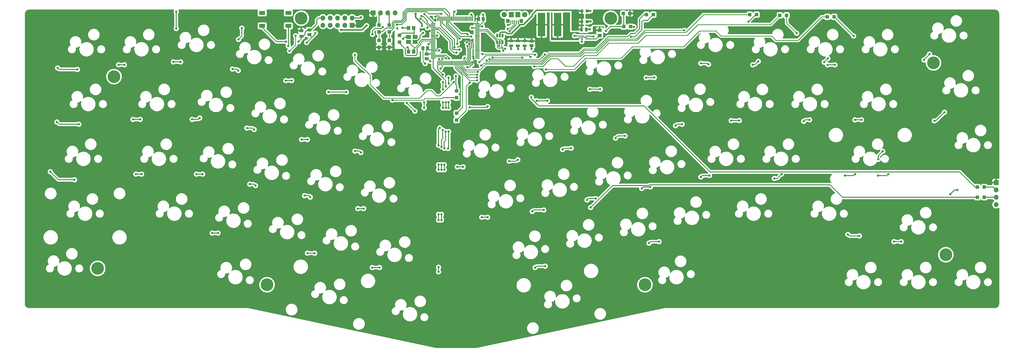
<source format=gbr>
%TF.GenerationSoftware,KiCad,Pcbnew,(6.0.7)*%
%TF.CreationDate,2022-10-19T12:52:43-04:00*%
%TF.ProjectId,main-keyboard-pcb,6d61696e-2d6b-4657-9962-6f6172642d70,1.0*%
%TF.SameCoordinates,Original*%
%TF.FileFunction,Copper,L1,Top*%
%TF.FilePolarity,Positive*%
%FSLAX46Y46*%
G04 Gerber Fmt 4.6, Leading zero omitted, Abs format (unit mm)*
G04 Created by KiCad (PCBNEW (6.0.7)) date 2022-10-19 12:52:43*
%MOMM*%
%LPD*%
G01*
G04 APERTURE LIST*
G04 Aperture macros list*
%AMRoundRect*
0 Rectangle with rounded corners*
0 $1 Rounding radius*
0 $2 $3 $4 $5 $6 $7 $8 $9 X,Y pos of 4 corners*
0 Add a 4 corners polygon primitive as box body*
4,1,4,$2,$3,$4,$5,$6,$7,$8,$9,$2,$3,0*
0 Add four circle primitives for the rounded corners*
1,1,$1+$1,$2,$3*
1,1,$1+$1,$4,$5*
1,1,$1+$1,$6,$7*
1,1,$1+$1,$8,$9*
0 Add four rect primitives between the rounded corners*
20,1,$1+$1,$2,$3,$4,$5,0*
20,1,$1+$1,$4,$5,$6,$7,0*
20,1,$1+$1,$6,$7,$8,$9,0*
20,1,$1+$1,$8,$9,$2,$3,0*%
G04 Aperture macros list end*
%TA.AperFunction,SMDPad,CuDef*%
%ADD10R,1.450000X1.150000*%
%TD*%
%TA.AperFunction,ComponentPad*%
%ADD11C,4.400000*%
%TD*%
%TA.AperFunction,SMDPad,CuDef*%
%ADD12R,1.150000X1.450000*%
%TD*%
%TA.AperFunction,SMDPad,CuDef*%
%ADD13R,1.150000X1.150000*%
%TD*%
%TA.AperFunction,SMDPad,CuDef*%
%ADD14R,0.670000X0.300000*%
%TD*%
%TA.AperFunction,SMDPad,CuDef*%
%ADD15R,1.050000X1.050000*%
%TD*%
%TA.AperFunction,SMDPad,CuDef*%
%ADD16R,2.600000X8.199999*%
%TD*%
%TA.AperFunction,SMDPad,CuDef*%
%ADD17R,1.470000X0.970000*%
%TD*%
%TA.AperFunction,SMDPad,CuDef*%
%ADD18R,1.020000X1.470000*%
%TD*%
%TA.AperFunction,ComponentPad*%
%ADD19R,1.700000X1.700000*%
%TD*%
%TA.AperFunction,ComponentPad*%
%ADD20O,1.700000X1.700000*%
%TD*%
%TA.AperFunction,SMDPad,CuDef*%
%ADD21R,0.960000X1.390000*%
%TD*%
%TA.AperFunction,SMDPad,CuDef*%
%ADD22R,0.400000X1.400000*%
%TD*%
%TA.AperFunction,ComponentPad*%
%ADD23C,1.850000*%
%TD*%
%TA.AperFunction,SMDPad,CuDef*%
%ADD24R,1.750000X1.900000*%
%TD*%
%TA.AperFunction,SMDPad,CuDef*%
%ADD25R,1.470000X1.020000*%
%TD*%
%TA.AperFunction,SMDPad,CuDef*%
%ADD26RoundRect,0.075000X-0.725000X-0.075000X0.725000X-0.075000X0.725000X0.075000X-0.725000X0.075000X0*%
%TD*%
%TA.AperFunction,SMDPad,CuDef*%
%ADD27RoundRect,0.075000X-0.075000X-0.725000X0.075000X-0.725000X0.075000X0.725000X-0.075000X0.725000X0*%
%TD*%
%TA.AperFunction,SMDPad,CuDef*%
%ADD28R,1.400000X1.000000*%
%TD*%
%TA.AperFunction,SMDPad,CuDef*%
%ADD29R,1.750000X1.350000*%
%TD*%
%TA.AperFunction,SMDPad,CuDef*%
%ADD30RoundRect,0.150000X0.150000X-0.512500X0.150000X0.512500X-0.150000X0.512500X-0.150000X-0.512500X0*%
%TD*%
%TA.AperFunction,SMDPad,CuDef*%
%ADD31R,2.100000X1.400000*%
%TD*%
%TA.AperFunction,ViaPad*%
%ADD32C,0.800000*%
%TD*%
%TA.AperFunction,Conductor*%
%ADD33C,0.500000*%
%TD*%
%TA.AperFunction,Conductor*%
%ADD34C,0.300000*%
%TD*%
%TA.AperFunction,Conductor*%
%ADD35C,0.250000*%
%TD*%
%TA.AperFunction,Conductor*%
%ADD36C,0.261112*%
%TD*%
G04 APERTURE END LIST*
D10*
%TO.P,Cboot1,1*%
%TO.N,BUCK_BST*%
X241880000Y-90796000D03*
%TO.P,Cboot1,2*%
%TO.N,BUCK_SW*%
X241880000Y-88996000D03*
%TD*%
D11*
%TO.P,H7,1*%
%TO.N,N/C*%
X357716650Y-100356149D03*
%TD*%
D12*
%TO.P,C15,1*%
%TO.N,Net-(C15-Pad1)*%
X177400000Y-88250000D03*
%TO.P,C15,2*%
%TO.N,GND*%
X175600000Y-88250000D03*
%TD*%
D11*
%TO.P,H4,1*%
%TO.N,N/C*%
X126496086Y-177483001D03*
%TD*%
D13*
%TO.P,R4,1*%
%TO.N,OSC_OUT*%
X172466000Y-93123000D03*
%TO.P,R4,2*%
%TO.N,Net-(C15-Pad1)*%
X172466000Y-90773000D03*
%TD*%
D14*
%TO.P,IC1,1,VIN*%
%TO.N,BUCK_EN*%
X235802500Y-91006000D03*
%TO.P,IC1,2,SW*%
%TO.N,BUCK_SW*%
X235802500Y-91506000D03*
%TO.P,IC1,3,GND*%
%TO.N,GND*%
X235802500Y-92006000D03*
%TO.P,IC1,4,BST*%
%TO.N,BUCK_BST*%
X237282500Y-92006000D03*
%TO.P,IC1,5,EN*%
%TO.N,BUCK_EN*%
X237282500Y-91506000D03*
%TO.P,IC1,6,FB*%
%TO.N,BUCK_FB*%
X237282500Y-91006000D03*
%TD*%
D13*
%TO.P,R6,1*%
%TO.N,+3V3*%
X168910000Y-94901000D03*
%TO.P,R6,2*%
%TO.N,I2C1_SDA*%
X168910000Y-92551000D03*
%TD*%
D15*
%TO.P,Cin_2,1*%
%TO.N,BUCK_EN*%
X235727500Y-82276000D03*
%TO.P,Cin_2,2*%
%TO.N,GND*%
X237577500Y-82276000D03*
%TD*%
D16*
%TO.P,L1,1*%
%TO.N,BUCK_SW*%
X227350000Y-86995999D03*
%TO.P,L1,2*%
%TO.N,+3V3*%
X221750000Y-86995999D03*
%TD*%
D12*
%TO.P,C13,1*%
%TO.N,OSC_IN*%
X177400000Y-96450000D03*
%TO.P,C13,2*%
%TO.N,GND*%
X175600000Y-96450000D03*
%TD*%
D17*
%TO.P,Cout_1,1*%
%TO.N,+3V3*%
X215900000Y-92716000D03*
%TO.P,Cout_1,2*%
%TO.N,GND*%
X215900000Y-94376000D03*
%TD*%
D18*
%TO.P,C7,1*%
%TO.N,+3V3*%
X182156000Y-95250000D03*
%TO.P,C7,2*%
%TO.N,GND*%
X180556000Y-95250000D03*
%TD*%
D13*
%TO.P,R8,1*%
%TO.N,Net-(J4-Pad2)*%
X375317000Y-143510000D03*
%TO.P,R8,2*%
%TO.N,I2C1_SCL*%
X372967000Y-143510000D03*
%TD*%
D19*
%TO.P,J1,1,Pin_1*%
%TO.N,+3V3*%
X156020000Y-87246000D03*
D20*
%TO.P,J1,2,Pin_2*%
%TO.N,SWDIO*%
X156020000Y-84706000D03*
%TO.P,J1,3,Pin_3*%
%TO.N,GND*%
X153480000Y-87246000D03*
%TO.P,J1,4,Pin_4*%
%TO.N,SWCLK*%
X153480000Y-84706000D03*
%TO.P,J1,5,Pin_5*%
%TO.N,GND*%
X150940000Y-87246000D03*
%TO.P,J1,6,Pin_6*%
%TO.N,SWO*%
X150940000Y-84706000D03*
%TO.P,J1,7,Pin_7*%
%TO.N,unconnected-(J1-Pad7)*%
X148400000Y-87246000D03*
%TO.P,J1,8,Pin_8*%
%TO.N,unconnected-(J1-Pad8)*%
X148400000Y-84706000D03*
%TO.P,J1,9,Pin_9*%
%TO.N,GND*%
X145860000Y-87246000D03*
%TO.P,J1,10,Pin_10*%
%TO.N,NRST*%
X145860000Y-84706000D03*
%TD*%
D21*
%TO.P,Cinx1,1*%
%TO.N,BUCK_EN*%
X235610000Y-88746000D03*
%TO.P,Cinx1,2*%
%TO.N,GND*%
X237190000Y-88746000D03*
%TD*%
D13*
%TO.P,R29,1*%
%TO.N,col14*%
X320897000Y-84328000D03*
%TO.P,R29,2*%
%TO.N,Net-(R29-Pad2)*%
X323247000Y-84328000D03*
%TD*%
%TO.P,R22,1*%
%TO.N,col7*%
X192278000Y-117856000D03*
%TO.P,R22,2*%
%TO.N,Net-(R22-Pad2)*%
X192278000Y-120206000D03*
%TD*%
D11*
%TO.P,H3,1*%
%TO.N,N/C*%
X138363870Y-84806142D03*
%TD*%
D13*
%TO.P,R9,1*%
%TO.N,Net-(J4-Pad3)*%
X375317000Y-147066000D03*
%TO.P,R9,2*%
%TO.N,I2C1_SDA*%
X372967000Y-147066000D03*
%TD*%
%TO.P,R28,1*%
%TO.N,col13*%
X304387000Y-83820000D03*
%TO.P,R28,2*%
%TO.N,Net-(R28-Pad2)*%
X306737000Y-83820000D03*
%TD*%
%TO.P,R5,1*%
%TO.N,+3V3*%
X165354000Y-94901000D03*
%TO.P,R5,2*%
%TO.N,I2C1_SCL*%
X165354000Y-92551000D03*
%TD*%
%TO.P,Rfbb1,1*%
%TO.N,BUCK_FB*%
X250237500Y-87746000D03*
%TO.P,Rfbb1,2*%
%TO.N,GND*%
X252587500Y-87746000D03*
%TD*%
%TO.P,R27,1*%
%TO.N,col12*%
X293973000Y-83566000D03*
%TO.P,R27,2*%
%TO.N,Net-(R27-Pad2)*%
X296323000Y-83566000D03*
%TD*%
D11*
%TO.P,H5,1*%
%TO.N,N/C*%
X245729435Y-84806142D03*
%TD*%
D22*
%TO.P,J3,1,VBUS*%
%TO.N,BUCK_EN*%
X213644000Y-86216000D03*
%TO.P,J3,2,D-*%
%TO.N,USB_CONN_D-*%
X212994000Y-86216000D03*
%TO.P,J3,3,D+*%
%TO.N,USB_CONN_D+*%
X212344000Y-86216000D03*
%TO.P,J3,4,ID*%
%TO.N,unconnected-(J3-Pad4)*%
X211694000Y-86216000D03*
%TO.P,J3,5,GND*%
%TO.N,GND*%
X211044000Y-86216000D03*
D23*
%TO.P,J3,MH1*%
%TO.N,N/C*%
X215919000Y-83566000D03*
%TO.P,J3,MH2*%
X208769000Y-83566000D03*
D24*
%TO.P,J3,MP1*%
X213469000Y-83566000D03*
%TO.P,J3,MP2*%
X211219000Y-83566000D03*
D12*
%TO.P,J3,MP3*%
X214664000Y-85796000D03*
%TO.P,J3,MP4*%
X210024000Y-85796000D03*
%TD*%
D13*
%TO.P,Rfbt1,1*%
%TO.N,+3V3*%
X252412500Y-83156000D03*
%TO.P,Rfbt1,2*%
%TO.N,BUCK_FB*%
X250062500Y-83156000D03*
%TD*%
D11*
%TO.P,H8,1*%
%TO.N,N/C*%
X361986599Y-167031136D03*
%TD*%
D19*
%TO.P,J2,1,Pin_1*%
%TO.N,+3V3*%
X163271200Y-82956400D03*
D20*
%TO.P,J2,2,Pin_2*%
%TO.N,Net-(J2-Pad2)*%
X165811200Y-82956400D03*
%TO.P,J2,3,Pin_3*%
%TO.N,Net-(J2-Pad3)*%
X168351200Y-82956400D03*
%TO.P,J2,4,Pin_4*%
%TO.N,GND*%
X170891200Y-82956400D03*
%TD*%
D15*
%TO.P,Cin_1,1*%
%TO.N,BUCK_EN*%
X235730000Y-85986000D03*
%TO.P,Cin_1,2*%
%TO.N,GND*%
X237580000Y-85986000D03*
%TD*%
D19*
%TO.P,J4,1,Pin_1*%
%TO.N,+3V3*%
X379476000Y-141986000D03*
D20*
%TO.P,J4,2,Pin_2*%
%TO.N,Net-(J4-Pad2)*%
X379476000Y-144526000D03*
%TO.P,J4,3,Pin_3*%
%TO.N,Net-(J4-Pad3)*%
X379476000Y-147066000D03*
%TO.P,J4,4,Pin_4*%
%TO.N,GND*%
X379476000Y-149606000D03*
%TD*%
D25*
%TO.P,Coutx1,1*%
%TO.N,+3V3*%
X218280000Y-92746000D03*
%TO.P,Coutx1,2*%
%TO.N,GND*%
X218280000Y-94346000D03*
%TD*%
D13*
%TO.P,R2,1*%
%TO.N,Net-(J2-Pad2)*%
X165354000Y-87217000D03*
%TO.P,R2,2*%
%TO.N,I2C1_SCL*%
X165354000Y-89567000D03*
%TD*%
D26*
%TO.P,U2,1,PE2*%
%TO.N,col2*%
X184095000Y-86710000D03*
%TO.P,U2,2,PE3*%
%TO.N,col3*%
X184095000Y-87210000D03*
%TO.P,U2,3,PE4*%
%TO.N,col4*%
X184095000Y-87710000D03*
%TO.P,U2,4,PE5*%
%TO.N,col5*%
X184095000Y-88210000D03*
%TO.P,U2,5,PE6*%
%TO.N,col6*%
X184095000Y-88710000D03*
%TO.P,U2,6,VBAT*%
%TO.N,+3V3*%
X184095000Y-89210000D03*
%TO.P,U2,7,PC13*%
%TO.N,unconnected-(U2-Pad7)*%
X184095000Y-89710000D03*
%TO.P,U2,8,PC14*%
%TO.N,unconnected-(U2-Pad8)*%
X184095000Y-90210000D03*
%TO.P,U2,9,PC15*%
%TO.N,unconnected-(U2-Pad9)*%
X184095000Y-90710000D03*
%TO.P,U2,10,VSS*%
%TO.N,GND*%
X184095000Y-91210000D03*
%TO.P,U2,11,VDD*%
%TO.N,+3V3*%
X184095000Y-91710000D03*
%TO.P,U2,12,PH0*%
%TO.N,OSC_IN*%
X184095000Y-92210000D03*
%TO.P,U2,13,PH1*%
%TO.N,OSC_OUT*%
X184095000Y-92710000D03*
%TO.P,U2,14,NRST*%
%TO.N,NRST*%
X184095000Y-93210000D03*
%TO.P,U2,15,PC0*%
%TO.N,unconnected-(U2-Pad15)*%
X184095000Y-93710000D03*
%TO.P,U2,16,PC1*%
%TO.N,unconnected-(U2-Pad16)*%
X184095000Y-94210000D03*
%TO.P,U2,17,PC2*%
%TO.N,unconnected-(U2-Pad17)*%
X184095000Y-94710000D03*
%TO.P,U2,18,PC3*%
%TO.N,unconnected-(U2-Pad18)*%
X184095000Y-95210000D03*
%TO.P,U2,19,VDD*%
%TO.N,+3V3*%
X184095000Y-95710000D03*
%TO.P,U2,20,VSSA*%
%TO.N,GND*%
X184095000Y-96210000D03*
%TO.P,U2,21,VREF+*%
%TO.N,unconnected-(U2-Pad21)*%
X184095000Y-96710000D03*
%TO.P,U2,22,VDDA*%
%TO.N,+3V3*%
X184095000Y-97210000D03*
%TO.P,U2,23,PA0*%
%TO.N,row0*%
X184095000Y-97710000D03*
%TO.P,U2,24,PA1*%
%TO.N,row1*%
X184095000Y-98210000D03*
%TO.P,U2,25,PA2*%
%TO.N,row2*%
X184095000Y-98710000D03*
D27*
%TO.P,U2,26,PA3*%
%TO.N,row3*%
X185770000Y-100385000D03*
%TO.P,U2,27,VSS*%
%TO.N,GND*%
X186270000Y-100385000D03*
%TO.P,U2,28,VDD*%
%TO.N,+3V3*%
X186770000Y-100385000D03*
%TO.P,U2,29,PA4*%
%TO.N,row4*%
X187270000Y-100385000D03*
%TO.P,U2,30,PA5*%
%TO.N,unconnected-(U2-Pad30)*%
X187770000Y-100385000D03*
%TO.P,U2,31,PA6*%
%TO.N,unconnected-(U2-Pad31)*%
X188270000Y-100385000D03*
%TO.P,U2,32,PA7*%
%TO.N,unconnected-(U2-Pad32)*%
X188770000Y-100385000D03*
%TO.P,U2,33,PC4*%
%TO.N,unconnected-(U2-Pad33)*%
X189270000Y-100385000D03*
%TO.P,U2,34,PC5*%
%TO.N,unconnected-(U2-Pad34)*%
X189770000Y-100385000D03*
%TO.P,U2,35,PB0*%
%TO.N,unconnected-(U2-Pad35)*%
X190270000Y-100385000D03*
%TO.P,U2,36,PB1*%
%TO.N,unconnected-(U2-Pad36)*%
X190770000Y-100385000D03*
%TO.P,U2,37,PB2*%
%TO.N,unconnected-(U2-Pad37)*%
X191270000Y-100385000D03*
%TO.P,U2,38,PE7*%
%TO.N,col7*%
X191770000Y-100385000D03*
%TO.P,U2,39,PE8*%
%TO.N,col8*%
X192270000Y-100385000D03*
%TO.P,U2,40,PE9*%
%TO.N,col9*%
X192770000Y-100385000D03*
%TO.P,U2,41,PE10*%
%TO.N,col10*%
X193270000Y-100385000D03*
%TO.P,U2,42,PE11*%
%TO.N,col11*%
X193770000Y-100385000D03*
%TO.P,U2,43,PE12*%
%TO.N,col12*%
X194270000Y-100385000D03*
%TO.P,U2,44,PE13*%
%TO.N,col13*%
X194770000Y-100385000D03*
%TO.P,U2,45,PE14*%
%TO.N,col14*%
X195270000Y-100385000D03*
%TO.P,U2,46,PE15*%
%TO.N,unconnected-(U2-Pad46)*%
X195770000Y-100385000D03*
%TO.P,U2,47,PB10*%
%TO.N,I2C2_SCL*%
X196270000Y-100385000D03*
%TO.P,U2,48,PB11*%
%TO.N,I2C2_SDA*%
X196770000Y-100385000D03*
%TO.P,U2,49,VCAP_1*%
%TO.N,Net-(C1-Pad1)*%
X197270000Y-100385000D03*
%TO.P,U2,50,VDD*%
%TO.N,+3V3*%
X197770000Y-100385000D03*
D26*
%TO.P,U2,51,PB12*%
%TO.N,unconnected-(U2-Pad51)*%
X199445000Y-98710000D03*
%TO.P,U2,52,PB13*%
%TO.N,unconnected-(U2-Pad52)*%
X199445000Y-98210000D03*
%TO.P,U2,53,PB14*%
%TO.N,unconnected-(U2-Pad53)*%
X199445000Y-97710000D03*
%TO.P,U2,54,PB15*%
%TO.N,unconnected-(U2-Pad54)*%
X199445000Y-97210000D03*
%TO.P,U2,55,PD8*%
%TO.N,unconnected-(U2-Pad55)*%
X199445000Y-96710000D03*
%TO.P,U2,56,PD9*%
%TO.N,unconnected-(U2-Pad56)*%
X199445000Y-96210000D03*
%TO.P,U2,57,PD10*%
%TO.N,unconnected-(U2-Pad57)*%
X199445000Y-95710000D03*
%TO.P,U2,58,PD11*%
%TO.N,unconnected-(U2-Pad58)*%
X199445000Y-95210000D03*
%TO.P,U2,59,PD12*%
%TO.N,unconnected-(U2-Pad59)*%
X199445000Y-94710000D03*
%TO.P,U2,60,PD13*%
%TO.N,unconnected-(U2-Pad60)*%
X199445000Y-94210000D03*
%TO.P,U2,61,PD14*%
%TO.N,unconnected-(U2-Pad61)*%
X199445000Y-93710000D03*
%TO.P,U2,62,PD15*%
%TO.N,unconnected-(U2-Pad62)*%
X199445000Y-93210000D03*
%TO.P,U2,63,PC6*%
%TO.N,unconnected-(U2-Pad63)*%
X199445000Y-92710000D03*
%TO.P,U2,64,PC7*%
%TO.N,unconnected-(U2-Pad64)*%
X199445000Y-92210000D03*
%TO.P,U2,65,PC8*%
%TO.N,unconnected-(U2-Pad65)*%
X199445000Y-91710000D03*
%TO.P,U2,66,PC9*%
%TO.N,unconnected-(U2-Pad66)*%
X199445000Y-91210000D03*
%TO.P,U2,67,PA8*%
%TO.N,unconnected-(U2-Pad67)*%
X199445000Y-90710000D03*
%TO.P,U2,68,PA9*%
%TO.N,unconnected-(U2-Pad68)*%
X199445000Y-90210000D03*
%TO.P,U2,69,PA10*%
%TO.N,unconnected-(U2-Pad69)*%
X199445000Y-89710000D03*
%TO.P,U2,70,PA11*%
%TO.N,USB_CONN_D+*%
X199445000Y-89210000D03*
%TO.P,U2,71,PA12*%
%TO.N,USB_CONN_D-*%
X199445000Y-88710000D03*
%TO.P,U2,72,PA13*%
%TO.N,SWDIO*%
X199445000Y-88210000D03*
%TO.P,U2,73,VCAP_2*%
%TO.N,Net-(C4-Pad1)*%
X199445000Y-87710000D03*
%TO.P,U2,74,VSS*%
%TO.N,GND*%
X199445000Y-87210000D03*
%TO.P,U2,75,VDD*%
%TO.N,+3V3*%
X199445000Y-86710000D03*
D27*
%TO.P,U2,76,PA14*%
%TO.N,SWCLK*%
X197770000Y-85035000D03*
%TO.P,U2,77,PA15*%
%TO.N,unconnected-(U2-Pad77)*%
X197270000Y-85035000D03*
%TO.P,U2,78,PC10*%
%TO.N,unconnected-(U2-Pad78)*%
X196770000Y-85035000D03*
%TO.P,U2,79,PC11*%
%TO.N,unconnected-(U2-Pad79)*%
X196270000Y-85035000D03*
%TO.P,U2,80,PC12*%
%TO.N,unconnected-(U2-Pad80)*%
X195770000Y-85035000D03*
%TO.P,U2,81,PD0*%
%TO.N,unconnected-(U2-Pad81)*%
X195270000Y-85035000D03*
%TO.P,U2,82,PD1*%
%TO.N,unconnected-(U2-Pad82)*%
X194770000Y-85035000D03*
%TO.P,U2,83,PD2*%
%TO.N,unconnected-(U2-Pad83)*%
X194270000Y-85035000D03*
%TO.P,U2,84,PD3*%
%TO.N,unconnected-(U2-Pad84)*%
X193770000Y-85035000D03*
%TO.P,U2,85,PD4*%
%TO.N,unconnected-(U2-Pad85)*%
X193270000Y-85035000D03*
%TO.P,U2,86,PD5*%
%TO.N,unconnected-(U2-Pad86)*%
X192770000Y-85035000D03*
%TO.P,U2,87,PD6*%
%TO.N,unconnected-(U2-Pad87)*%
X192270000Y-85035000D03*
%TO.P,U2,88,PD7*%
%TO.N,unconnected-(U2-Pad88)*%
X191770000Y-85035000D03*
%TO.P,U2,89,PB3*%
%TO.N,SWO*%
X191270000Y-85035000D03*
%TO.P,U2,90,PB4*%
%TO.N,unconnected-(U2-Pad90)*%
X190770000Y-85035000D03*
%TO.P,U2,91,PB5*%
%TO.N,unconnected-(U2-Pad91)*%
X190270000Y-85035000D03*
%TO.P,U2,92,PB6*%
%TO.N,I2C1_SCL*%
X189770000Y-85035000D03*
%TO.P,U2,93,PB7*%
%TO.N,I2C1_SDA*%
X189270000Y-85035000D03*
%TO.P,U2,94,BOOT0*%
%TO.N,BOOT0*%
X188770000Y-85035000D03*
%TO.P,U2,95,PB8*%
%TO.N,unconnected-(U2-Pad95)*%
X188270000Y-85035000D03*
%TO.P,U2,96,PB9*%
%TO.N,unconnected-(U2-Pad96)*%
X187770000Y-85035000D03*
%TO.P,U2,97,PE0*%
%TO.N,col0*%
X187270000Y-85035000D03*
%TO.P,U2,98,PE1*%
%TO.N,col1*%
X186770000Y-85035000D03*
%TO.P,U2,99,VSS*%
%TO.N,GND*%
X186270000Y-85035000D03*
%TO.P,U2,100,VDD*%
%TO.N,+3V3*%
X185770000Y-85035000D03*
%TD*%
D28*
%TO.P,R3,1*%
%TO.N,+3V3*%
X138430000Y-89154000D03*
%TO.P,R3,2*%
%TO.N,NRST*%
X138430000Y-91054000D03*
%TD*%
D29*
%TO.P,Y1,1,1*%
%TO.N,OSC_IN*%
X175575000Y-93000000D03*
%TO.P,Y1,2,2*%
%TO.N,GND*%
X177825000Y-93000000D03*
%TO.P,Y1,3,3*%
%TO.N,Net-(C15-Pad1)*%
X177825000Y-91350000D03*
%TO.P,Y1,4,4*%
%TO.N,GND*%
X175575000Y-91350000D03*
%TD*%
D11*
%TO.P,H1,1*%
%TO.N,N/C*%
X73401650Y-105118633D03*
%TD*%
D30*
%TO.P,U1,1,I/O1*%
%TO.N,USB_CONN_D+*%
X206300000Y-93137500D03*
%TO.P,U1,2,GND*%
%TO.N,GND*%
X207250000Y-93137500D03*
%TO.P,U1,3,I/O2*%
%TO.N,USB_CONN_D-*%
X208200000Y-93137500D03*
%TO.P,U1,4,I/O3*%
%TO.N,unconnected-(U1-Pad4)*%
X208200000Y-90862500D03*
%TO.P,U1,5,VBUS*%
%TO.N,BUCK_EN*%
X207250000Y-90862500D03*
%TO.P,U1,6,I/O4*%
%TO.N,unconnected-(U1-Pad6)*%
X206300000Y-90862500D03*
%TD*%
D31*
%TO.P,SW68,1,1*%
%TO.N,GND*%
X133902000Y-87465000D03*
%TO.P,SW68,2,2*%
%TO.N,NRST*%
X124802000Y-87465000D03*
%TO.P,SW68,3*%
%TO.N,N/C*%
X133902000Y-82965000D03*
%TO.P,SW68,4*%
X124802000Y-82965000D03*
%TD*%
D25*
%TO.P,C17,1*%
%TO.N,+3V3*%
X181864000Y-97244000D03*
%TO.P,C17,2*%
%TO.N,GND*%
X181864000Y-98844000D03*
%TD*%
D11*
%TO.P,H6,1*%
%TO.N,N/C*%
X257596916Y-177482353D03*
%TD*%
D18*
%TO.P,C12,1*%
%TO.N,+3V3*%
X199898000Y-85090000D03*
%TO.P,C12,2*%
%TO.N,GND*%
X201498000Y-85090000D03*
%TD*%
D17*
%TO.P,Cout_2,1*%
%TO.N,+3V3*%
X213540000Y-92706000D03*
%TO.P,Cout_2,2*%
%TO.N,GND*%
X213540000Y-94366000D03*
%TD*%
D13*
%TO.P,R25,1*%
%TO.N,col10*%
X258159000Y-83566000D03*
%TO.P,R25,2*%
%TO.N,Net-(R25-Pad2)*%
X260509000Y-83566000D03*
%TD*%
%TO.P,R7,1*%
%TO.N,Net-(J2-Pad3)*%
X168910000Y-87217000D03*
%TO.P,R7,2*%
%TO.N,I2C1_SDA*%
X168910000Y-89567000D03*
%TD*%
D25*
%TO.P,C3,1*%
%TO.N,NRST*%
X141224000Y-88862000D03*
%TO.P,C3,2*%
%TO.N,GND*%
X141224000Y-90462000D03*
%TD*%
D17*
%TO.P,Cout_3,1*%
%TO.N,+3V3*%
X211150000Y-92696000D03*
%TO.P,Cout_3,2*%
%TO.N,GND*%
X211150000Y-94356000D03*
%TD*%
D11*
%TO.P,H2,1*%
%TO.N,N/C*%
X67734150Y-171793633D03*
%TD*%
D13*
%TO.P,R21,1*%
%TO.N,col6*%
X192278000Y-110077000D03*
%TO.P,R21,2*%
%TO.N,Net-(R21-Pad2)*%
X192278000Y-112427000D03*
%TD*%
D32*
%TO.N,GND*%
X210058000Y-87122000D03*
X186182000Y-96012000D03*
X152146000Y-88900000D03*
X238506000Y-88646000D03*
X215910000Y-95536000D03*
X184912000Y-84344497D03*
X171704000Y-88392000D03*
X140250000Y-93250000D03*
X178000000Y-83311989D03*
X163068000Y-90424000D03*
X211140000Y-95506000D03*
X207010000Y-94488000D03*
X201422000Y-83566000D03*
X161036000Y-87376000D03*
X238700000Y-85926000D03*
X175260000Y-94996000D03*
X185494434Y-90794465D03*
X143250000Y-90000000D03*
X238680000Y-82276000D03*
X173482000Y-88138000D03*
X182095023Y-88154977D03*
X181356000Y-100584000D03*
X180250000Y-87500000D03*
X213570000Y-95526000D03*
X253790000Y-87766000D03*
X218290000Y-95516000D03*
X166624000Y-87884000D03*
X183127795Y-99775500D03*
X180594000Y-89916000D03*
X235712000Y-92964000D03*
X186123962Y-99045890D03*
X173736000Y-91948000D03*
X133858000Y-94488000D03*
%TO.N,row0*%
X147828000Y-110490000D03*
X260858000Y-105410000D03*
X53848000Y-102108000D03*
X94000000Y-100000000D03*
X77000000Y-101000000D03*
X279654000Y-100838000D03*
X258000000Y-105500000D03*
X135047787Y-106500000D03*
X116500000Y-103000000D03*
X189636262Y-98805104D03*
X242062000Y-109474000D03*
X203000000Y-115500000D03*
X323500000Y-101000000D03*
X133000000Y-106500000D03*
X196850000Y-115824000D03*
X296926000Y-99822000D03*
X60706000Y-102616000D03*
X223774000Y-113538000D03*
X320960023Y-101039977D03*
X277000000Y-100500000D03*
X238500000Y-109500000D03*
X220000000Y-113500000D03*
X295000000Y-101000000D03*
X96500000Y-100000000D03*
X75000000Y-101000000D03*
X154000000Y-110500000D03*
X114500000Y-102500000D03*
%TO.N,row1*%
X210500000Y-134500000D03*
X159037548Y-131500000D03*
X61214000Y-121666000D03*
X100500000Y-120000000D03*
X287528000Y-120396000D03*
X189484000Y-124206000D03*
X354417639Y-99314000D03*
X213500000Y-134000000D03*
X189529977Y-107529977D03*
X157000000Y-131000000D03*
X189325889Y-130095146D03*
X82500000Y-120000000D03*
X189500000Y-116000000D03*
X290322000Y-120396000D03*
X268224000Y-122174000D03*
X312674000Y-120650000D03*
X140500000Y-127000000D03*
X188636766Y-98808687D03*
X119500000Y-123000000D03*
X103136418Y-119500000D03*
X247396000Y-126492000D03*
X192500000Y-136500000D03*
X229000000Y-130500000D03*
X332740000Y-120142000D03*
X250698000Y-125730000D03*
X314706000Y-120142000D03*
X189500000Y-114000000D03*
X194500000Y-136500000D03*
X189470023Y-105470023D03*
X330454000Y-120142000D03*
X53594000Y-120904000D03*
X122000000Y-123500000D03*
X356362000Y-97282000D03*
X138500000Y-127000000D03*
X232000000Y-130000000D03*
X80000000Y-120000000D03*
X270510000Y-121666000D03*
%TO.N,row2*%
X188500000Y-116000000D03*
X342000000Y-139000000D03*
X358000000Y-120500000D03*
X188000000Y-130000000D03*
X218500000Y-152000000D03*
X222500000Y-151500000D03*
X361500000Y-117500000D03*
X302500000Y-140500000D03*
X188500497Y-114000000D03*
X277000000Y-140000000D03*
X81000000Y-139000000D03*
X104140000Y-139000000D03*
X102000000Y-139000000D03*
X188000000Y-137500000D03*
X120500000Y-142500000D03*
X158000000Y-151000000D03*
X201000000Y-154000000D03*
X237500000Y-148000000D03*
X188529977Y-108529977D03*
X122500000Y-143000000D03*
X203000000Y-154000000D03*
X160000000Y-151000000D03*
X59690000Y-140970000D03*
X338500000Y-139500000D03*
X188468000Y-124206000D03*
X259500000Y-143500000D03*
X256500000Y-144000000D03*
X280000000Y-139500000D03*
X139500000Y-146500000D03*
X51308000Y-138176000D03*
X305000000Y-139000000D03*
X240500000Y-147500000D03*
X141500000Y-147000000D03*
X330500000Y-139000000D03*
X188000000Y-135750500D03*
X83000000Y-139000000D03*
X327000000Y-139500000D03*
%TO.N,row3*%
X109500000Y-159500000D03*
X187452000Y-123698000D03*
X165500000Y-171500000D03*
X107500000Y-159500000D03*
X187000000Y-155000000D03*
X187500000Y-116000000D03*
X187000000Y-153000000D03*
X187500000Y-107000000D03*
X143000000Y-166500000D03*
X140500000Y-166500000D03*
X259000000Y-163000000D03*
X344000000Y-162500000D03*
X163000000Y-171500000D03*
X223000000Y-171000000D03*
X187000000Y-135750500D03*
X332000000Y-160500000D03*
X187000000Y-129500000D03*
X363500000Y-146000000D03*
X262500000Y-162500000D03*
X346500000Y-162500000D03*
X328000000Y-160000000D03*
X187500000Y-114000000D03*
X219500000Y-171500000D03*
X187529977Y-109529977D03*
X366000000Y-144500000D03*
X187000000Y-137500000D03*
X187452977Y-104393023D03*
%TO.N,row4*%
X186000000Y-135750500D03*
X186000000Y-137500000D03*
X181000000Y-114000000D03*
X181000000Y-116000000D03*
X186690000Y-102362000D03*
X186000000Y-129000000D03*
X186000000Y-155000000D03*
X186000000Y-171373615D03*
X186436000Y-122936000D03*
X186000000Y-153000000D03*
X186000000Y-173000000D03*
%TO.N,NRST*%
X182523949Y-93876602D03*
X137414000Y-92964000D03*
X133096000Y-92964000D03*
%TO.N,col0*%
X192532000Y-93726000D03*
%TO.N,col1*%
X191516000Y-94996000D03*
%TO.N,col2*%
X181064470Y-83425152D03*
%TO.N,col3*%
X180066070Y-84051789D03*
%TO.N,col4*%
X179750000Y-85000000D03*
%TO.N,col5*%
X156972000Y-97536000D03*
X193294000Y-95758000D03*
X191250000Y-107000000D03*
%TO.N,col6*%
X192024000Y-104902000D03*
X192278000Y-96774000D03*
%TO.N,Net-(C1-Pad1)*%
X196010000Y-101876000D03*
%TO.N,col8*%
X199389996Y-106437657D03*
X204724000Y-98525500D03*
X215000000Y-98525500D03*
%TO.N,col9*%
X203708000Y-99025500D03*
X199390359Y-105438155D03*
X222919842Y-97419842D03*
%TO.N,col10*%
X202692000Y-99575980D03*
X199377631Y-104438733D03*
%TO.N,col11*%
X199644000Y-103475377D03*
X271250000Y-89000000D03*
X200828842Y-101260842D03*
%TO.N,col13*%
X219202000Y-101600000D03*
X217932000Y-98298000D03*
X194989227Y-98621727D03*
X200152000Y-100076000D03*
%TO.N,col14*%
X219456000Y-97536000D03*
X201168000Y-97282000D03*
X223266000Y-102616000D03*
X196088000Y-94488000D03*
%TO.N,USB_CONN_D-*%
X210666685Y-89273585D03*
X209142685Y-95403315D03*
%TO.N,USB_CONN_D+*%
X209957315Y-88564215D03*
X208433315Y-96112685D03*
%TO.N,SWDIO*%
X159069977Y-84516023D03*
X197612000Y-88138000D03*
%TO.N,Net-(C4-Pad1)*%
X201168000Y-87630000D03*
%TO.N,SWCLK*%
X186915704Y-83340297D03*
X171500000Y-87000000D03*
X197358000Y-83566000D03*
%TO.N,SWO*%
X191516000Y-82550000D03*
%TO.N,I2C1_SCL*%
X196088000Y-90436500D03*
X218186000Y-112268000D03*
%TO.N,I2C1_SDA*%
X197358000Y-91186000D03*
X238760000Y-150622000D03*
%TO.N,BOOT0*%
X193281500Y-91886520D03*
%TO.N,Net-(D57-Pad2)*%
X338582000Y-133858000D03*
X340106000Y-131064000D03*
%TO.N,Net-(D59-Pad2)*%
X321056000Y-98806000D03*
X319786000Y-100076000D03*
%TO.N,BUCK_FB*%
X239776000Y-91186000D03*
X244090000Y-89226000D03*
%TO.N,+3V3*%
X182845648Y-89210729D03*
X184912000Y-85344000D03*
X207772000Y-87630000D03*
X187307344Y-98985500D03*
X201676000Y-90424000D03*
X188214000Y-93472000D03*
X214122000Y-89408000D03*
X191008000Y-98552000D03*
X205232000Y-89154000D03*
X198045500Y-98215631D03*
X193548000Y-88138000D03*
X185470730Y-91957513D03*
%TO.N,BUCK_EN*%
X233426000Y-87884000D03*
X233172000Y-90932000D03*
%TO.N,I2C2_SCL*%
X196642424Y-93656364D03*
%TO.N,I2C2_SDA*%
X195763783Y-93179925D03*
%TO.N,Net-(R17-Pad2)*%
X94996000Y-82550000D03*
X94996000Y-88392000D03*
%TO.N,Net-(R18-Pad2)*%
X116586000Y-92189500D03*
X117750000Y-88250000D03*
%TO.N,Net-(R19-Pad2)*%
X136398000Y-90932000D03*
X134298287Y-96201713D03*
%TO.N,Net-(R21-Pad2)*%
X177800000Y-117094000D03*
X170000000Y-113289203D03*
X175006000Y-114300000D03*
%TO.N,Net-(R22-Pad2)*%
X196850000Y-107188000D03*
%TO.N,Net-(R25-Pad2)*%
X252750000Y-91275500D03*
%TO.N,Net-(R27-Pad2)*%
X293500000Y-86000000D03*
%TO.N,Net-(R28-Pad2)*%
X310250000Y-90000000D03*
%TO.N,Net-(R29-Pad2)*%
X330000000Y-91000000D03*
%TD*%
D33*
%TO.N,GND*%
X237515000Y-85846000D02*
X238620000Y-85846000D01*
X178000000Y-84451391D02*
X178000000Y-83311989D01*
D34*
X175575000Y-91350000D02*
X174334000Y-91350000D01*
D35*
X184095000Y-96210000D02*
X185984000Y-96210000D01*
D33*
X238620000Y-82216000D02*
X238680000Y-82276000D01*
D35*
X186270000Y-99191928D02*
X186270000Y-100385000D01*
D34*
X175600000Y-96450000D02*
X175600000Y-95336000D01*
X163830000Y-88392000D02*
X166116000Y-88392000D01*
D33*
X213540000Y-94366000D02*
X213540000Y-95496000D01*
D35*
X180556000Y-99784000D02*
X181356000Y-100584000D01*
D33*
X159512000Y-88900000D02*
X161036000Y-87376000D01*
D34*
X175600000Y-88250000D02*
X174250000Y-88250000D01*
D35*
X235712000Y-92964000D02*
X235712000Y-92096500D01*
D33*
X238620000Y-85846000D02*
X238700000Y-85926000D01*
D35*
X181864000Y-98844000D02*
X182196295Y-98844000D01*
D34*
X210058000Y-87122000D02*
X210697022Y-87122000D01*
D35*
X207010000Y-94488000D02*
X207010000Y-93377500D01*
D33*
X180250000Y-86701391D02*
X178000000Y-84451391D01*
X180250000Y-87500000D02*
X180250000Y-86701391D01*
D35*
X235712000Y-92096500D02*
X235802500Y-92006000D01*
D34*
X179578000Y-90932000D02*
X180594000Y-89916000D01*
X163068000Y-90424000D02*
X163068000Y-89154000D01*
D33*
X238496000Y-88636000D02*
X238506000Y-88646000D01*
X215900000Y-95526000D02*
X215910000Y-95536000D01*
D35*
X180556000Y-95250000D02*
X180556000Y-99784000D01*
D34*
X174250000Y-88250000D02*
X173594000Y-88250000D01*
X174334000Y-91350000D02*
X173736000Y-91948000D01*
D33*
X237515000Y-82216000D02*
X238620000Y-82216000D01*
D35*
X207010000Y-93377500D02*
X207250000Y-93137500D01*
X186270000Y-84119034D02*
X186270000Y-85035000D01*
X185494434Y-90794465D02*
X185078899Y-91210000D01*
D34*
X141224000Y-90678000D02*
X142023000Y-91477000D01*
X211044000Y-86775022D02*
X211044000Y-86216000D01*
D33*
X218280000Y-94346000D02*
X218280000Y-95506000D01*
X152146000Y-88900000D02*
X159512000Y-88900000D01*
D35*
X185078899Y-91210000D02*
X184095000Y-91210000D01*
X185984000Y-96210000D02*
X186182000Y-96012000D01*
X199445000Y-87210000D02*
X200318000Y-87210000D01*
D33*
X213540000Y-95496000D02*
X213570000Y-95526000D01*
D34*
X133902000Y-88602000D02*
X133902000Y-87465000D01*
X141769000Y-91731000D02*
X142023000Y-91477000D01*
X175600000Y-95336000D02*
X175260000Y-94996000D01*
X163068000Y-89154000D02*
X163830000Y-88392000D01*
D33*
X218280000Y-95506000D02*
X218290000Y-95516000D01*
D34*
X133902000Y-88602000D02*
X133902000Y-94444000D01*
D35*
X201422000Y-83566000D02*
X201498000Y-83642000D01*
D34*
X173594000Y-88250000D02*
X173482000Y-88138000D01*
X177825000Y-93000000D02*
X178272000Y-93000000D01*
X140250000Y-93250000D02*
X141769000Y-91731000D01*
D35*
X200318000Y-87210000D02*
X201498000Y-86030000D01*
X186061446Y-83910480D02*
X186270000Y-84119034D01*
D33*
X215900000Y-94376000D02*
X215900000Y-95526000D01*
D34*
X253790000Y-87766000D02*
X252607500Y-87766000D01*
D35*
X201498000Y-86030000D02*
X201498000Y-85090000D01*
X184912000Y-84344497D02*
X185346017Y-83910480D01*
D34*
X210697022Y-87122000D02*
X211044000Y-86775022D01*
X178272000Y-93000000D02*
X179578000Y-91694000D01*
X179578000Y-91694000D02*
X179578000Y-90932000D01*
D33*
X211150000Y-94356000D02*
X211150000Y-95496000D01*
D35*
X182196295Y-98844000D02*
X183127795Y-99775500D01*
D33*
X211150000Y-95496000D02*
X211140000Y-95506000D01*
D35*
X201498000Y-83642000D02*
X201498000Y-85090000D01*
D34*
X252607500Y-87766000D02*
X252587500Y-87746000D01*
X143250000Y-90250000D02*
X143250000Y-90000000D01*
D35*
X182118000Y-98844000D02*
X181902000Y-98844000D01*
D33*
X237220000Y-88636000D02*
X238496000Y-88636000D01*
D35*
X185346017Y-83910480D02*
X186061446Y-83910480D01*
D34*
X142023000Y-91477000D02*
X143250000Y-90250000D01*
X133902000Y-94444000D02*
X133858000Y-94488000D01*
X141224000Y-90462000D02*
X141224000Y-90678000D01*
X166116000Y-88392000D02*
X166624000Y-87884000D01*
D35*
X186123962Y-99045890D02*
X186270000Y-99191928D01*
D34*
%TO.N,row0*%
X196850000Y-115824000D02*
X202676000Y-115824000D01*
X133000000Y-106500000D02*
X135047787Y-106500000D01*
X116000000Y-102500000D02*
X116500000Y-103000000D01*
X323500000Y-101000000D02*
X321000000Y-101000000D01*
X277000000Y-100500000D02*
X279316000Y-100500000D01*
X321000000Y-101000000D02*
X320960023Y-101039977D01*
X238500000Y-109500000D02*
X242036000Y-109500000D01*
X279316000Y-100500000D02*
X279654000Y-100838000D01*
X94000000Y-100000000D02*
X96500000Y-100000000D01*
X189636262Y-98748213D02*
X189636262Y-98805104D01*
X202676000Y-115824000D02*
X203000000Y-115500000D01*
X60706000Y-102616000D02*
X54356000Y-102616000D01*
X147838000Y-110500000D02*
X154000000Y-110500000D01*
X75000000Y-101000000D02*
X77000000Y-101000000D01*
X223736000Y-113500000D02*
X223774000Y-113538000D01*
X184095000Y-97710000D02*
X188598049Y-97710000D01*
X188598049Y-97710000D02*
X189636262Y-98748213D01*
X220000000Y-113500000D02*
X223736000Y-113500000D01*
X54356000Y-102616000D02*
X53848000Y-102108000D01*
X114500000Y-102500000D02*
X116000000Y-102500000D01*
X295000000Y-101000000D02*
X295748000Y-101000000D01*
X147828000Y-110490000D02*
X147838000Y-110500000D01*
X260768000Y-105500000D02*
X260858000Y-105410000D01*
X242036000Y-109500000D02*
X242062000Y-109474000D01*
X258000000Y-105500000D02*
X260768000Y-105500000D01*
X295748000Y-101000000D02*
X296926000Y-99822000D01*
%TO.N,row1*%
X189470023Y-105470023D02*
X189470023Y-107470023D01*
X157000000Y-131000000D02*
X158537548Y-131000000D01*
X189470023Y-107470023D02*
X189529977Y-107529977D01*
X184095000Y-98210000D02*
X188038079Y-98210000D01*
X102636418Y-120000000D02*
X103136418Y-119500000D01*
X192500000Y-136500000D02*
X194500000Y-136500000D01*
X270510000Y-121666000D02*
X268732000Y-121666000D01*
X213000000Y-134500000D02*
X210500000Y-134500000D01*
X213500000Y-134000000D02*
X213000000Y-134500000D01*
X313182000Y-120142000D02*
X312674000Y-120650000D01*
X268732000Y-121666000D02*
X268224000Y-122174000D01*
X229500000Y-130000000D02*
X229000000Y-130500000D01*
X188038079Y-98210000D02*
X188636766Y-98808687D01*
X138500000Y-127000000D02*
X140500000Y-127000000D01*
X189500000Y-114000000D02*
X189500000Y-116000000D01*
X54356000Y-121666000D02*
X53594000Y-120904000D01*
X61214000Y-121666000D02*
X54356000Y-121666000D01*
X232000000Y-130000000D02*
X229500000Y-130000000D01*
X158537548Y-131000000D02*
X159037548Y-131500000D01*
X100500000Y-120000000D02*
X102636418Y-120000000D01*
X121500000Y-123000000D02*
X122000000Y-123500000D01*
X248158000Y-125730000D02*
X247396000Y-126492000D01*
X189484000Y-124206000D02*
X189484000Y-129937035D01*
X119500000Y-123000000D02*
X121500000Y-123000000D01*
X332740000Y-120142000D02*
X330454000Y-120142000D01*
X250698000Y-125730000D02*
X248158000Y-125730000D01*
X80000000Y-120000000D02*
X82500000Y-120000000D01*
X189484000Y-129937035D02*
X189325889Y-130095146D01*
X290322000Y-120396000D02*
X287528000Y-120396000D01*
X356362000Y-97282000D02*
X356362000Y-97369639D01*
X314706000Y-120142000D02*
X313182000Y-120142000D01*
X356362000Y-97369639D02*
X354417639Y-99314000D01*
%TO.N,row2*%
X184095000Y-102095000D02*
X188470023Y-106470023D01*
X158000000Y-151000000D02*
X160000000Y-151000000D01*
X341500000Y-139500000D02*
X338500000Y-139500000D01*
X238000000Y-147500000D02*
X237500000Y-148000000D01*
X280000000Y-139500000D02*
X277500000Y-139500000D01*
X342000000Y-139000000D02*
X341500000Y-139500000D01*
X54102000Y-140970000D02*
X51308000Y-138176000D01*
X257000000Y-143500000D02*
X256500000Y-144000000D01*
X330000000Y-139500000D02*
X327000000Y-139500000D01*
X102000000Y-139000000D02*
X104140000Y-139000000D01*
X187960000Y-127762000D02*
X187960000Y-129960000D01*
X277500000Y-139500000D02*
X277000000Y-140000000D01*
X141000000Y-146500000D02*
X141500000Y-147000000D01*
X139500000Y-146500000D02*
X141000000Y-146500000D01*
X120500000Y-142500000D02*
X122000000Y-142500000D01*
X81000000Y-139000000D02*
X83000000Y-139000000D01*
X305000000Y-139000000D02*
X303500000Y-140500000D01*
X59690000Y-140970000D02*
X54102000Y-140970000D01*
X188500497Y-115999503D02*
X188500000Y-116000000D01*
X240500000Y-147500000D02*
X238000000Y-147500000D01*
X188468000Y-124206000D02*
X188468000Y-127254000D01*
X188500497Y-114000000D02*
X188500497Y-115999503D01*
X122000000Y-142500000D02*
X122500000Y-143000000D01*
X201000000Y-154000000D02*
X203000000Y-154000000D01*
X188468000Y-127254000D02*
X187960000Y-127762000D01*
X219000000Y-151500000D02*
X218500000Y-152000000D01*
X358500000Y-120500000D02*
X358000000Y-120500000D01*
X187960000Y-129960000D02*
X188000000Y-130000000D01*
X222500000Y-151500000D02*
X219000000Y-151500000D01*
X188470023Y-108470023D02*
X188529977Y-108529977D01*
X184095000Y-98710000D02*
X184095000Y-102095000D01*
X330500000Y-139000000D02*
X330000000Y-139500000D01*
X188470023Y-106470023D02*
X188470023Y-108470023D01*
X259500000Y-143500000D02*
X257000000Y-143500000D01*
X303500000Y-140500000D02*
X302500000Y-140500000D01*
X188000000Y-135750500D02*
X188000000Y-137500000D01*
X361500000Y-117500000D02*
X358500000Y-120500000D01*
%TO.N,row3*%
X262500000Y-162500000D02*
X259500000Y-162500000D01*
X187452000Y-123698000D02*
X187452000Y-126746000D01*
X163000000Y-171500000D02*
X165500000Y-171500000D01*
X187500000Y-109500000D02*
X187529977Y-109529977D01*
X366000000Y-144500000D02*
X365000000Y-144500000D01*
X187500000Y-114000000D02*
X187500000Y-116000000D01*
X187500000Y-107000000D02*
X187500000Y-109500000D01*
X328500000Y-160500000D02*
X328000000Y-160000000D01*
X332000000Y-160500000D02*
X328500000Y-160500000D01*
X187000000Y-127198000D02*
X187000000Y-129500000D01*
X140500000Y-166500000D02*
X143000000Y-166500000D01*
X259500000Y-162500000D02*
X259000000Y-163000000D01*
X346500000Y-162500000D02*
X344000000Y-162500000D01*
X185770000Y-102710046D02*
X187452977Y-104393023D01*
X223000000Y-171000000D02*
X220000000Y-171000000D01*
X187000000Y-135750500D02*
X187000000Y-137500000D01*
X107500000Y-159500000D02*
X109500000Y-159500000D01*
X365000000Y-144500000D02*
X363500000Y-146000000D01*
X185770000Y-100385000D02*
X185770000Y-102710046D01*
X220000000Y-171000000D02*
X219500000Y-171500000D01*
X187452000Y-126746000D02*
X187000000Y-127198000D01*
X187000000Y-153000000D02*
X187000000Y-155000000D01*
%TO.N,row4*%
X186000000Y-135750500D02*
X186000000Y-137500000D01*
X186436000Y-122936000D02*
X186000000Y-123372000D01*
X181000000Y-114000000D02*
X181000000Y-116000000D01*
X187270000Y-101782000D02*
X186690000Y-102362000D01*
X186000000Y-171373615D02*
X186000000Y-173000000D01*
X187270000Y-100385000D02*
X187270000Y-101782000D01*
X186000000Y-123372000D02*
X186000000Y-129000000D01*
X186000000Y-153000000D02*
X186000000Y-155000000D01*
%TO.N,OSC_IN*%
X177400000Y-95650000D02*
X177400000Y-96450000D01*
X180332000Y-92210000D02*
X179324000Y-93218000D01*
X179324000Y-93218000D02*
X179324000Y-93726000D01*
X184095000Y-92210000D02*
X180332000Y-92210000D01*
X175575000Y-93000000D02*
X177800000Y-95225000D01*
X177800000Y-95250000D02*
X177400000Y-95650000D01*
X177800000Y-95225000D02*
X177800000Y-95250000D01*
X179324000Y-93726000D02*
X177800000Y-95250000D01*
D35*
%TO.N,OSC_OUT*%
X180503072Y-92710000D02*
X179832000Y-93381072D01*
D34*
X178099022Y-97750000D02*
X178562000Y-97287022D01*
X178562000Y-97287022D02*
X178562000Y-95241519D01*
D35*
X179832000Y-93889072D02*
X178562000Y-95159072D01*
D34*
X174498000Y-97347022D02*
X174900978Y-97750000D01*
D35*
X179832000Y-93381072D02*
X179832000Y-93889072D01*
D34*
X174498000Y-95504000D02*
X174498000Y-97347022D01*
X174900978Y-97750000D02*
X178099022Y-97750000D01*
D35*
X178562000Y-95159072D02*
X178562000Y-95241519D01*
D34*
X172466000Y-93123000D02*
X172466000Y-93472000D01*
X172466000Y-93472000D02*
X174498000Y-95504000D01*
D35*
X184095000Y-92710000D02*
X180503072Y-92710000D01*
D34*
%TO.N,NRST*%
X143764000Y-85344000D02*
X144402000Y-84706000D01*
X139700000Y-89662000D02*
X140500000Y-88862000D01*
X140500000Y-88862000D02*
X141224000Y-88862000D01*
X138430000Y-91948000D02*
X138430000Y-91054000D01*
X143764000Y-86868000D02*
X143764000Y-85344000D01*
X124802000Y-87465000D02*
X124802000Y-87972000D01*
X138430000Y-91054000D02*
X139070000Y-91054000D01*
X129794000Y-92964000D02*
X133096000Y-92964000D01*
X139070000Y-91054000D02*
X139700000Y-90424000D01*
X128524000Y-91694000D02*
X129794000Y-92964000D01*
X139700000Y-90424000D02*
X139700000Y-89662000D01*
X184095000Y-93210000D02*
X183190551Y-93210000D01*
X144402000Y-84706000D02*
X145860000Y-84706000D01*
X137414000Y-92964000D02*
X138430000Y-91948000D01*
X183190551Y-93210000D02*
X182523949Y-93876602D01*
X141770000Y-88862000D02*
X143764000Y-86868000D01*
X124802000Y-87972000D02*
X128524000Y-91694000D01*
%TO.N,col0*%
X187270000Y-86432000D02*
X192024000Y-91186000D01*
X192024000Y-91186000D02*
X192532000Y-91694000D01*
X187270000Y-85035000D02*
X187270000Y-86432000D01*
X192532000Y-91694000D02*
X192532000Y-93726000D01*
%TO.N,col1*%
X191516000Y-92202000D02*
X191516000Y-94996000D01*
X186770000Y-85035000D02*
X186770000Y-87456000D01*
X186770000Y-87456000D02*
X191516000Y-92202000D01*
%TO.N,col2*%
X184095000Y-86710000D02*
X184095000Y-86345000D01*
X181175152Y-83425152D02*
X181064470Y-83425152D01*
X184095000Y-86345000D02*
X181175152Y-83425152D01*
%TO.N,col3*%
X182960000Y-87210000D02*
X182000000Y-86250000D01*
X182000000Y-85500000D02*
X180750000Y-84250000D01*
X184095000Y-87210000D02*
X182960000Y-87210000D01*
X180264281Y-84250000D02*
X180066070Y-84051789D01*
X182000000Y-86250000D02*
X182000000Y-85500000D01*
X180750000Y-84250000D02*
X180264281Y-84250000D01*
%TO.N,col4*%
X184095000Y-87710000D02*
X182710000Y-87710000D01*
X181500000Y-86500000D02*
X180000000Y-85000000D01*
X180000000Y-85000000D02*
X179750000Y-85000000D01*
X182710000Y-87710000D02*
X181500000Y-86500000D01*
D35*
%TO.N,col5*%
X183502952Y-110002952D02*
X181997048Y-110002952D01*
D34*
X190766489Y-95306459D02*
X191218030Y-95758000D01*
X186508000Y-88210000D02*
X190766489Y-92468489D01*
X190766489Y-92468489D02*
X190766489Y-95306459D01*
D35*
X185250000Y-111750000D02*
X183502952Y-110002952D01*
X162306000Y-104648000D02*
X160020000Y-102362000D01*
X179500000Y-112500000D02*
X179435297Y-112564703D01*
X156972000Y-99568000D02*
X156972000Y-97536000D01*
X160020000Y-102362000D02*
X159766000Y-102362000D01*
X162306000Y-107188000D02*
X162306000Y-104648000D01*
X186750000Y-111500000D02*
X186500000Y-111750000D01*
X179435297Y-112564703D02*
X167343297Y-112564703D01*
X191250000Y-107000000D02*
X186750000Y-111500000D01*
X181997048Y-110002952D02*
X179500000Y-112500000D01*
X159766000Y-102362000D02*
X156972000Y-99568000D01*
D34*
X191218030Y-95758000D02*
X193294000Y-95758000D01*
X184095000Y-88210000D02*
X186508000Y-88210000D01*
D35*
X162306000Y-107820098D02*
X162306000Y-107188000D01*
X167050605Y-112564703D02*
X162306000Y-107820098D01*
X186500000Y-111750000D02*
X185250000Y-111750000D01*
X167343297Y-112564703D02*
X167050605Y-112564703D01*
D34*
%TO.N,col6*%
X192278000Y-108230000D02*
X192278000Y-110077000D01*
X192024000Y-104902000D02*
X192024000Y-107976000D01*
X185992000Y-88710000D02*
X189992000Y-92710000D01*
X189992000Y-92710000D02*
X189992000Y-95504000D01*
X192024000Y-107976000D02*
X192278000Y-108230000D01*
X191262000Y-96774000D02*
X192278000Y-96774000D01*
X184095000Y-88710000D02*
X185992000Y-88710000D01*
X189992000Y-95504000D02*
X191262000Y-96774000D01*
%TO.N,Net-(C1-Pad1)*%
X197270000Y-101285361D02*
X197270000Y-100385000D01*
X196679361Y-101876000D02*
X197270000Y-101285361D01*
X196010000Y-101876000D02*
X196679361Y-101876000D01*
D35*
%TO.N,col7*%
X191770000Y-102099385D02*
X193294000Y-103623385D01*
X194310000Y-104639385D02*
X194310000Y-115824000D01*
X194310000Y-115824000D02*
X192278000Y-117856000D01*
X191770000Y-100385000D02*
X191770000Y-101854000D01*
X191770000Y-101854000D02*
X191770000Y-102099385D01*
X191770000Y-101854000D02*
X191770000Y-102099386D01*
X193294000Y-103623385D02*
X194310000Y-104639385D01*
%TO.N,col8*%
X192270000Y-100385000D02*
X192270000Y-101963668D01*
X205713500Y-98525500D02*
X215000000Y-98525500D01*
X192270000Y-101963668D02*
X193802000Y-103495668D01*
X193802000Y-103495668D02*
X196743989Y-106437657D01*
X196743989Y-106437657D02*
X199389996Y-106437657D01*
X204724000Y-98525500D02*
X205713500Y-98525500D01*
%TO.N,col9*%
X203708000Y-99025500D02*
X203932500Y-99250000D01*
X192770000Y-100385000D02*
X192770000Y-101827950D01*
X203932500Y-99250000D02*
X221089684Y-99250000D01*
X221089684Y-99250000D02*
X222919842Y-97419842D01*
X192770000Y-101827950D02*
X194251520Y-103309471D01*
X196380204Y-105438155D02*
X199390359Y-105438155D01*
X194251520Y-103309471D02*
X196380204Y-105438155D01*
%TO.N,col10*%
X221614282Y-99750000D02*
X224364282Y-97000000D01*
D34*
X257302000Y-83566000D02*
X258159000Y-83566000D01*
D35*
X240500000Y-95500000D02*
X244724500Y-91275500D01*
D34*
X244724500Y-91275500D02*
X251624500Y-91275500D01*
D35*
X196016499Y-104438733D02*
X199377631Y-104438733D01*
X234864282Y-97000000D02*
X236364282Y-95500000D01*
X236364282Y-95500000D02*
X240500000Y-95500000D01*
D34*
X252730000Y-90170000D02*
X254000000Y-90170000D01*
D35*
X193270000Y-100385000D02*
X193270000Y-101692232D01*
X194701040Y-103123274D02*
X196016499Y-104438733D01*
D34*
X254000000Y-90170000D02*
X255778000Y-88392000D01*
D35*
X202692000Y-99575980D02*
X202866020Y-99750000D01*
D34*
X255778000Y-85090000D02*
X257302000Y-83566000D01*
X251624500Y-91275500D02*
X252730000Y-90170000D01*
X255778000Y-88392000D02*
X255778000Y-85090000D01*
D35*
X202866020Y-99750000D02*
X221614282Y-99750000D01*
X193270000Y-101692232D02*
X194701040Y-103123274D01*
X224364282Y-97000000D02*
X234864282Y-97000000D01*
%TO.N,col11*%
X201789204Y-100300480D02*
X221699520Y-100300480D01*
X240750000Y-96000000D02*
X244750000Y-92000000D01*
X244750000Y-92000000D02*
X254614282Y-92000000D01*
X195150560Y-102937074D02*
X195688863Y-103475377D01*
X221699520Y-100300480D02*
X224500000Y-97500000D01*
X193770000Y-101556514D02*
X195150560Y-102937074D01*
X224500000Y-97500000D02*
X235000000Y-97500000D01*
X236500000Y-96000000D02*
X240750000Y-96000000D01*
X257614282Y-89000000D02*
X271250000Y-89000000D01*
X195688863Y-103475377D02*
X199644000Y-103475377D01*
X193770000Y-100385000D02*
X193770000Y-101556514D01*
X254614282Y-92000000D02*
X257614282Y-89000000D01*
X235000000Y-97500000D02*
X236500000Y-96000000D01*
X200828842Y-101260842D02*
X201789204Y-100300480D01*
%TO.N,col12*%
X224750000Y-98000000D02*
X235250000Y-98000000D01*
X257500000Y-89750000D02*
X271750000Y-89750000D01*
X254750000Y-92500000D02*
X257500000Y-89750000D01*
X240750000Y-96750000D02*
X245000000Y-92500000D01*
X236500000Y-96750000D02*
X240750000Y-96750000D01*
X195600080Y-102750877D02*
X200363405Y-102750877D01*
X245000000Y-92500000D02*
X254750000Y-92500000D01*
X200363405Y-102750877D02*
X202364282Y-100750000D01*
X277934000Y-83566000D02*
X293973000Y-83566000D01*
X194270000Y-101420796D02*
X195600080Y-102750877D01*
X222000000Y-100750000D02*
X224750000Y-98000000D01*
X202364282Y-100750000D02*
X222000000Y-100750000D01*
X194270000Y-100385000D02*
X194270000Y-101420796D01*
X235250000Y-98000000D02*
X236500000Y-96750000D01*
X271750000Y-89750000D02*
X277934000Y-83566000D01*
%TO.N,col13*%
X232750000Y-101500000D02*
X236500000Y-97750000D01*
X240750000Y-97750000D02*
X245000000Y-93500000D01*
X202427011Y-97800989D02*
X217434989Y-97800989D01*
X301207000Y-87000000D02*
X304387000Y-83820000D01*
X230000000Y-101500000D02*
X232750000Y-101500000D01*
X194770000Y-98840954D02*
X194989227Y-98621727D01*
X224886766Y-98863234D02*
X227363234Y-98863234D01*
X245000000Y-93500000D02*
X255250000Y-93500000D01*
X217434989Y-97800989D02*
X217932000Y-98298000D01*
X219202000Y-101600000D02*
X222150000Y-101600000D01*
X255250000Y-93500000D02*
X258000000Y-90750000D01*
X222150000Y-101600000D02*
X224886766Y-98863234D01*
X258000000Y-90750000D02*
X272250000Y-90750000D01*
X272250000Y-90750000D02*
X276000000Y-87000000D01*
X236500000Y-97750000D02*
X240750000Y-97750000D01*
X200152000Y-100076000D02*
X202427011Y-97800989D01*
X276000000Y-87000000D02*
X301207000Y-87000000D01*
X194770000Y-100385000D02*
X194770000Y-98840954D01*
X227363234Y-98863234D02*
X230000000Y-101500000D01*
%TO.N,col14*%
X237042749Y-98707251D02*
X249292749Y-98707251D01*
X201168000Y-97282000D02*
X219202000Y-97282000D01*
X223266000Y-102616000D02*
X233134000Y-102616000D01*
X283982428Y-91000000D02*
X301532043Y-91000000D01*
X195270000Y-100385000D02*
X195270000Y-99365568D01*
X276500000Y-89250000D02*
X282232428Y-89250000D01*
X303032043Y-92500000D02*
X310750000Y-92500000D01*
X233134000Y-102616000D02*
X237042749Y-98707251D01*
X196088000Y-98547568D02*
X196088000Y-94488000D01*
X310750000Y-92500000D02*
X318922000Y-84328000D01*
X271003467Y-94746533D02*
X276500000Y-89250000D01*
X301532043Y-91000000D02*
X303032043Y-92500000D01*
X195270000Y-99365568D02*
X196088000Y-98547568D01*
X249292749Y-98707251D02*
X253253467Y-94746533D01*
X282232428Y-89250000D02*
X283982428Y-91000000D01*
X253253467Y-94746533D02*
X271003467Y-94746533D01*
X219202000Y-97282000D02*
X219456000Y-97536000D01*
X318922000Y-84328000D02*
X320897000Y-84328000D01*
D36*
%TO.N,USB_CONN_D-*%
X207880076Y-94521757D02*
X208761634Y-95403315D01*
X206240995Y-92144924D02*
X207598853Y-92144924D01*
X212994000Y-86716000D02*
X212994000Y-86216000D01*
X212901156Y-86808844D02*
X212994000Y-86716000D01*
X208761634Y-95403315D02*
X209142685Y-95403315D01*
X208200000Y-93137500D02*
X207880076Y-93457424D01*
X199445000Y-88710000D02*
X199462843Y-88727843D01*
X199462843Y-88727843D02*
X202823914Y-88727843D01*
X207598853Y-92144924D02*
X207880076Y-92426147D01*
X207880076Y-92426147D02*
X207880076Y-92817576D01*
X202823914Y-88727843D02*
X206240995Y-92144924D01*
X207880076Y-92817576D02*
X208200000Y-93137500D01*
X210666685Y-89273585D02*
X212901156Y-87039114D01*
X207880076Y-93457424D02*
X207880076Y-94521757D01*
X212901156Y-87039114D02*
X212901156Y-86808844D01*
%TO.N,USB_CONN_D+*%
X209957315Y-88564215D02*
X209962532Y-88564215D01*
X212436844Y-86808844D02*
X212344000Y-86716000D01*
X212344000Y-86716000D02*
X212344000Y-86216000D01*
X206048674Y-92609227D02*
X206300000Y-92609227D01*
X211009559Y-88274074D02*
X212436844Y-86846789D01*
X206554924Y-93910604D02*
X206279933Y-94185595D01*
X206554924Y-93392424D02*
X206554924Y-93910604D01*
X209962532Y-88564215D02*
X210252673Y-88274074D01*
X206707595Y-95218067D02*
X207312405Y-95218067D01*
X207616077Y-94914396D02*
X208433315Y-95731634D01*
X206279933Y-94790405D02*
X206707595Y-95218067D01*
X206300000Y-93137500D02*
X206554924Y-93392424D01*
X202631604Y-89192157D02*
X206048674Y-92609227D01*
X207312405Y-95218067D02*
X207616077Y-94914396D01*
X208433315Y-95731634D02*
X208433315Y-96112685D01*
X199445000Y-89210000D02*
X199462843Y-89192157D01*
X206279933Y-94185595D02*
X206279933Y-94790405D01*
X212436844Y-86846789D02*
X212436844Y-86808844D01*
X199462843Y-89192157D02*
X202631604Y-89192157D01*
X206300000Y-92609227D02*
X206300000Y-93137500D01*
X210252673Y-88274074D02*
X211009559Y-88274074D01*
D34*
%TO.N,SWDIO*%
X159069977Y-84516023D02*
X158880000Y-84706000D01*
X158880000Y-84706000D02*
X156020000Y-84706000D01*
X197612000Y-88138000D02*
X197684000Y-88210000D01*
X197684000Y-88210000D02*
X199445000Y-88210000D01*
%TO.N,Net-(C4-Pad1)*%
X201088000Y-87710000D02*
X199445000Y-87710000D01*
X201168000Y-87630000D02*
X201088000Y-87710000D01*
%TO.N,SWCLK*%
X173500000Y-86750000D02*
X173250000Y-87000000D01*
X197770000Y-85035000D02*
X197770000Y-83978000D01*
X197770000Y-83978000D02*
X197358000Y-83566000D01*
X179000000Y-82562489D02*
X175350367Y-82562489D01*
X174750000Y-85500000D02*
X173500000Y-86750000D01*
X181863849Y-82562489D02*
X179000000Y-82562489D01*
X174831428Y-83081428D02*
X174750000Y-83162856D01*
X175350367Y-82562489D02*
X174831428Y-83081428D01*
X182641657Y-83340297D02*
X181863849Y-82562489D01*
X182641657Y-83340297D02*
X186915704Y-83340297D01*
X174750000Y-83162856D02*
X174750000Y-85250000D01*
X174750000Y-85250000D02*
X174750000Y-85500000D01*
X173250000Y-87000000D02*
X171500000Y-87000000D01*
%TO.N,SWO*%
X191270000Y-82796000D02*
X191516000Y-82550000D01*
X191270000Y-85035000D02*
X191270000Y-82796000D01*
%TO.N,I2C1_SCL*%
X218186000Y-112745970D02*
X220756030Y-115316000D01*
X188243449Y-81563449D02*
X174936551Y-81563449D01*
X257281654Y-115316000D02*
X280216143Y-138250489D01*
X170500000Y-85750000D02*
X170000000Y-86250000D01*
X166433000Y-89567000D02*
X165354000Y-89567000D01*
X220756030Y-115316000D02*
X257281654Y-115316000D01*
X189770000Y-85035000D02*
X189770000Y-86138000D01*
X189770000Y-83090000D02*
X188243449Y-81563449D01*
X193802000Y-90170000D02*
X195821500Y-90170000D01*
X218186000Y-112268000D02*
X218186000Y-112745970D01*
X366850489Y-138250489D02*
X372110000Y-143510000D01*
X174936551Y-81563449D02*
X173750000Y-82750000D01*
X173750000Y-85000000D02*
X173000000Y-85750000D01*
X189770000Y-86138000D02*
X193548000Y-89916000D01*
D35*
X165354000Y-92551000D02*
X165354000Y-89567000D01*
D34*
X170000000Y-88000000D02*
X169750000Y-88250000D01*
X167750000Y-88250000D02*
X166433000Y-89567000D01*
X173750000Y-82750000D02*
X173750000Y-85000000D01*
X170000000Y-86250000D02*
X170000000Y-88000000D01*
X372110000Y-143510000D02*
X372967000Y-143510000D01*
X169750000Y-88250000D02*
X167750000Y-88250000D01*
X189770000Y-85035000D02*
X189770000Y-83090000D01*
X193548000Y-89916000D02*
X193802000Y-90170000D01*
X173000000Y-85750000D02*
X170500000Y-85750000D01*
X280216143Y-138250489D02*
X366850489Y-138250489D01*
X195821500Y-90170000D02*
X196088000Y-90436500D01*
%TO.N,I2C1_SDA*%
X170500000Y-88250000D02*
X169183000Y-89567000D01*
X169183000Y-89567000D02*
X168910000Y-89567000D01*
X259189541Y-142750489D02*
X258939550Y-143000480D01*
X326134117Y-147066000D02*
X321818606Y-142750489D01*
X193548000Y-91186000D02*
X197358000Y-91186000D01*
X321818606Y-142750489D02*
X259189541Y-142750489D01*
X170750000Y-86250000D02*
X170500000Y-86500000D01*
X193294000Y-90932000D02*
X193548000Y-91186000D01*
X187404757Y-82062969D02*
X175143459Y-82062969D01*
X173250000Y-86250000D02*
X170750000Y-86250000D01*
X189270000Y-85035000D02*
X189270000Y-86908000D01*
X170500000Y-86500000D02*
X170500000Y-88250000D01*
X238760000Y-150622000D02*
X246381520Y-143000480D01*
X258939550Y-143000480D02*
X259192030Y-142748000D01*
X175143459Y-82062969D02*
X174250000Y-82956428D01*
X189270000Y-86908000D02*
X193294000Y-90932000D01*
X174250000Y-82956428D02*
X174250000Y-85250000D01*
X189270000Y-83928212D02*
X187404757Y-82062969D01*
X189270000Y-85035000D02*
X189270000Y-83928212D01*
D35*
X168910000Y-92551000D02*
X168910000Y-89567000D01*
D34*
X372967000Y-147066000D02*
X326134117Y-147066000D01*
X246381520Y-143000480D02*
X258939550Y-143000480D01*
X174250000Y-85250000D02*
X173250000Y-86250000D01*
%TO.N,BOOT0*%
X193281500Y-91737072D02*
X193281500Y-91886520D01*
X188770000Y-87225572D02*
X193281500Y-91737072D01*
X188770000Y-85035000D02*
X188770000Y-87225572D01*
%TO.N,Net-(C15-Pad1)*%
X173289000Y-89950000D02*
X172466000Y-90773000D01*
X177550000Y-89950000D02*
X177550000Y-88400000D01*
X177550000Y-89950000D02*
X173289000Y-89950000D01*
X177550000Y-88400000D02*
X177400000Y-88250000D01*
X177550000Y-91525000D02*
X177550000Y-89950000D01*
D35*
%TO.N,BUCK_SW*%
X234884000Y-91506000D02*
X234442000Y-91948000D01*
X235802500Y-91506000D02*
X234884000Y-91506000D01*
D34*
%TO.N,Net-(D57-Pad2)*%
X340106000Y-131064000D02*
X338582000Y-132588000D01*
X338582000Y-132588000D02*
X338582000Y-133858000D01*
%TO.N,Net-(D59-Pad2)*%
X321056000Y-98806000D02*
X319786000Y-100076000D01*
%TO.N,BUCK_FB*%
X239776000Y-91186000D02*
X238870000Y-91186000D01*
X250237500Y-83331000D02*
X250062500Y-83156000D01*
X238870000Y-91186000D02*
X238690000Y-91006000D01*
X250237500Y-87746000D02*
X250237500Y-83331000D01*
X244090000Y-89226000D02*
X245570000Y-87746000D01*
X245570000Y-87746000D02*
X250237500Y-87746000D01*
X237282500Y-91006000D02*
X238690000Y-91006000D01*
%TO.N,+3V3*%
X195374667Y-92407333D02*
X194564000Y-93218000D01*
D35*
X187304494Y-98985500D02*
X186770000Y-99519994D01*
D34*
X182616480Y-95710480D02*
X183594480Y-95710480D01*
X194564000Y-93218000D02*
X194564000Y-97028000D01*
D35*
X184912000Y-85344000D02*
X185461000Y-85344000D01*
D34*
X199445000Y-85543000D02*
X199898000Y-85090000D01*
X198045500Y-98215631D02*
X198045500Y-93293043D01*
D35*
X182845648Y-89210729D02*
X184094271Y-89210729D01*
D34*
X182156000Y-95250000D02*
X182616480Y-95710480D01*
X197770000Y-100385000D02*
X198295480Y-99859520D01*
X194564000Y-97028000D02*
X193040000Y-98552000D01*
D35*
X186770000Y-99519994D02*
X186770000Y-100385000D01*
D34*
X184095000Y-95710000D02*
X185214000Y-95710000D01*
X199445000Y-86710000D02*
X197262000Y-86710000D01*
X184095000Y-97210000D02*
X182558000Y-97210000D01*
X185214000Y-95710000D02*
X186436000Y-94488000D01*
X197159790Y-92407333D02*
X195374667Y-92407333D01*
D35*
X185461000Y-85344000D02*
X185770000Y-85035000D01*
D34*
X193040000Y-98552000D02*
X191008000Y-98552000D01*
X198295480Y-98465611D02*
X198045500Y-98215631D01*
X198295480Y-99859520D02*
X198295480Y-98552000D01*
D35*
X187307344Y-98985500D02*
X187304494Y-98985500D01*
D34*
X198295480Y-98552000D02*
X198295480Y-98465611D01*
X198045500Y-93293043D02*
X197159790Y-92407333D01*
D35*
X185223217Y-91710000D02*
X184095000Y-91710000D01*
D34*
X181864000Y-95542000D02*
X182156000Y-95250000D01*
X181864000Y-97244000D02*
X181864000Y-95542000D01*
X199445000Y-86710000D02*
X199445000Y-85543000D01*
D35*
X184094271Y-89210729D02*
X184095000Y-89210000D01*
X185470730Y-91957513D02*
X185223217Y-91710000D01*
D34*
%TO.N,Net-(J2-Pad2)*%
X165354000Y-87217000D02*
X165354000Y-83413600D01*
D35*
X165354000Y-83312000D02*
X165862000Y-82804000D01*
D34*
X165354000Y-83413600D02*
X165811200Y-82956400D01*
%TO.N,BUCK_BST*%
X240670000Y-92006000D02*
X241880000Y-90796000D01*
X237282500Y-92006000D02*
X240670000Y-92006000D01*
%TO.N,BUCK_EN*%
X236487011Y-91173011D02*
X236320000Y-91006000D01*
D33*
X214680800Y-87020400D02*
X215426578Y-87020400D01*
X209807896Y-90123096D02*
X211273304Y-90123096D01*
X209296000Y-89611200D02*
X209753200Y-90068400D01*
D34*
X207250000Y-90862500D02*
X207250000Y-90443573D01*
D33*
X214376000Y-87020400D02*
X214680800Y-87020400D01*
X207250000Y-90862500D02*
X207250000Y-90082400D01*
X215426578Y-87020400D02*
X218490800Y-83956178D01*
D34*
X236320000Y-91006000D02*
X235802500Y-91006000D01*
X213644000Y-86216000D02*
X213644000Y-86644000D01*
D33*
X211480400Y-89916000D02*
X214198200Y-87198200D01*
D34*
X235802500Y-88798500D02*
X235640000Y-88636000D01*
X237282500Y-91506000D02*
X236647500Y-91506000D01*
D33*
X214198200Y-87198200D02*
X214376000Y-87020400D01*
D34*
X213644000Y-86644000D02*
X214198200Y-87198200D01*
X236487011Y-91345511D02*
X236487011Y-91173011D01*
D33*
X219964000Y-82042000D02*
X232410000Y-82042000D01*
D34*
X236647500Y-91506000D02*
X236487011Y-91345511D01*
D33*
X207721200Y-89611200D02*
X209296000Y-89611200D01*
X207250000Y-90082400D02*
X207721200Y-89611200D01*
X209753200Y-90068400D02*
X209807896Y-90123096D01*
X211273304Y-90123096D02*
X211480400Y-89916000D01*
D34*
X233246000Y-91006000D02*
X233172000Y-90932000D01*
D33*
X218490800Y-83956178D02*
X218490800Y-83515200D01*
X218490800Y-83515200D02*
X219964000Y-82042000D01*
D34*
X235802500Y-91006000D02*
X233246000Y-91006000D01*
%TO.N,Net-(J2-Pad3)*%
X168910000Y-87217000D02*
X168910000Y-83515200D01*
D35*
X168910000Y-83312000D02*
X168402000Y-82804000D01*
D34*
X168910000Y-83515200D02*
X168351200Y-82956400D01*
%TO.N,Net-(J4-Pad2)*%
X375317000Y-143510000D02*
X378460000Y-143510000D01*
X378460000Y-143510000D02*
X379476000Y-144526000D01*
%TO.N,Net-(J4-Pad3)*%
X375317000Y-147066000D02*
X379476000Y-147066000D01*
%TO.N,I2C2_SCL*%
X196596000Y-97790000D02*
X196596000Y-95250000D01*
X196850000Y-94190030D02*
X196642424Y-93982454D01*
X196642424Y-93982454D02*
X196642424Y-93656364D01*
X196850000Y-94996000D02*
X196850000Y-94190030D01*
X196596000Y-95250000D02*
X196850000Y-94996000D01*
X196270000Y-99132000D02*
X196596000Y-98806000D01*
X196270000Y-100385000D02*
X196270000Y-99132000D01*
X196596000Y-98806000D02*
X196596000Y-97790000D01*
%TO.N,I2C2_SDA*%
X197391935Y-93472000D02*
X197391935Y-93345905D01*
X197391935Y-95160493D02*
X197391935Y-93472000D01*
X197104000Y-95448428D02*
X197203214Y-95349214D01*
X197203214Y-95349214D02*
X197358000Y-95194428D01*
X196770000Y-100385000D02*
X196770000Y-99394000D01*
X197104000Y-99060000D02*
X197104000Y-97790000D01*
X197104000Y-97790000D02*
X197104000Y-95448428D01*
X196036855Y-92906853D02*
X195763783Y-93179925D01*
X196952883Y-92906853D02*
X196036855Y-92906853D01*
X196770000Y-99394000D02*
X197104000Y-99060000D01*
X197358000Y-95194428D02*
X197391935Y-95160493D01*
X197391935Y-93345905D02*
X196952883Y-92906853D01*
%TO.N,Net-(R17-Pad2)*%
X94996000Y-82550000D02*
X94996000Y-88392000D01*
%TO.N,Net-(R18-Pad2)*%
X117750000Y-91025500D02*
X116586000Y-92189500D01*
X117750000Y-88250000D02*
X117750000Y-91025500D01*
D35*
%TO.N,Net-(R19-Pad2)*%
X136398000Y-94102000D02*
X134298287Y-96201713D01*
X136398000Y-90932000D02*
X136398000Y-94102000D01*
D34*
%TO.N,Net-(R21-Pad2)*%
X175006000Y-114300000D02*
X177800000Y-117094000D01*
D35*
X187250000Y-112750000D02*
X181225386Y-112750000D01*
D34*
X187573000Y-112427000D02*
X187250000Y-112750000D01*
X192278000Y-112427000D02*
X187573000Y-112427000D01*
D35*
X181225386Y-112750000D02*
X180686183Y-113289203D01*
X180686183Y-113289203D02*
X170000000Y-113289203D01*
%TO.N,Net-(R22-Pad2)*%
X195580000Y-108458000D02*
X196850000Y-107188000D01*
X195580000Y-116904000D02*
X195580000Y-108458000D01*
X192278000Y-120206000D02*
X195580000Y-116904000D01*
D34*
%TO.N,Net-(R25-Pad2)*%
X258477000Y-85598000D02*
X257048000Y-85598000D01*
X256540000Y-86106000D02*
X256540000Y-88900000D01*
X260509000Y-83566000D02*
X258477000Y-85598000D01*
X257048000Y-85598000D02*
X256540000Y-86106000D01*
X254164500Y-91275500D02*
X252750000Y-91275500D01*
X256540000Y-88900000D02*
X254164500Y-91275500D01*
D35*
%TO.N,Net-(R27-Pad2)*%
X295934000Y-83566000D02*
X293500000Y-86000000D01*
X296323000Y-83566000D02*
X295934000Y-83566000D01*
%TO.N,Net-(R28-Pad2)*%
X306737000Y-83820000D02*
X306737000Y-86487000D01*
X306737000Y-86487000D02*
X310250000Y-90000000D01*
D34*
%TO.N,Net-(R29-Pad2)*%
X323328000Y-84328000D02*
X330000000Y-91000000D01*
X323247000Y-84328000D02*
X323328000Y-84328000D01*
%TD*%
%TA.AperFunction,Conductor*%
%TO.N,BUCK_SW*%
G36*
X225484121Y-82820502D02*
G01*
X225530614Y-82874158D01*
X225542000Y-82926500D01*
X225542000Y-86723884D01*
X225546475Y-86739123D01*
X225547865Y-86740328D01*
X225555548Y-86741999D01*
X229139884Y-86741999D01*
X229155123Y-86737524D01*
X229156328Y-86736134D01*
X229157999Y-86728451D01*
X229157999Y-82926500D01*
X229178001Y-82858379D01*
X229231657Y-82811886D01*
X229283999Y-82800500D01*
X231516500Y-82800500D01*
X231584621Y-82820502D01*
X231631114Y-82874158D01*
X231642500Y-82926500D01*
X231642500Y-89028000D01*
X231642860Y-89031346D01*
X231642860Y-89031351D01*
X231647278Y-89072445D01*
X231648000Y-89085913D01*
X231648000Y-89662000D01*
X232234732Y-89662000D01*
X232252662Y-89663282D01*
X232269263Y-89665669D01*
X232277555Y-89666861D01*
X232277556Y-89666861D01*
X232282000Y-89667500D01*
X234496001Y-89667500D01*
X234499347Y-89667140D01*
X234499352Y-89667140D01*
X234540446Y-89662722D01*
X234553914Y-89662000D01*
X234597093Y-89662000D01*
X234665214Y-89682002D01*
X234697919Y-89712435D01*
X234741350Y-89770385D01*
X234766739Y-89804261D01*
X234883295Y-89891615D01*
X235019684Y-89942745D01*
X235081866Y-89949500D01*
X236138134Y-89949500D01*
X236200316Y-89942745D01*
X236247586Y-89925024D01*
X236328301Y-89894766D01*
X236328304Y-89894764D01*
X236336705Y-89891615D01*
X236341164Y-89888273D01*
X236408848Y-89873470D01*
X236458561Y-89888067D01*
X236463295Y-89891615D01*
X236471696Y-89894764D01*
X236471699Y-89894766D01*
X236552414Y-89925024D01*
X236599684Y-89942745D01*
X236661866Y-89949500D01*
X237718134Y-89949500D01*
X237780316Y-89942745D01*
X237916705Y-89891615D01*
X238033261Y-89804261D01*
X238058650Y-89770385D01*
X238102081Y-89712435D01*
X238158940Y-89669920D01*
X238202907Y-89662000D01*
X239522000Y-89662000D01*
X239522000Y-88723885D01*
X240647000Y-88723885D01*
X240651475Y-88739124D01*
X240652865Y-88740329D01*
X240660548Y-88742000D01*
X241607885Y-88742000D01*
X241623124Y-88737525D01*
X241624329Y-88736135D01*
X241626000Y-88728452D01*
X241626000Y-87931116D01*
X241621525Y-87915877D01*
X241620135Y-87914672D01*
X241612452Y-87913001D01*
X241110331Y-87913001D01*
X241103510Y-87913371D01*
X241052648Y-87918895D01*
X241037396Y-87922521D01*
X240916946Y-87967676D01*
X240901351Y-87976214D01*
X240799276Y-88052715D01*
X240786715Y-88065276D01*
X240710214Y-88167351D01*
X240701676Y-88182946D01*
X240656522Y-88303394D01*
X240652895Y-88318649D01*
X240647369Y-88369514D01*
X240647000Y-88376328D01*
X240647000Y-88723885D01*
X239522000Y-88723885D01*
X239522000Y-87756000D01*
X239542002Y-87687879D01*
X239595658Y-87641386D01*
X239648000Y-87630000D01*
X243206000Y-87630000D01*
X243274121Y-87650002D01*
X243320614Y-87703658D01*
X243332000Y-87756000D01*
X243332000Y-88217924D01*
X243311998Y-88286045D01*
X243258342Y-88332538D01*
X243188068Y-88342642D01*
X243123488Y-88313148D01*
X243088018Y-88262154D01*
X243058324Y-88182946D01*
X243049786Y-88167351D01*
X242973285Y-88065276D01*
X242960724Y-88052715D01*
X242858649Y-87976214D01*
X242843054Y-87967676D01*
X242722606Y-87922522D01*
X242707351Y-87918895D01*
X242656486Y-87913369D01*
X242649672Y-87913000D01*
X242152115Y-87913000D01*
X242136876Y-87917475D01*
X242135671Y-87918865D01*
X242134000Y-87926548D01*
X242134000Y-89124000D01*
X242113998Y-89192121D01*
X242060342Y-89238614D01*
X242008000Y-89250000D01*
X240665116Y-89250000D01*
X240649877Y-89254475D01*
X240648672Y-89255865D01*
X240647001Y-89263548D01*
X240647001Y-89615669D01*
X240647371Y-89622490D01*
X240652895Y-89673352D01*
X240656521Y-89688604D01*
X240701676Y-89809054D01*
X240714522Y-89832517D01*
X240711940Y-89833931D01*
X240731591Y-89886512D01*
X240716545Y-89955896D01*
X240712256Y-89962569D01*
X240709770Y-89967110D01*
X240704385Y-89974295D01*
X240653255Y-90110684D01*
X240646500Y-90172866D01*
X240646500Y-90298000D01*
X240626498Y-90366121D01*
X240572842Y-90412614D01*
X240520500Y-90424000D01*
X240313770Y-90424000D01*
X240245649Y-90403998D01*
X240239707Y-90399935D01*
X240238091Y-90398761D01*
X240232752Y-90394882D01*
X240222120Y-90390148D01*
X240064319Y-90319891D01*
X240064318Y-90319891D01*
X240058288Y-90317206D01*
X239964887Y-90297353D01*
X239877944Y-90278872D01*
X239877939Y-90278872D01*
X239871487Y-90277500D01*
X239680513Y-90277500D01*
X239674061Y-90278872D01*
X239674056Y-90278872D01*
X239587112Y-90297353D01*
X239493712Y-90317206D01*
X239487682Y-90319891D01*
X239487681Y-90319891D01*
X239329881Y-90390148D01*
X239319248Y-90394882D01*
X239313909Y-90398761D01*
X239312293Y-90399935D01*
X239311199Y-90400325D01*
X239308186Y-90402065D01*
X239307868Y-90401514D01*
X239245425Y-90423794D01*
X239238230Y-90424000D01*
X239030578Y-90424000D01*
X238969876Y-90408414D01*
X238957325Y-90401514D01*
X238934337Y-90388876D01*
X238913559Y-90383541D01*
X238894869Y-90377142D01*
X238875176Y-90368620D01*
X238829552Y-90361394D01*
X238817929Y-90358987D01*
X238789928Y-90351798D01*
X238773188Y-90347500D01*
X238751741Y-90347500D01*
X238732031Y-90345949D01*
X238718677Y-90343834D01*
X238710848Y-90342594D01*
X238664859Y-90346941D01*
X238653004Y-90347500D01*
X236899366Y-90347500D01*
X236837184Y-90354255D01*
X236700795Y-90405385D01*
X236700314Y-90404102D01*
X236640074Y-90417279D01*
X236588216Y-90402004D01*
X236571286Y-90392696D01*
X236571284Y-90392695D01*
X236564337Y-90388876D01*
X236543559Y-90383541D01*
X236524869Y-90377142D01*
X236505176Y-90368620D01*
X236459552Y-90361394D01*
X236447929Y-90358987D01*
X236419928Y-90351798D01*
X236403188Y-90347500D01*
X236381741Y-90347500D01*
X236362031Y-90345949D01*
X236348677Y-90343834D01*
X236340848Y-90342594D01*
X236294859Y-90346941D01*
X236283004Y-90347500D01*
X233924319Y-90347500D01*
X233856198Y-90327498D01*
X233830682Y-90305810D01*
X233787672Y-90258042D01*
X233783253Y-90253134D01*
X233668099Y-90169469D01*
X233634094Y-90144763D01*
X233634093Y-90144762D01*
X233628752Y-90140882D01*
X233622724Y-90138198D01*
X233622722Y-90138197D01*
X233460319Y-90065891D01*
X233460318Y-90065891D01*
X233454288Y-90063206D01*
X233360887Y-90043353D01*
X233273944Y-90024872D01*
X233273939Y-90024872D01*
X233267487Y-90023500D01*
X233076513Y-90023500D01*
X233070061Y-90024872D01*
X233070056Y-90024872D01*
X232983112Y-90043353D01*
X232889712Y-90063206D01*
X232883682Y-90065891D01*
X232883681Y-90065891D01*
X232721278Y-90138197D01*
X232721276Y-90138198D01*
X232715248Y-90140882D01*
X232709907Y-90144762D01*
X232709906Y-90144763D01*
X232671226Y-90172866D01*
X232560747Y-90253134D01*
X232556328Y-90258042D01*
X232556325Y-90258045D01*
X232449093Y-90377139D01*
X232432960Y-90395056D01*
X232337473Y-90560444D01*
X232278458Y-90742072D01*
X232258496Y-90932000D01*
X232278458Y-91121928D01*
X232337473Y-91303556D01*
X232432960Y-91468944D01*
X232437378Y-91473851D01*
X232437379Y-91473852D01*
X232554229Y-91603627D01*
X232560747Y-91610866D01*
X232715248Y-91723118D01*
X232721276Y-91725802D01*
X232721278Y-91725803D01*
X232765932Y-91745684D01*
X232889712Y-91800794D01*
X232983112Y-91820647D01*
X233070056Y-91839128D01*
X233070061Y-91839128D01*
X233076513Y-91840500D01*
X233267487Y-91840500D01*
X233273939Y-91839128D01*
X233273944Y-91839128D01*
X233360887Y-91820647D01*
X233454288Y-91800794D01*
X233578068Y-91745684D01*
X233622722Y-91725803D01*
X233622724Y-91725802D01*
X233628752Y-91723118D01*
X233646655Y-91710111D01*
X233676311Y-91688564D01*
X233743178Y-91664706D01*
X233750372Y-91664500D01*
X234834145Y-91664500D01*
X234902266Y-91684502D01*
X234948759Y-91738158D01*
X234958914Y-91801037D01*
X234959553Y-91801072D01*
X234959394Y-91804007D01*
X234959409Y-91804100D01*
X234959000Y-91807866D01*
X234959000Y-91822000D01*
X234938998Y-91890121D01*
X234885342Y-91936614D01*
X234833000Y-91948000D01*
X234696000Y-91948000D01*
X234696000Y-92330000D01*
X234675998Y-92398121D01*
X234622342Y-92444614D01*
X234570000Y-92456000D01*
X225170000Y-92456000D01*
X225101879Y-92435998D01*
X225055386Y-92382342D01*
X225044000Y-92330000D01*
X225044000Y-91140667D01*
X225542001Y-91140667D01*
X225542371Y-91147488D01*
X225547895Y-91198350D01*
X225551521Y-91213602D01*
X225596676Y-91334052D01*
X225605214Y-91349647D01*
X225681715Y-91451722D01*
X225694276Y-91464283D01*
X225796351Y-91540784D01*
X225811946Y-91549322D01*
X225932394Y-91594476D01*
X225947649Y-91598103D01*
X225998514Y-91603629D01*
X226005328Y-91603998D01*
X227077885Y-91603998D01*
X227093124Y-91599523D01*
X227094329Y-91598133D01*
X227096000Y-91590450D01*
X227096000Y-91585882D01*
X227604000Y-91585882D01*
X227608475Y-91601121D01*
X227609865Y-91602326D01*
X227617548Y-91603997D01*
X228694669Y-91603997D01*
X228701490Y-91603627D01*
X228752352Y-91598103D01*
X228767604Y-91594477D01*
X228888054Y-91549322D01*
X228903649Y-91540784D01*
X229005724Y-91464283D01*
X229018285Y-91451722D01*
X229094786Y-91349647D01*
X229103324Y-91334052D01*
X229148478Y-91213604D01*
X229152105Y-91198349D01*
X229157631Y-91147484D01*
X229158000Y-91140670D01*
X229158000Y-87268114D01*
X229153525Y-87252875D01*
X229152135Y-87251670D01*
X229144452Y-87249999D01*
X227622115Y-87249999D01*
X227606876Y-87254474D01*
X227605671Y-87255864D01*
X227604000Y-87263547D01*
X227604000Y-91585882D01*
X227096000Y-91585882D01*
X227096000Y-87268114D01*
X227091525Y-87252875D01*
X227090135Y-87251670D01*
X227082452Y-87249999D01*
X225560116Y-87249999D01*
X225544877Y-87254474D01*
X225543672Y-87255864D01*
X225542001Y-87263547D01*
X225542001Y-91140667D01*
X225044000Y-91140667D01*
X225044000Y-82926500D01*
X225064002Y-82858379D01*
X225117658Y-82811886D01*
X225170000Y-82800500D01*
X225416000Y-82800500D01*
X225484121Y-82820502D01*
G37*
%TD.AperFunction*%
%TD*%
%TA.AperFunction,Conductor*%
%TO.N,BUCK_EN*%
G36*
X234636621Y-81834644D02*
G01*
X234683114Y-81888300D01*
X234694500Y-81940642D01*
X234694500Y-82003885D01*
X234698975Y-82019124D01*
X234700365Y-82020329D01*
X234708048Y-82022000D01*
X235855500Y-82022000D01*
X235923621Y-82042002D01*
X235970114Y-82095658D01*
X235981500Y-82148000D01*
X235981500Y-83290884D01*
X235985975Y-83306123D01*
X235987365Y-83307328D01*
X235995048Y-83308999D01*
X236297169Y-83308999D01*
X236303988Y-83308630D01*
X236334394Y-83305327D01*
X236404277Y-83317856D01*
X236456291Y-83366178D01*
X236474000Y-83430590D01*
X236474000Y-84831138D01*
X236453998Y-84899259D01*
X236400342Y-84945752D01*
X236334390Y-84956401D01*
X236306481Y-84953369D01*
X236299672Y-84953000D01*
X236002115Y-84953000D01*
X235986876Y-84957475D01*
X235985671Y-84958865D01*
X235984000Y-84966548D01*
X235984000Y-87000884D01*
X235988475Y-87016123D01*
X235989865Y-87017328D01*
X235997548Y-87018999D01*
X236299669Y-87018999D01*
X236306493Y-87018629D01*
X236334396Y-87015599D01*
X236404278Y-87028129D01*
X236456292Y-87076451D01*
X236474000Y-87140862D01*
X236474000Y-87470590D01*
X236453998Y-87538711D01*
X236400342Y-87585204D01*
X236330068Y-87595308D01*
X236303771Y-87588572D01*
X236207609Y-87552522D01*
X236192351Y-87548895D01*
X236141486Y-87543369D01*
X236134672Y-87543000D01*
X235882115Y-87543000D01*
X235866876Y-87547475D01*
X235865671Y-87548865D01*
X235864000Y-87556548D01*
X235864000Y-88874000D01*
X235843998Y-88942121D01*
X235790342Y-88988614D01*
X235738000Y-89000000D01*
X234640116Y-89000000D01*
X234624877Y-89004475D01*
X234623672Y-89005865D01*
X234622001Y-89013548D01*
X234622001Y-89028000D01*
X234601999Y-89096121D01*
X234548343Y-89142614D01*
X234496001Y-89154000D01*
X232282000Y-89154000D01*
X232213879Y-89133998D01*
X232167386Y-89080342D01*
X232156000Y-89028000D01*
X232156000Y-88473885D01*
X234622000Y-88473885D01*
X234626475Y-88489124D01*
X234627865Y-88490329D01*
X234635548Y-88492000D01*
X235337885Y-88492000D01*
X235353124Y-88487525D01*
X235354329Y-88486135D01*
X235356000Y-88478452D01*
X235356000Y-87561116D01*
X235351525Y-87545877D01*
X235350135Y-87544672D01*
X235342452Y-87543001D01*
X235085331Y-87543001D01*
X235078510Y-87543371D01*
X235027648Y-87548895D01*
X235012396Y-87552521D01*
X234891946Y-87597676D01*
X234876351Y-87606214D01*
X234774276Y-87682715D01*
X234761715Y-87695276D01*
X234685214Y-87797351D01*
X234676676Y-87812946D01*
X234631522Y-87933394D01*
X234627895Y-87948649D01*
X234622369Y-87999514D01*
X234622000Y-88006328D01*
X234622000Y-88473885D01*
X232156000Y-88473885D01*
X232156000Y-86555669D01*
X234697001Y-86555669D01*
X234697371Y-86562490D01*
X234702895Y-86613352D01*
X234706521Y-86628604D01*
X234751676Y-86749054D01*
X234760214Y-86764649D01*
X234836715Y-86866724D01*
X234849276Y-86879285D01*
X234951351Y-86955786D01*
X234966946Y-86964324D01*
X235087394Y-87009478D01*
X235102649Y-87013105D01*
X235153514Y-87018631D01*
X235160328Y-87019000D01*
X235457885Y-87019000D01*
X235473124Y-87014525D01*
X235474329Y-87013135D01*
X235476000Y-87005452D01*
X235476000Y-86258115D01*
X235471525Y-86242876D01*
X235470135Y-86241671D01*
X235462452Y-86240000D01*
X234715116Y-86240000D01*
X234699877Y-86244475D01*
X234698672Y-86245865D01*
X234697001Y-86253548D01*
X234697001Y-86555669D01*
X232156000Y-86555669D01*
X232156000Y-85713885D01*
X234697000Y-85713885D01*
X234701475Y-85729124D01*
X234702865Y-85730329D01*
X234710548Y-85732000D01*
X235457885Y-85732000D01*
X235473124Y-85727525D01*
X235474329Y-85726135D01*
X235476000Y-85718452D01*
X235476000Y-84971116D01*
X235471525Y-84955877D01*
X235470135Y-84954672D01*
X235462452Y-84953001D01*
X235160331Y-84953001D01*
X235153510Y-84953371D01*
X235102648Y-84958895D01*
X235087396Y-84962521D01*
X234966946Y-85007676D01*
X234951351Y-85016214D01*
X234849276Y-85092715D01*
X234836715Y-85105276D01*
X234760214Y-85207351D01*
X234751676Y-85222946D01*
X234706522Y-85343394D01*
X234702895Y-85358649D01*
X234697369Y-85409514D01*
X234697000Y-85416328D01*
X234697000Y-85713885D01*
X232156000Y-85713885D01*
X232156000Y-82845669D01*
X234694501Y-82845669D01*
X234694871Y-82852490D01*
X234700395Y-82903352D01*
X234704021Y-82918604D01*
X234749176Y-83039054D01*
X234757714Y-83054649D01*
X234834215Y-83156724D01*
X234846776Y-83169285D01*
X234948851Y-83245786D01*
X234964446Y-83254324D01*
X235084894Y-83299478D01*
X235100149Y-83303105D01*
X235151014Y-83308631D01*
X235157828Y-83309000D01*
X235455385Y-83309000D01*
X235470624Y-83304525D01*
X235471829Y-83303135D01*
X235473500Y-83295452D01*
X235473500Y-82548115D01*
X235469025Y-82532876D01*
X235467635Y-82531671D01*
X235459952Y-82530000D01*
X234712616Y-82530000D01*
X234697377Y-82534475D01*
X234696172Y-82535865D01*
X234694501Y-82543548D01*
X234694501Y-82845669D01*
X232156000Y-82845669D01*
X232156000Y-81940642D01*
X232176002Y-81872521D01*
X232229658Y-81826028D01*
X232282000Y-81814642D01*
X234568500Y-81814642D01*
X234636621Y-81834644D01*
G37*
%TD.AperFunction*%
%TD*%
%TA.AperFunction,Conductor*%
%TO.N,+3V3*%
G36*
X94222802Y-81834644D02*
G01*
X94269295Y-81888300D01*
X94279399Y-81958574D01*
X94257551Y-82012400D01*
X94256960Y-82013056D01*
X94253660Y-82018771D01*
X94253659Y-82018773D01*
X94168678Y-82165965D01*
X94161473Y-82178444D01*
X94102458Y-82360072D01*
X94101768Y-82366633D01*
X94101768Y-82366635D01*
X94086943Y-82507685D01*
X94082496Y-82550000D01*
X94083186Y-82556565D01*
X94101717Y-82732874D01*
X94102458Y-82739928D01*
X94161473Y-82921556D01*
X94164776Y-82927278D01*
X94164777Y-82927279D01*
X94188152Y-82967766D01*
X94256960Y-83086944D01*
X94261378Y-83091851D01*
X94261379Y-83091852D01*
X94305136Y-83140449D01*
X94335854Y-83204456D01*
X94337500Y-83224759D01*
X94337500Y-87717241D01*
X94317498Y-87785362D01*
X94305136Y-87801551D01*
X94256960Y-87855056D01*
X94227630Y-87905857D01*
X94175633Y-87995919D01*
X94161473Y-88020444D01*
X94102458Y-88202072D01*
X94101768Y-88208633D01*
X94101768Y-88208635D01*
X94084358Y-88374287D01*
X94082496Y-88392000D01*
X94083186Y-88398565D01*
X94100133Y-88559803D01*
X94102458Y-88581928D01*
X94161473Y-88763556D01*
X94164776Y-88769278D01*
X94164777Y-88769279D01*
X94186076Y-88806169D01*
X94256960Y-88928944D01*
X94261378Y-88933851D01*
X94261379Y-88933852D01*
X94377204Y-89062489D01*
X94384747Y-89070866D01*
X94539248Y-89183118D01*
X94545276Y-89185802D01*
X94545278Y-89185803D01*
X94705332Y-89257063D01*
X94713712Y-89260794D01*
X94793286Y-89277708D01*
X94894056Y-89299128D01*
X94894061Y-89299128D01*
X94900513Y-89300500D01*
X95091487Y-89300500D01*
X95097939Y-89299128D01*
X95097944Y-89299128D01*
X95198714Y-89277708D01*
X95278288Y-89260794D01*
X95286668Y-89257063D01*
X95446722Y-89185803D01*
X95446724Y-89185802D01*
X95452752Y-89183118D01*
X95607253Y-89070866D01*
X95614796Y-89062489D01*
X95722401Y-88942981D01*
X102504472Y-88942981D01*
X102504625Y-88947369D01*
X102504625Y-88947375D01*
X102513893Y-89212763D01*
X102514275Y-89223706D01*
X102515037Y-89228029D01*
X102515038Y-89228036D01*
X102543191Y-89387699D01*
X102563052Y-89500335D01*
X102649853Y-89767483D01*
X102651781Y-89771436D01*
X102651783Y-89771441D01*
X102697241Y-89864643D01*
X102772990Y-90019950D01*
X102775445Y-90023589D01*
X102775448Y-90023595D01*
X102837506Y-90115599D01*
X102930065Y-90252824D01*
X102933010Y-90256095D01*
X102933011Y-90256096D01*
X102993788Y-90323596D01*
X103118021Y-90461570D01*
X103121383Y-90464391D01*
X103121384Y-90464392D01*
X103153889Y-90491667D01*
X103333200Y-90642127D01*
X103571414Y-90790979D01*
X103734426Y-90863557D01*
X103784165Y-90885702D01*
X103828025Y-90905230D01*
X103832253Y-90906442D01*
X103832252Y-90906442D01*
X104039441Y-90965852D01*
X104098040Y-90982655D01*
X104102390Y-90983266D01*
X104102393Y-90983267D01*
X104195820Y-90996397D01*
X104376202Y-91021748D01*
X104586796Y-91021748D01*
X104588982Y-91021595D01*
X104588986Y-91021595D01*
X104792477Y-91007366D01*
X104792482Y-91007365D01*
X104796862Y-91007059D01*
X105071620Y-90948657D01*
X105075749Y-90947154D01*
X105075753Y-90947153D01*
X105331431Y-90854094D01*
X105331435Y-90854092D01*
X105335576Y-90852585D01*
X105583592Y-90720712D01*
X105587153Y-90718125D01*
X105807279Y-90558195D01*
X105807282Y-90558192D01*
X105810842Y-90555606D01*
X105816132Y-90550498D01*
X105923073Y-90447226D01*
X106012902Y-90360479D01*
X106165448Y-90165228D01*
X106183131Y-90142595D01*
X106183132Y-90142594D01*
X106185838Y-90139130D01*
X106188034Y-90135326D01*
X106188039Y-90135319D01*
X106317495Y-89911093D01*
X106326286Y-89895867D01*
X106431512Y-89635424D01*
X106434851Y-89622033D01*
X106498403Y-89367141D01*
X106498404Y-89367136D01*
X106499467Y-89362872D01*
X106500808Y-89350121D01*
X106528369Y-89087884D01*
X106528369Y-89087881D01*
X106528828Y-89083515D01*
X106528675Y-89079121D01*
X106519179Y-88807187D01*
X106519178Y-88807181D01*
X106519025Y-88802790D01*
X106517097Y-88791852D01*
X106478840Y-88574891D01*
X106470248Y-88526161D01*
X106383447Y-88259013D01*
X106377849Y-88247534D01*
X106306559Y-88101370D01*
X106260310Y-88006546D01*
X106257855Y-88002907D01*
X106257852Y-88002901D01*
X106177585Y-87883901D01*
X106103235Y-87773672D01*
X106099905Y-87769973D01*
X105941775Y-87594353D01*
X105915279Y-87564926D01*
X105700100Y-87384369D01*
X105461886Y-87235517D01*
X105221397Y-87128444D01*
X105209289Y-87123053D01*
X105209287Y-87123052D01*
X105205275Y-87121266D01*
X105008444Y-87064826D01*
X104939487Y-87045053D01*
X104939486Y-87045053D01*
X104935260Y-87043841D01*
X104930910Y-87043230D01*
X104930907Y-87043229D01*
X104794318Y-87024033D01*
X104657098Y-87004748D01*
X104446504Y-87004748D01*
X104444318Y-87004901D01*
X104444314Y-87004901D01*
X104240823Y-87019130D01*
X104240818Y-87019131D01*
X104236438Y-87019437D01*
X103961680Y-87077839D01*
X103957551Y-87079342D01*
X103957547Y-87079343D01*
X103701869Y-87172402D01*
X103701865Y-87172404D01*
X103697724Y-87173911D01*
X103449708Y-87305784D01*
X103446149Y-87308370D01*
X103446147Y-87308371D01*
X103228718Y-87466342D01*
X103222458Y-87470890D01*
X103219294Y-87473946D01*
X103219291Y-87473948D01*
X103147568Y-87543210D01*
X103020398Y-87666017D01*
X102905278Y-87813365D01*
X102854433Y-87878444D01*
X102847462Y-87887366D01*
X102845266Y-87891170D01*
X102845261Y-87891177D01*
X102766688Y-88027271D01*
X102707014Y-88130629D01*
X102601788Y-88391072D01*
X102600723Y-88395345D01*
X102600722Y-88395347D01*
X102535658Y-88656305D01*
X102533833Y-88663624D01*
X102533374Y-88667992D01*
X102533373Y-88667997D01*
X102504931Y-88938612D01*
X102504472Y-88942981D01*
X95722401Y-88942981D01*
X95730621Y-88933852D01*
X95730622Y-88933851D01*
X95735040Y-88928944D01*
X95805924Y-88806169D01*
X95827223Y-88769279D01*
X95827224Y-88769278D01*
X95830527Y-88763556D01*
X95889542Y-88581928D01*
X95891868Y-88559803D01*
X95908814Y-88398565D01*
X95909504Y-88392000D01*
X95907642Y-88374287D01*
X95890232Y-88208635D01*
X95890232Y-88208633D01*
X95889542Y-88202072D01*
X95830527Y-88020444D01*
X95816368Y-87995919D01*
X95764370Y-87905857D01*
X95735040Y-87855056D01*
X95686864Y-87801551D01*
X95656146Y-87737544D01*
X95654500Y-87717241D01*
X95654500Y-84777727D01*
X135650568Y-84777727D01*
X135655915Y-84885139D01*
X135666323Y-85094189D01*
X135666806Y-85103901D01*
X135667447Y-85107632D01*
X135667448Y-85107640D01*
X135719661Y-85411500D01*
X135722111Y-85425761D01*
X135723199Y-85429400D01*
X135723200Y-85429403D01*
X135813985Y-85732964D01*
X135815684Y-85738646D01*
X135817197Y-85742117D01*
X135817199Y-85742123D01*
X135884727Y-85897057D01*
X135946167Y-86038023D01*
X135948090Y-86041294D01*
X135948092Y-86041298D01*
X135988832Y-86110598D01*
X136111672Y-86319556D01*
X136113973Y-86322571D01*
X136307501Y-86576154D01*
X136307506Y-86576159D01*
X136309801Y-86579167D01*
X136369057Y-86639995D01*
X136525935Y-86801034D01*
X136537684Y-86813095D01*
X136645028Y-86899556D01*
X136789066Y-87015573D01*
X136789071Y-87015577D01*
X136792019Y-87017951D01*
X137069123Y-87190769D01*
X137364982Y-87329045D01*
X137419924Y-87347056D01*
X137663264Y-87426827D01*
X137675310Y-87430776D01*
X137679024Y-87431515D01*
X137679025Y-87431515D01*
X137700140Y-87435715D01*
X137995612Y-87494488D01*
X137999384Y-87494775D01*
X137999392Y-87494776D01*
X138317472Y-87518971D01*
X138317477Y-87518971D01*
X138321249Y-87519258D01*
X138647503Y-87504728D01*
X138707295Y-87494776D01*
X138965907Y-87451732D01*
X138965912Y-87451731D01*
X138969648Y-87451109D01*
X139283019Y-87359176D01*
X139286486Y-87357686D01*
X139286490Y-87357685D01*
X139579591Y-87231758D01*
X139579593Y-87231757D01*
X139583075Y-87230261D01*
X139865471Y-87066233D01*
X140116028Y-86877081D01*
X140123091Y-86871749D01*
X140123092Y-86871748D01*
X140126115Y-86869466D01*
X140284414Y-86716866D01*
X140358502Y-86645445D01*
X140358505Y-86645442D01*
X140361233Y-86642812D01*
X140451705Y-86531684D01*
X140565025Y-86392493D01*
X140565028Y-86392489D01*
X140567419Y-86389552D01*
X140582770Y-86365222D01*
X140739658Y-86116570D01*
X140739660Y-86116567D01*
X140741685Y-86113357D01*
X140750644Y-86094448D01*
X140827037Y-85933201D01*
X140881508Y-85818226D01*
X140882710Y-85814624D01*
X140983660Y-85512039D01*
X140983662Y-85512033D01*
X140984862Y-85508435D01*
X141050251Y-85188471D01*
X141051508Y-85173027D01*
X141072128Y-84919498D01*
X141076726Y-84862968D01*
X141076908Y-84845663D01*
X141077298Y-84808363D01*
X141077298Y-84808356D01*
X141077321Y-84806142D01*
X141076918Y-84799449D01*
X141057896Y-84483935D01*
X141057896Y-84483931D01*
X141057668Y-84480157D01*
X141056619Y-84474410D01*
X140999675Y-84162615D01*
X140999674Y-84162611D01*
X140998995Y-84158893D01*
X140997653Y-84154569D01*
X140935811Y-83955406D01*
X140902152Y-83847005D01*
X140768540Y-83549011D01*
X140600096Y-83269226D01*
X140597769Y-83266242D01*
X140597764Y-83266235D01*
X140401596Y-83014700D01*
X140401594Y-83014698D01*
X140399260Y-83011705D01*
X140168940Y-82780176D01*
X139912473Y-82577994D01*
X139633575Y-82408087D01*
X139630131Y-82406521D01*
X139630127Y-82406519D01*
X139446526Y-82323041D01*
X139336284Y-82272917D01*
X139024907Y-82174442D01*
X138783350Y-82129017D01*
X138707679Y-82114787D01*
X138707677Y-82114787D01*
X138703956Y-82114087D01*
X138378078Y-82092728D01*
X138374298Y-82092936D01*
X138374297Y-82092936D01*
X138276767Y-82098304D01*
X138051994Y-82110674D01*
X138048267Y-82111335D01*
X138048263Y-82111335D01*
X137920896Y-82133908D01*
X137730427Y-82167664D01*
X137726811Y-82168766D01*
X137726803Y-82168768D01*
X137440529Y-82256018D01*
X137418037Y-82262873D01*
X137119347Y-82394923D01*
X137079257Y-82418774D01*
X136841944Y-82559959D01*
X136841938Y-82559963D01*
X136838684Y-82561899D01*
X136835682Y-82564215D01*
X136599789Y-82746206D01*
X136580114Y-82761385D01*
X136466437Y-82873290D01*
X136370589Y-82967645D01*
X136347383Y-82990489D01*
X136345019Y-82993456D01*
X136345016Y-82993459D01*
X136160702Y-83224759D01*
X136143861Y-83245893D01*
X135972496Y-83523899D01*
X135953087Y-83566000D01*
X135844975Y-83800516D01*
X135835772Y-83820478D01*
X135834611Y-83824082D01*
X135834611Y-83824083D01*
X135823315Y-83859160D01*
X135735667Y-84131334D01*
X135734949Y-84135045D01*
X135734948Y-84135049D01*
X135674352Y-84448247D01*
X135674351Y-84448256D01*
X135673633Y-84451966D01*
X135673366Y-84455742D01*
X135673365Y-84455747D01*
X135651165Y-84769290D01*
X135650568Y-84777727D01*
X95654500Y-84777727D01*
X95654500Y-83224759D01*
X95674502Y-83156638D01*
X95686864Y-83140449D01*
X95730621Y-83091852D01*
X95730622Y-83091851D01*
X95735040Y-83086944D01*
X95803848Y-82967766D01*
X95827223Y-82927279D01*
X95827224Y-82927278D01*
X95830527Y-82921556D01*
X95889542Y-82739928D01*
X95890284Y-82732874D01*
X95908814Y-82556565D01*
X95909504Y-82550000D01*
X95905057Y-82507685D01*
X95890232Y-82366635D01*
X95890232Y-82366633D01*
X95889542Y-82360072D01*
X95830527Y-82178444D01*
X95823322Y-82165965D01*
X95738341Y-82018773D01*
X95738340Y-82018771D01*
X95735040Y-82013056D01*
X95734637Y-82012608D01*
X95711525Y-81947838D01*
X95727604Y-81878686D01*
X95778516Y-81829205D01*
X95837319Y-81814642D01*
X123202124Y-81814642D01*
X123270245Y-81834644D01*
X123316738Y-81888300D01*
X123326842Y-81958574D01*
X123308834Y-82002011D01*
X123311079Y-82003240D01*
X123306771Y-82011108D01*
X123301385Y-82018295D01*
X123250255Y-82154684D01*
X123243500Y-82216866D01*
X123243500Y-83713134D01*
X123250255Y-83775316D01*
X123301385Y-83911705D01*
X123388739Y-84028261D01*
X123505295Y-84115615D01*
X123641684Y-84166745D01*
X123703866Y-84173500D01*
X125900134Y-84173500D01*
X125962316Y-84166745D01*
X126098705Y-84115615D01*
X126215261Y-84028261D01*
X126302615Y-83911705D01*
X126353745Y-83775316D01*
X126360500Y-83713134D01*
X126360500Y-82216866D01*
X126353745Y-82154684D01*
X126302615Y-82018295D01*
X126297229Y-82011108D01*
X126292921Y-82003240D01*
X126295648Y-82001747D01*
X126276202Y-81949706D01*
X126291252Y-81880323D01*
X126341425Y-81830090D01*
X126401876Y-81814642D01*
X132302124Y-81814642D01*
X132370245Y-81834644D01*
X132416738Y-81888300D01*
X132426842Y-81958574D01*
X132408834Y-82002011D01*
X132411079Y-82003240D01*
X132406771Y-82011108D01*
X132401385Y-82018295D01*
X132350255Y-82154684D01*
X132343500Y-82216866D01*
X132343500Y-83713134D01*
X132350255Y-83775316D01*
X132401385Y-83911705D01*
X132488739Y-84028261D01*
X132605295Y-84115615D01*
X132741684Y-84166745D01*
X132803866Y-84173500D01*
X135000134Y-84173500D01*
X135062316Y-84166745D01*
X135198705Y-84115615D01*
X135315261Y-84028261D01*
X135402615Y-83911705D01*
X135453745Y-83775316D01*
X135460500Y-83713134D01*
X135460500Y-82216866D01*
X135453745Y-82154684D01*
X135402615Y-82018295D01*
X135397229Y-82011108D01*
X135392921Y-82003240D01*
X135395648Y-82001747D01*
X135376202Y-81949706D01*
X135391252Y-81880323D01*
X135441425Y-81830090D01*
X135501876Y-81814642D01*
X161806210Y-81814642D01*
X161874331Y-81834644D01*
X161920824Y-81888300D01*
X161930928Y-81958574D01*
X161924192Y-81984871D01*
X161922722Y-81988791D01*
X161919095Y-82004049D01*
X161913569Y-82054914D01*
X161913200Y-82061728D01*
X161913200Y-82684285D01*
X161917675Y-82699524D01*
X161919065Y-82700729D01*
X161926748Y-82702400D01*
X163399200Y-82702400D01*
X163467321Y-82722402D01*
X163513814Y-82776058D01*
X163525200Y-82828400D01*
X163525200Y-84296284D01*
X163529675Y-84311523D01*
X163531065Y-84312728D01*
X163538748Y-84314399D01*
X164165869Y-84314399D01*
X164172690Y-84314029D01*
X164223552Y-84308505D01*
X164238804Y-84304879D01*
X164359254Y-84259724D01*
X164374849Y-84251186D01*
X164476924Y-84174685D01*
X164480405Y-84171204D01*
X164542717Y-84137178D01*
X164613532Y-84142243D01*
X164670368Y-84184790D01*
X164695179Y-84251310D01*
X164695500Y-84260299D01*
X164695500Y-86042874D01*
X164675498Y-86110995D01*
X164621842Y-86157488D01*
X164613730Y-86160856D01*
X164553688Y-86183365D01*
X164532295Y-86191385D01*
X164415739Y-86278739D01*
X164328385Y-86395295D01*
X164277255Y-86531684D01*
X164270500Y-86593866D01*
X164270500Y-87607500D01*
X164250498Y-87675621D01*
X164196842Y-87722114D01*
X164144500Y-87733500D01*
X163912059Y-87733500D01*
X163900203Y-87732941D01*
X163892463Y-87731211D01*
X163884537Y-87731460D01*
X163884536Y-87731460D01*
X163821611Y-87733438D01*
X163817653Y-87733500D01*
X163788568Y-87733500D01*
X163784637Y-87733997D01*
X163784630Y-87733997D01*
X163784179Y-87734054D01*
X163772343Y-87734986D01*
X163726169Y-87736438D01*
X163705579Y-87742420D01*
X163686218Y-87746430D01*
X163679230Y-87747312D01*
X163672796Y-87748125D01*
X163672795Y-87748125D01*
X163664936Y-87749118D01*
X163657571Y-87752034D01*
X163657567Y-87752035D01*
X163621979Y-87766126D01*
X163610769Y-87769965D01*
X163566400Y-87782855D01*
X163547935Y-87793775D01*
X163530195Y-87802466D01*
X163510244Y-87810365D01*
X163472874Y-87837516D01*
X163462952Y-87844033D01*
X163430023Y-87863507D01*
X163430019Y-87863510D01*
X163423193Y-87867547D01*
X163408029Y-87882711D01*
X163392996Y-87895551D01*
X163375643Y-87908159D01*
X163351578Y-87937249D01*
X163346198Y-87943752D01*
X163338208Y-87952532D01*
X162660395Y-88630345D01*
X162651615Y-88638335D01*
X162651613Y-88638337D01*
X162644920Y-88642584D01*
X162639494Y-88648362D01*
X162639493Y-88648363D01*
X162596396Y-88694257D01*
X162593641Y-88697099D01*
X162573073Y-88717667D01*
X162570356Y-88721170D01*
X162562648Y-88730195D01*
X162531028Y-88763867D01*
X162527207Y-88770818D01*
X162527206Y-88770819D01*
X162520697Y-88782658D01*
X162509843Y-88799182D01*
X162502018Y-88809271D01*
X162496696Y-88816132D01*
X162493549Y-88823404D01*
X162493548Y-88823406D01*
X162478346Y-88858535D01*
X162473124Y-88869195D01*
X162457770Y-88897124D01*
X162450876Y-88909663D01*
X162445541Y-88930441D01*
X162439142Y-88949131D01*
X162430620Y-88968824D01*
X162429380Y-88976655D01*
X162423394Y-89014448D01*
X162420987Y-89026071D01*
X162414715Y-89050500D01*
X162409500Y-89070812D01*
X162409500Y-89092259D01*
X162407949Y-89111969D01*
X162404594Y-89133152D01*
X162405340Y-89141043D01*
X162408941Y-89179138D01*
X162409500Y-89190996D01*
X162409500Y-89749241D01*
X162389498Y-89817362D01*
X162377136Y-89833551D01*
X162328960Y-89887056D01*
X162286846Y-89960000D01*
X162237926Y-90044732D01*
X162233473Y-90052444D01*
X162174458Y-90234072D01*
X162173768Y-90240633D01*
X162173768Y-90240635D01*
X162159228Y-90378973D01*
X162154496Y-90424000D01*
X162155186Y-90430565D01*
X162172863Y-90598749D01*
X162174458Y-90613928D01*
X162233473Y-90795556D01*
X162236776Y-90801278D01*
X162236777Y-90801279D01*
X162259100Y-90839944D01*
X162328960Y-90960944D01*
X162333378Y-90965851D01*
X162333379Y-90965852D01*
X162452325Y-91097955D01*
X162456747Y-91102866D01*
X162508780Y-91140670D01*
X162598839Y-91206102D01*
X162611248Y-91215118D01*
X162617276Y-91217802D01*
X162617278Y-91217803D01*
X162764981Y-91283564D01*
X162785712Y-91292794D01*
X162878275Y-91312469D01*
X162966056Y-91331128D01*
X162966061Y-91331128D01*
X162972513Y-91332500D01*
X163163487Y-91332500D01*
X163169939Y-91331128D01*
X163169944Y-91331128D01*
X163257725Y-91312469D01*
X163350288Y-91292794D01*
X163371019Y-91283564D01*
X163518722Y-91217803D01*
X163518724Y-91217802D01*
X163524752Y-91215118D01*
X163537162Y-91206102D01*
X163627220Y-91140670D01*
X163679253Y-91102866D01*
X163683675Y-91097955D01*
X163802621Y-90965852D01*
X163802622Y-90965851D01*
X163807040Y-90960944D01*
X163876900Y-90839944D01*
X163899223Y-90801279D01*
X163899224Y-90801278D01*
X163902527Y-90795556D01*
X163961542Y-90613928D01*
X163963138Y-90598749D01*
X163980814Y-90430565D01*
X163981504Y-90424000D01*
X163976772Y-90378973D01*
X163962232Y-90240635D01*
X163962232Y-90240633D01*
X163961542Y-90234072D01*
X163902527Y-90052444D01*
X163898075Y-90044732D01*
X163849154Y-89960000D01*
X163807040Y-89887056D01*
X163758864Y-89833551D01*
X163728146Y-89769544D01*
X163726500Y-89749241D01*
X163726500Y-89478950D01*
X163746502Y-89410829D01*
X163763405Y-89389855D01*
X164055405Y-89097855D01*
X164117717Y-89063829D01*
X164188532Y-89068894D01*
X164245368Y-89111441D01*
X164270179Y-89177961D01*
X164270500Y-89186950D01*
X164270500Y-90190134D01*
X164277255Y-90252316D01*
X164328385Y-90388705D01*
X164415739Y-90505261D01*
X164532295Y-90592615D01*
X164540703Y-90595767D01*
X164638730Y-90632516D01*
X164695494Y-90675158D01*
X164720194Y-90741719D01*
X164720500Y-90750498D01*
X164720500Y-91367502D01*
X164700498Y-91435623D01*
X164646842Y-91482116D01*
X164638730Y-91485484D01*
X164561776Y-91514333D01*
X164532295Y-91525385D01*
X164415739Y-91612739D01*
X164328385Y-91729295D01*
X164277255Y-91865684D01*
X164270500Y-91927866D01*
X164270500Y-93174134D01*
X164277255Y-93236316D01*
X164328385Y-93372705D01*
X164415739Y-93489261D01*
X164532295Y-93576615D01*
X164540703Y-93579767D01*
X164616774Y-93608285D01*
X164673538Y-93650927D01*
X164698238Y-93717488D01*
X164683030Y-93786837D01*
X164632744Y-93836955D01*
X164616774Y-93844249D01*
X164540946Y-93872676D01*
X164525351Y-93881214D01*
X164423276Y-93957715D01*
X164410715Y-93970276D01*
X164334214Y-94072351D01*
X164325676Y-94087946D01*
X164280522Y-94208394D01*
X164276895Y-94223649D01*
X164271369Y-94274514D01*
X164271000Y-94281328D01*
X164271000Y-94628885D01*
X164275475Y-94644124D01*
X164276865Y-94645329D01*
X164284548Y-94647000D01*
X166418884Y-94647000D01*
X166434123Y-94642525D01*
X166435328Y-94641135D01*
X166436999Y-94633452D01*
X166436999Y-94281331D01*
X166436629Y-94274510D01*
X166431105Y-94223648D01*
X166427479Y-94208396D01*
X166382324Y-94087946D01*
X166373786Y-94072351D01*
X166297285Y-93970276D01*
X166284724Y-93957715D01*
X166182649Y-93881214D01*
X166167054Y-93872676D01*
X166091226Y-93844249D01*
X166034462Y-93801607D01*
X166009762Y-93735046D01*
X166024970Y-93665697D01*
X166075256Y-93615579D01*
X166091226Y-93608285D01*
X166167297Y-93579767D01*
X166175705Y-93576615D01*
X166292261Y-93489261D01*
X166379615Y-93372705D01*
X166430745Y-93236316D01*
X166437500Y-93174134D01*
X166437500Y-91927866D01*
X166430745Y-91865684D01*
X166379615Y-91729295D01*
X166292261Y-91612739D01*
X166175705Y-91525385D01*
X166146224Y-91514333D01*
X166069270Y-91485484D01*
X166012506Y-91442842D01*
X165987806Y-91376281D01*
X165987500Y-91367502D01*
X165987500Y-90750498D01*
X166007502Y-90682377D01*
X166061158Y-90635884D01*
X166069270Y-90632516D01*
X166167297Y-90595767D01*
X166175705Y-90592615D01*
X166292261Y-90505261D01*
X166379615Y-90388705D01*
X166389884Y-90361312D01*
X166411131Y-90304637D01*
X166453773Y-90247873D01*
X166521122Y-90224338D01*
X166521077Y-90224051D01*
X166522661Y-90223800D01*
X166525154Y-90222929D01*
X166528906Y-90222811D01*
X166536831Y-90222562D01*
X166557421Y-90216580D01*
X166576782Y-90212570D01*
X166583770Y-90211688D01*
X166590204Y-90210875D01*
X166590205Y-90210875D01*
X166598064Y-90209882D01*
X166605429Y-90206966D01*
X166605433Y-90206965D01*
X166641021Y-90192874D01*
X166652231Y-90189035D01*
X166696600Y-90176145D01*
X166715065Y-90165225D01*
X166732805Y-90156534D01*
X166752756Y-90148635D01*
X166790129Y-90121482D01*
X166800048Y-90114967D01*
X166832977Y-90095493D01*
X166832981Y-90095490D01*
X166839807Y-90091453D01*
X166854971Y-90076289D01*
X166870005Y-90063448D01*
X166870338Y-90063206D01*
X166887357Y-90050841D01*
X166916798Y-90015253D01*
X166924787Y-90006473D01*
X167611405Y-89319855D01*
X167673717Y-89285830D01*
X167744532Y-89290894D01*
X167801368Y-89333441D01*
X167826179Y-89399961D01*
X167826500Y-89408950D01*
X167826500Y-90190134D01*
X167833255Y-90252316D01*
X167884385Y-90388705D01*
X167971739Y-90505261D01*
X168088295Y-90592615D01*
X168096703Y-90595767D01*
X168194730Y-90632516D01*
X168251494Y-90675158D01*
X168276194Y-90741719D01*
X168276500Y-90750498D01*
X168276500Y-91367502D01*
X168256498Y-91435623D01*
X168202842Y-91482116D01*
X168194730Y-91485484D01*
X168117776Y-91514333D01*
X168088295Y-91525385D01*
X167971739Y-91612739D01*
X167884385Y-91729295D01*
X167833255Y-91865684D01*
X167826500Y-91927866D01*
X167826500Y-93174134D01*
X167833255Y-93236316D01*
X167884385Y-93372705D01*
X167971739Y-93489261D01*
X168088295Y-93576615D01*
X168096703Y-93579767D01*
X168172774Y-93608285D01*
X168229538Y-93650927D01*
X168254238Y-93717488D01*
X168239030Y-93786837D01*
X168188744Y-93836955D01*
X168172774Y-93844249D01*
X168096946Y-93872676D01*
X168081351Y-93881214D01*
X167979276Y-93957715D01*
X167966715Y-93970276D01*
X167890214Y-94072351D01*
X167881676Y-94087946D01*
X167836522Y-94208394D01*
X167832895Y-94223649D01*
X167827369Y-94274514D01*
X167827000Y-94281328D01*
X167827000Y-94628885D01*
X167831475Y-94644124D01*
X167832865Y-94645329D01*
X167840548Y-94647000D01*
X169974884Y-94647000D01*
X169990123Y-94642525D01*
X169991328Y-94641135D01*
X169992999Y-94633452D01*
X169992999Y-94281331D01*
X169992629Y-94274510D01*
X169987105Y-94223648D01*
X169983479Y-94208396D01*
X169938324Y-94087946D01*
X169929786Y-94072351D01*
X169853285Y-93970276D01*
X169840724Y-93957715D01*
X169738649Y-93881214D01*
X169723054Y-93872676D01*
X169647226Y-93844249D01*
X169590462Y-93801607D01*
X169565762Y-93735046D01*
X169580970Y-93665697D01*
X169631256Y-93615579D01*
X169647226Y-93608285D01*
X169723297Y-93579767D01*
X169731705Y-93576615D01*
X169848261Y-93489261D01*
X169935615Y-93372705D01*
X169986745Y-93236316D01*
X169993500Y-93174134D01*
X169993500Y-91927866D01*
X169986745Y-91865684D01*
X169935615Y-91729295D01*
X169848261Y-91612739D01*
X169731705Y-91525385D01*
X169702224Y-91514333D01*
X169625270Y-91485484D01*
X169568506Y-91442842D01*
X169543806Y-91376281D01*
X169543500Y-91367502D01*
X169543500Y-90750498D01*
X169563502Y-90682377D01*
X169617158Y-90635884D01*
X169625270Y-90632516D01*
X169723297Y-90595767D01*
X169731705Y-90592615D01*
X169848261Y-90505261D01*
X169935615Y-90388705D01*
X169986745Y-90252316D01*
X169993500Y-90190134D01*
X169993500Y-89739951D01*
X170013502Y-89671830D01*
X170030404Y-89650856D01*
X170534905Y-89146355D01*
X170597217Y-89112330D01*
X170668032Y-89117394D01*
X170724868Y-89159941D01*
X170749679Y-89226461D01*
X170750000Y-89235450D01*
X170750000Y-95504000D01*
X173514550Y-95504000D01*
X173582671Y-95524002D01*
X173603645Y-95540905D01*
X173802595Y-95739855D01*
X173836621Y-95802167D01*
X173839500Y-95828950D01*
X173839500Y-97264966D01*
X173838941Y-97276822D01*
X173837212Y-97284559D01*
X173837872Y-97305546D01*
X173839438Y-97355391D01*
X173839500Y-97359349D01*
X173839500Y-97388454D01*
X173840056Y-97392854D01*
X173840988Y-97404686D01*
X173842438Y-97450853D01*
X173848309Y-97471059D01*
X173848419Y-97471438D01*
X173852430Y-97490804D01*
X173855118Y-97512086D01*
X173858034Y-97519451D01*
X173858035Y-97519455D01*
X173872126Y-97555043D01*
X173875965Y-97566253D01*
X173888855Y-97610622D01*
X173899775Y-97629087D01*
X173908466Y-97646827D01*
X173916365Y-97666778D01*
X173926791Y-97681128D01*
X173943516Y-97704148D01*
X173950033Y-97714070D01*
X173969507Y-97746999D01*
X173969510Y-97747003D01*
X173973547Y-97753829D01*
X173974605Y-97754887D01*
X173999506Y-97818306D01*
X174000000Y-97829450D01*
X174000000Y-98250000D01*
X174421587Y-98250000D01*
X174489708Y-98270002D01*
X174498607Y-98276946D01*
X174498652Y-98276885D01*
X174505064Y-98281544D01*
X174510845Y-98286972D01*
X174517796Y-98290793D01*
X174517797Y-98290794D01*
X174529636Y-98297303D01*
X174546160Y-98308157D01*
X174556249Y-98315982D01*
X174563110Y-98321304D01*
X174570382Y-98324451D01*
X174570384Y-98324452D01*
X174605513Y-98339654D01*
X174616173Y-98344876D01*
X174646146Y-98361354D01*
X174656641Y-98367124D01*
X174677419Y-98372459D01*
X174696109Y-98378858D01*
X174715802Y-98387380D01*
X174750541Y-98392882D01*
X174761426Y-98394606D01*
X174773049Y-98397013D01*
X174797732Y-98403350D01*
X174817790Y-98408500D01*
X174839237Y-98408500D01*
X174858947Y-98410051D01*
X174880130Y-98413406D01*
X174926119Y-98409059D01*
X174937974Y-98408500D01*
X178016966Y-98408500D01*
X178028822Y-98409059D01*
X178028825Y-98409059D01*
X178036559Y-98410788D01*
X178107391Y-98408562D01*
X178111349Y-98408500D01*
X178140454Y-98408500D01*
X178144854Y-98407944D01*
X178156686Y-98407012D01*
X178202853Y-98405562D01*
X178223443Y-98399580D01*
X178242804Y-98395570D01*
X178250438Y-98394606D01*
X178256226Y-98393875D01*
X178256227Y-98393875D01*
X178264086Y-98392882D01*
X178271451Y-98389966D01*
X178271455Y-98389965D01*
X178307043Y-98375874D01*
X178318253Y-98372035D01*
X178362622Y-98359145D01*
X178381087Y-98348225D01*
X178398827Y-98339534D01*
X178418778Y-98331635D01*
X178456151Y-98304482D01*
X178466070Y-98297967D01*
X178499002Y-98278491D01*
X178499005Y-98278489D01*
X178504092Y-98275480D01*
X178504095Y-98275479D01*
X178505830Y-98274453D01*
X178505996Y-98274733D01*
X178567730Y-98250494D01*
X178578872Y-98250000D01*
X179500000Y-98250000D01*
X179499802Y-98160065D01*
X179498927Y-97763686D01*
X179496050Y-96460513D01*
X179515902Y-96392349D01*
X179569455Y-96345738D01*
X179639706Y-96335479D01*
X179697615Y-96359410D01*
X179799295Y-96435615D01*
X179807704Y-96438767D01*
X179807705Y-96438768D01*
X179840729Y-96451148D01*
X179897494Y-96493789D01*
X179922194Y-96560350D01*
X179922500Y-96569130D01*
X179922500Y-99705233D01*
X179921973Y-99716416D01*
X179920298Y-99723909D01*
X179920547Y-99731835D01*
X179920547Y-99731836D01*
X179922438Y-99791986D01*
X179922500Y-99795938D01*
X179922500Y-99823856D01*
X179922997Y-99827790D01*
X179922997Y-99827791D01*
X179923005Y-99827856D01*
X179923938Y-99839693D01*
X179925327Y-99883889D01*
X179929271Y-99897464D01*
X179930978Y-99903339D01*
X179934987Y-99922700D01*
X179935745Y-99928696D01*
X179937526Y-99942797D01*
X179940445Y-99950168D01*
X179940445Y-99950170D01*
X179953804Y-99983912D01*
X179957649Y-99995142D01*
X179962526Y-100011928D01*
X179969982Y-100037593D01*
X179974015Y-100044412D01*
X179974017Y-100044417D01*
X179980293Y-100055028D01*
X179988988Y-100072776D01*
X179996448Y-100091617D01*
X180001110Y-100098033D01*
X180001110Y-100098034D01*
X180022436Y-100127387D01*
X180028952Y-100137307D01*
X180041861Y-100159134D01*
X180051458Y-100175362D01*
X180065779Y-100189683D01*
X180078619Y-100204716D01*
X180090528Y-100221107D01*
X180096633Y-100226158D01*
X180096638Y-100226163D01*
X180124598Y-100249294D01*
X180133376Y-100257281D01*
X180285096Y-100409000D01*
X180408878Y-100532782D01*
X180442903Y-100595095D01*
X180445093Y-100608706D01*
X180445538Y-100612944D01*
X180460863Y-100758749D01*
X180462458Y-100773928D01*
X180521473Y-100955556D01*
X180524776Y-100961278D01*
X180524777Y-100961279D01*
X180541781Y-100990731D01*
X180616960Y-101120944D01*
X180621378Y-101125851D01*
X180621379Y-101125852D01*
X180736808Y-101254049D01*
X180744747Y-101262866D01*
X180806296Y-101307584D01*
X180890207Y-101368549D01*
X180899248Y-101375118D01*
X180905276Y-101377802D01*
X180905278Y-101377803D01*
X181067681Y-101450109D01*
X181073712Y-101452794D01*
X181157186Y-101470537D01*
X181254056Y-101491128D01*
X181254061Y-101491128D01*
X181260513Y-101492500D01*
X181451487Y-101492500D01*
X181457939Y-101491128D01*
X181457944Y-101491128D01*
X181554814Y-101470537D01*
X181638288Y-101452794D01*
X181644319Y-101450109D01*
X181806722Y-101377803D01*
X181806724Y-101377802D01*
X181812752Y-101375118D01*
X181821794Y-101368549D01*
X181905704Y-101307584D01*
X181967253Y-101262866D01*
X181975192Y-101254049D01*
X182090621Y-101125852D01*
X182090622Y-101125851D01*
X182095040Y-101120944D01*
X182170219Y-100990731D01*
X182187223Y-100961279D01*
X182187224Y-100961278D01*
X182190527Y-100955556D01*
X182249542Y-100773928D01*
X182251138Y-100758749D01*
X182268814Y-100590565D01*
X182269504Y-100584000D01*
X182261965Y-100512273D01*
X182274737Y-100442437D01*
X182323239Y-100390590D01*
X182392071Y-100373195D01*
X182459381Y-100395776D01*
X182480908Y-100414790D01*
X182516542Y-100454366D01*
X182601235Y-100515899D01*
X182650680Y-100551823D01*
X182671043Y-100566618D01*
X182677071Y-100569302D01*
X182677073Y-100569303D01*
X182839476Y-100641609D01*
X182845507Y-100644294D01*
X182908328Y-100657647D01*
X183025851Y-100682628D01*
X183025856Y-100682628D01*
X183032308Y-100684000D01*
X183223282Y-100684000D01*
X183242162Y-100679987D01*
X183284304Y-100671030D01*
X183355095Y-100676433D01*
X183411727Y-100719250D01*
X183436220Y-100785887D01*
X183436500Y-100794277D01*
X183436500Y-102012944D01*
X183435941Y-102024800D01*
X183434212Y-102032537D01*
X183434962Y-102056397D01*
X183436438Y-102103369D01*
X183436500Y-102107327D01*
X183436500Y-102136432D01*
X183437056Y-102140832D01*
X183437988Y-102152664D01*
X183439438Y-102198831D01*
X183443871Y-102214087D01*
X183445419Y-102219416D01*
X183449430Y-102238784D01*
X183451085Y-102251883D01*
X183452118Y-102260064D01*
X183455034Y-102267429D01*
X183455035Y-102267433D01*
X183469126Y-102303021D01*
X183472965Y-102314231D01*
X183485855Y-102358600D01*
X183496775Y-102377065D01*
X183505466Y-102394805D01*
X183513365Y-102414756D01*
X183540516Y-102452126D01*
X183547033Y-102462048D01*
X183566507Y-102494977D01*
X183566510Y-102494981D01*
X183570547Y-102501807D01*
X183585711Y-102516971D01*
X183598551Y-102532004D01*
X183611159Y-102549357D01*
X183639838Y-102573082D01*
X183646752Y-102578802D01*
X183655532Y-102586792D01*
X187076229Y-106007489D01*
X187110255Y-106069801D01*
X187105190Y-106140616D01*
X187062643Y-106197452D01*
X187050135Y-106205702D01*
X187049274Y-106206199D01*
X187043248Y-106208882D01*
X187037912Y-106212759D01*
X187037910Y-106212760D01*
X186989780Y-106247729D01*
X186888747Y-106321134D01*
X186884326Y-106326044D01*
X186884325Y-106326045D01*
X186768468Y-106454718D01*
X186760960Y-106463056D01*
X186665473Y-106628444D01*
X186606458Y-106810072D01*
X186605768Y-106816633D01*
X186605768Y-106816635D01*
X186588650Y-106979509D01*
X186586496Y-107000000D01*
X186587186Y-107006565D01*
X186602890Y-107155976D01*
X186606458Y-107189928D01*
X186665473Y-107371556D01*
X186668776Y-107377278D01*
X186668777Y-107377279D01*
X186686803Y-107408500D01*
X186760960Y-107536944D01*
X186765378Y-107541851D01*
X186765379Y-107541852D01*
X186809136Y-107590449D01*
X186839854Y-107654456D01*
X186841500Y-107674759D01*
X186841500Y-108888511D01*
X186821498Y-108956632D01*
X186809141Y-108972815D01*
X186790937Y-108993033D01*
X186754138Y-109056771D01*
X186709129Y-109134729D01*
X186695450Y-109158421D01*
X186636435Y-109340049D01*
X186635745Y-109346610D01*
X186635745Y-109346612D01*
X186624528Y-109453338D01*
X186616473Y-109529977D01*
X186617163Y-109536542D01*
X186635049Y-109706715D01*
X186636435Y-109719905D01*
X186695450Y-109901533D01*
X186698753Y-109907255D01*
X186698754Y-109907256D01*
X186718367Y-109941226D01*
X186790937Y-110066921D01*
X186795355Y-110071828D01*
X186795356Y-110071829D01*
X186894135Y-110181534D01*
X186918724Y-110208843D01*
X186924066Y-110212724D01*
X186924068Y-110212726D01*
X186930576Y-110217454D01*
X186973930Y-110273676D01*
X186980005Y-110344413D01*
X186945610Y-110408485D01*
X186274500Y-111079595D01*
X186212188Y-111113621D01*
X186185405Y-111116500D01*
X185564594Y-111116500D01*
X185496473Y-111096498D01*
X185475499Y-111079595D01*
X184753556Y-110357651D01*
X184006604Y-109610699D01*
X183999064Y-109602413D01*
X183994952Y-109595934D01*
X183945300Y-109549308D01*
X183942459Y-109546554D01*
X183922722Y-109526817D01*
X183919525Y-109524337D01*
X183910503Y-109516632D01*
X183892792Y-109500000D01*
X183878273Y-109486366D01*
X183871327Y-109482547D01*
X183871324Y-109482545D01*
X183860518Y-109476604D01*
X183843999Y-109465753D01*
X183843535Y-109465393D01*
X183827993Y-109453338D01*
X183820724Y-109450193D01*
X183820720Y-109450190D01*
X183787415Y-109435778D01*
X183776765Y-109430561D01*
X183738012Y-109409257D01*
X183718389Y-109404219D01*
X183699686Y-109397815D01*
X183688372Y-109392919D01*
X183688371Y-109392919D01*
X183681097Y-109389771D01*
X183673274Y-109388532D01*
X183673264Y-109388529D01*
X183637428Y-109382853D01*
X183625808Y-109380447D01*
X183590663Y-109371424D01*
X183590662Y-109371424D01*
X183582982Y-109369452D01*
X183562728Y-109369452D01*
X183543017Y-109367901D01*
X183530838Y-109365972D01*
X183523009Y-109364732D01*
X183493738Y-109367499D01*
X183478991Y-109368893D01*
X183467133Y-109369452D01*
X182075815Y-109369452D01*
X182064632Y-109368925D01*
X182057139Y-109367250D01*
X182049213Y-109367499D01*
X182049212Y-109367499D01*
X181989062Y-109369390D01*
X181985103Y-109369452D01*
X181957192Y-109369452D01*
X181953258Y-109369949D01*
X181953257Y-109369949D01*
X181953192Y-109369957D01*
X181941355Y-109370890D01*
X181909538Y-109371890D01*
X181905077Y-109372030D01*
X181897158Y-109372279D01*
X181879502Y-109377408D01*
X181877706Y-109377930D01*
X181858354Y-109381938D01*
X181851283Y-109382832D01*
X181838251Y-109384478D01*
X181830882Y-109387395D01*
X181830880Y-109387396D01*
X181797145Y-109400752D01*
X181785917Y-109404597D01*
X181743455Y-109416934D01*
X181736632Y-109420969D01*
X181736630Y-109420970D01*
X181726020Y-109427245D01*
X181708272Y-109435940D01*
X181689431Y-109443400D01*
X181683015Y-109448062D01*
X181683014Y-109448062D01*
X181653661Y-109469388D01*
X181643741Y-109475904D01*
X181612513Y-109494372D01*
X181612510Y-109494374D01*
X181605686Y-109498410D01*
X181591365Y-109512731D01*
X181576332Y-109525571D01*
X181559941Y-109537480D01*
X181551265Y-109547968D01*
X181531750Y-109571557D01*
X181523770Y-109580326D01*
X180685284Y-110418811D01*
X180622974Y-110452835D01*
X180552158Y-110447770D01*
X180495323Y-110405223D01*
X180470512Y-110338703D01*
X180470191Y-110329714D01*
X180470191Y-110038844D01*
X180430727Y-109726452D01*
X180352421Y-109421469D01*
X180350626Y-109416934D01*
X180318291Y-109335267D01*
X180236507Y-109128705D01*
X180234168Y-109124450D01*
X180086724Y-108856250D01*
X180086722Y-108856247D01*
X180084815Y-108852778D01*
X179954611Y-108673567D01*
X179902064Y-108601242D01*
X179902063Y-108601240D01*
X179899736Y-108598038D01*
X179684189Y-108368504D01*
X179441573Y-108167795D01*
X179220846Y-108027717D01*
X179179062Y-108001200D01*
X179179061Y-108001200D01*
X179175715Y-107999076D01*
X179172136Y-107997392D01*
X179172129Y-107997388D01*
X178894397Y-107866698D01*
X178894393Y-107866696D01*
X178890807Y-107865009D01*
X178875250Y-107859954D01*
X178692660Y-107800627D01*
X178591343Y-107767707D01*
X178282045Y-107708705D01*
X178188491Y-107702819D01*
X178048433Y-107694007D01*
X178048417Y-107694006D01*
X178046438Y-107693882D01*
X177889144Y-107693882D01*
X177887165Y-107694006D01*
X177887149Y-107694007D01*
X177747091Y-107702819D01*
X177653537Y-107708705D01*
X177344239Y-107767707D01*
X177242922Y-107800627D01*
X177060333Y-107859954D01*
X177044775Y-107865009D01*
X177041189Y-107866696D01*
X177041185Y-107866698D01*
X176763453Y-107997388D01*
X176763446Y-107997392D01*
X176759867Y-107999076D01*
X176756521Y-108001200D01*
X176756520Y-108001200D01*
X176727843Y-108019399D01*
X176659609Y-108039012D01*
X176591604Y-108018621D01*
X176545418Y-107964701D01*
X176535716Y-107894370D01*
X176551209Y-107850017D01*
X176578780Y-107802262D01*
X176684006Y-107541819D01*
X176685072Y-107537544D01*
X176750897Y-107273536D01*
X176750898Y-107273531D01*
X176751961Y-107269267D01*
X176752554Y-107263631D01*
X176780863Y-106994279D01*
X176780863Y-106994276D01*
X176781322Y-106989910D01*
X176780959Y-106979509D01*
X176771673Y-106713582D01*
X176771672Y-106713576D01*
X176771519Y-106709185D01*
X176769231Y-106696206D01*
X176733701Y-106494707D01*
X176722742Y-106432556D01*
X176635941Y-106165408D01*
X176632673Y-106158706D01*
X176569646Y-106029483D01*
X176512804Y-105912941D01*
X176510349Y-105909302D01*
X176510346Y-105909296D01*
X176416167Y-105769671D01*
X176359138Y-105685121D01*
X179496299Y-105685121D01*
X179496452Y-105689509D01*
X179496452Y-105689515D01*
X179505442Y-105946944D01*
X179506102Y-105965846D01*
X179506864Y-105970169D01*
X179506865Y-105970176D01*
X179530034Y-106101573D01*
X179554879Y-106242475D01*
X179641680Y-106509623D01*
X179643608Y-106513576D01*
X179643610Y-106513581D01*
X179681421Y-106591103D01*
X179764817Y-106762090D01*
X179767272Y-106765729D01*
X179767275Y-106765735D01*
X179824862Y-106851111D01*
X179921892Y-106994964D01*
X179924837Y-106998235D01*
X179924838Y-106998236D01*
X179939075Y-107014048D01*
X180109848Y-107203710D01*
X180113210Y-107206531D01*
X180113211Y-107206532D01*
X180177360Y-107260359D01*
X180325027Y-107384267D01*
X180563241Y-107533119D01*
X180700489Y-107594226D01*
X180809406Y-107642719D01*
X180819852Y-107647370D01*
X181089867Y-107724795D01*
X181094217Y-107725406D01*
X181094220Y-107725407D01*
X181185092Y-107738178D01*
X181368029Y-107763888D01*
X181578623Y-107763888D01*
X181580809Y-107763735D01*
X181580813Y-107763735D01*
X181784304Y-107749506D01*
X181784309Y-107749505D01*
X181788689Y-107749199D01*
X182063447Y-107690797D01*
X182067576Y-107689294D01*
X182067580Y-107689293D01*
X182323258Y-107596234D01*
X182323262Y-107596232D01*
X182327403Y-107594725D01*
X182575419Y-107462852D01*
X182578980Y-107460265D01*
X182799106Y-107300335D01*
X182799109Y-107300332D01*
X182802669Y-107297746D01*
X182809533Y-107291118D01*
X182922572Y-107181957D01*
X183004729Y-107102619D01*
X183168692Y-106892755D01*
X183174958Y-106884735D01*
X183174959Y-106884734D01*
X183177665Y-106881270D01*
X183179861Y-106877466D01*
X183179866Y-106877459D01*
X183309950Y-106652145D01*
X183318113Y-106638007D01*
X183423339Y-106377564D01*
X183431185Y-106346096D01*
X183490230Y-106109281D01*
X183490231Y-106109276D01*
X183491294Y-106105012D01*
X183492000Y-106098301D01*
X183520196Y-105830024D01*
X183520196Y-105830021D01*
X183520655Y-105825655D01*
X183520502Y-105821261D01*
X183511006Y-105549327D01*
X183511005Y-105549321D01*
X183510852Y-105544930D01*
X183508762Y-105533073D01*
X183471305Y-105320649D01*
X183462075Y-105268301D01*
X183375274Y-105001153D01*
X183342946Y-104934870D01*
X183308585Y-104864421D01*
X183252137Y-104748686D01*
X183249682Y-104745047D01*
X183249679Y-104745041D01*
X183169412Y-104626041D01*
X183095062Y-104515812D01*
X183082176Y-104501500D01*
X182959369Y-104365110D01*
X182907106Y-104307066D01*
X182902659Y-104303334D01*
X182735546Y-104163110D01*
X182691927Y-104126509D01*
X182453713Y-103977657D01*
X182216178Y-103871899D01*
X182201116Y-103865193D01*
X182201114Y-103865192D01*
X182197102Y-103863406D01*
X181970394Y-103798399D01*
X181931314Y-103787193D01*
X181931313Y-103787193D01*
X181927087Y-103785981D01*
X181922737Y-103785370D01*
X181922734Y-103785369D01*
X181819787Y-103770901D01*
X181648925Y-103746888D01*
X181438331Y-103746888D01*
X181436145Y-103747041D01*
X181436141Y-103747041D01*
X181232650Y-103761270D01*
X181232645Y-103761271D01*
X181228265Y-103761577D01*
X180953507Y-103819979D01*
X180949378Y-103821482D01*
X180949374Y-103821483D01*
X180693696Y-103914542D01*
X180693692Y-103914544D01*
X180689551Y-103916051D01*
X180441535Y-104047924D01*
X180437976Y-104050510D01*
X180437974Y-104050511D01*
X180220003Y-104208876D01*
X180214285Y-104213030D01*
X180211121Y-104216086D01*
X180211118Y-104216088D01*
X180167096Y-104258600D01*
X180012225Y-104408157D01*
X179904170Y-104546462D01*
X179867568Y-104593311D01*
X179839289Y-104629506D01*
X179837093Y-104633310D01*
X179837088Y-104633317D01*
X179728652Y-104821134D01*
X179698841Y-104872769D01*
X179593615Y-105133212D01*
X179592550Y-105137485D01*
X179592549Y-105137487D01*
X179532761Y-105377285D01*
X179525660Y-105405764D01*
X179525201Y-105410132D01*
X179525200Y-105410137D01*
X179498059Y-105668371D01*
X179496299Y-105685121D01*
X176359138Y-105685121D01*
X176355729Y-105680067D01*
X176337617Y-105659951D01*
X176194462Y-105500962D01*
X176167773Y-105471321D01*
X175952594Y-105290764D01*
X175760828Y-105170936D01*
X175718104Y-105144239D01*
X175714380Y-105141912D01*
X175457769Y-105027661D01*
X175196476Y-104952737D01*
X175191981Y-104951448D01*
X175191980Y-104951448D01*
X175187754Y-104950236D01*
X175183404Y-104949625D01*
X175183401Y-104949624D01*
X175041440Y-104929673D01*
X174909592Y-104911143D01*
X174698998Y-104911143D01*
X174696812Y-104911296D01*
X174696808Y-104911296D01*
X174493317Y-104925525D01*
X174493312Y-104925526D01*
X174488932Y-104925832D01*
X174214174Y-104984234D01*
X174210045Y-104985737D01*
X174210041Y-104985738D01*
X173954363Y-105078797D01*
X173954359Y-105078799D01*
X173950218Y-105080306D01*
X173702202Y-105212179D01*
X173698643Y-105214765D01*
X173698641Y-105214766D01*
X173483424Y-105371130D01*
X173474952Y-105377285D01*
X173471788Y-105380341D01*
X173471785Y-105380343D01*
X173392646Y-105456767D01*
X173272892Y-105572412D01*
X173135577Y-105748168D01*
X173106538Y-105785337D01*
X173099956Y-105793761D01*
X173097760Y-105797565D01*
X173097755Y-105797572D01*
X172991225Y-105982089D01*
X172959508Y-106037024D01*
X172854282Y-106297467D01*
X172853217Y-106301740D01*
X172853216Y-106301742D01*
X172788109Y-106562873D01*
X172786327Y-106570019D01*
X172785868Y-106574387D01*
X172785867Y-106574392D01*
X172757822Y-106841231D01*
X172756966Y-106849376D01*
X172757119Y-106853764D01*
X172757119Y-106853770D01*
X172766480Y-107121815D01*
X172766769Y-107130101D01*
X172767531Y-107134424D01*
X172767532Y-107134431D01*
X172795634Y-107293803D01*
X172815546Y-107406730D01*
X172865202Y-107559556D01*
X172880426Y-107606412D01*
X172882453Y-107677380D01*
X172845791Y-107738178D01*
X172782078Y-107769503D01*
X172771253Y-107770896D01*
X172764853Y-107771439D01*
X172759698Y-107772777D01*
X172759692Y-107772778D01*
X172588468Y-107817219D01*
X172537595Y-107830423D01*
X172532729Y-107832615D01*
X172532726Y-107832616D01*
X172328384Y-107924666D01*
X172328381Y-107924667D01*
X172323523Y-107926856D01*
X172319099Y-107929835D01*
X172319098Y-107929835D01*
X172311792Y-107934754D01*
X172128760Y-108057978D01*
X172124903Y-108061657D01*
X172124901Y-108061659D01*
X172061155Y-108122470D01*
X171958874Y-108220041D01*
X171955692Y-108224318D01*
X171955691Y-108224319D01*
X171928006Y-108261529D01*
X171818723Y-108408411D01*
X171816307Y-108413162D01*
X171816305Y-108413166D01*
X171738157Y-108566872D01*
X171712314Y-108617702D01*
X171684002Y-108708882D01*
X171644497Y-108836112D01*
X171642690Y-108841930D01*
X171641989Y-108847219D01*
X171613917Y-109059015D01*
X171611840Y-109074683D01*
X171612040Y-109080012D01*
X171612040Y-109080013D01*
X171613841Y-109127981D01*
X171620649Y-109309306D01*
X171621744Y-109314524D01*
X171667615Y-109533141D01*
X171668863Y-109539091D01*
X171755103Y-109757467D01*
X171781300Y-109800638D01*
X171873790Y-109953056D01*
X171876905Y-109958190D01*
X172030786Y-110135522D01*
X172034918Y-110138910D01*
X172208217Y-110281007D01*
X172208223Y-110281011D01*
X172212345Y-110284391D01*
X172216981Y-110287030D01*
X172216984Y-110287032D01*
X172333443Y-110353324D01*
X172416391Y-110400541D01*
X172637090Y-110480651D01*
X172642339Y-110481600D01*
X172642342Y-110481601D01*
X172707786Y-110493435D01*
X172868131Y-110522430D01*
X172872270Y-110522625D01*
X172872277Y-110522626D01*
X172891241Y-110523520D01*
X172891250Y-110523520D01*
X172892730Y-110523590D01*
X173057751Y-110523590D01*
X173149699Y-110515788D01*
X173227438Y-110509192D01*
X173227442Y-110509191D01*
X173232749Y-110508741D01*
X173237904Y-110507403D01*
X173237910Y-110507402D01*
X173440161Y-110454908D01*
X173460007Y-110449757D01*
X173464873Y-110447565D01*
X173464876Y-110447564D01*
X173669218Y-110355514D01*
X173669221Y-110355513D01*
X173674079Y-110353324D01*
X173868842Y-110222202D01*
X173873820Y-110217454D01*
X173956155Y-110138910D01*
X174038728Y-110060139D01*
X174178879Y-109871769D01*
X174181665Y-109866291D01*
X174282870Y-109667234D01*
X174282870Y-109667233D01*
X174285288Y-109662478D01*
X174331785Y-109512731D01*
X174353330Y-109443345D01*
X174354912Y-109438250D01*
X174361652Y-109387396D01*
X174385062Y-109210780D01*
X174385062Y-109210777D01*
X174385762Y-109205497D01*
X174385535Y-109199444D01*
X174379654Y-109042804D01*
X174397086Y-108973981D01*
X174448960Y-108925508D01*
X174523100Y-108913303D01*
X174624341Y-108927531D01*
X174628696Y-108928143D01*
X174839290Y-108928143D01*
X174841476Y-108927990D01*
X174841480Y-108927990D01*
X175044971Y-108913761D01*
X175044976Y-108913760D01*
X175049356Y-108913454D01*
X175324114Y-108855052D01*
X175328243Y-108853549D01*
X175328247Y-108853548D01*
X175583925Y-108760489D01*
X175583929Y-108760487D01*
X175588070Y-108758980D01*
X175658953Y-108721291D01*
X175728490Y-108706971D01*
X175794730Y-108732518D01*
X175836643Y-108789823D01*
X175840922Y-108860690D01*
X175828521Y-108893243D01*
X175702365Y-109122721D01*
X175699075Y-109128705D01*
X175617291Y-109335267D01*
X175584957Y-109416934D01*
X175583161Y-109421469D01*
X175504855Y-109726452D01*
X175465391Y-110038844D01*
X175465391Y-110353720D01*
X175504855Y-110666112D01*
X175583161Y-110971095D01*
X175699075Y-111263859D01*
X175700977Y-111267318D01*
X175700978Y-111267321D01*
X175845018Y-111529328D01*
X175850767Y-111539786D01*
X175989795Y-111731142D01*
X176013654Y-111798010D01*
X175997573Y-111867161D01*
X175946659Y-111916642D01*
X175887859Y-111931203D01*
X167365199Y-111931203D01*
X167297078Y-111911201D01*
X167276104Y-111894298D01*
X164272158Y-108890351D01*
X164238132Y-108828039D01*
X164243197Y-108757223D01*
X164285744Y-108700388D01*
X164352264Y-108675577D01*
X164356692Y-108675419D01*
X164356690Y-108675369D01*
X164359357Y-108675256D01*
X164362019Y-108675256D01*
X164448534Y-108667915D01*
X164531706Y-108660858D01*
X164531710Y-108660857D01*
X164537017Y-108660407D01*
X164542172Y-108659069D01*
X164542178Y-108659068D01*
X164722664Y-108612223D01*
X164764275Y-108601423D01*
X164769141Y-108599231D01*
X164769144Y-108599230D01*
X164973486Y-108507180D01*
X164973489Y-108507179D01*
X164978347Y-108504990D01*
X165173110Y-108373868D01*
X165225326Y-108324057D01*
X165258145Y-108292749D01*
X165342996Y-108211805D01*
X165357342Y-108192524D01*
X165419398Y-108109117D01*
X165483147Y-108023435D01*
X165485628Y-108018557D01*
X165587138Y-107818900D01*
X165587138Y-107818899D01*
X165589556Y-107814144D01*
X165659180Y-107589916D01*
X165672044Y-107492860D01*
X165689330Y-107362446D01*
X165689330Y-107362443D01*
X165690030Y-107357163D01*
X165688938Y-107328064D01*
X165684893Y-107220341D01*
X165681221Y-107122540D01*
X165652945Y-106987776D01*
X165634104Y-106897982D01*
X165634103Y-106897979D01*
X165633007Y-106892755D01*
X165546767Y-106674379D01*
X165478622Y-106562079D01*
X165427733Y-106478217D01*
X165427731Y-106478214D01*
X165424965Y-106473656D01*
X165271084Y-106296324D01*
X165227712Y-106260761D01*
X165093653Y-106150839D01*
X165093647Y-106150835D01*
X165089525Y-106147455D01*
X165084889Y-106144816D01*
X165084886Y-106144814D01*
X164890122Y-106033948D01*
X164885479Y-106031305D01*
X164664780Y-105951195D01*
X164659531Y-105950246D01*
X164659528Y-105950245D01*
X164559874Y-105932225D01*
X164433739Y-105909416D01*
X164429600Y-105909221D01*
X164429593Y-105909220D01*
X164410629Y-105908326D01*
X164410620Y-105908326D01*
X164409140Y-105908256D01*
X164244119Y-105908256D01*
X164169236Y-105914610D01*
X164074432Y-105922654D01*
X164074428Y-105922655D01*
X164069121Y-105923105D01*
X164063966Y-105924443D01*
X164063960Y-105924444D01*
X163905778Y-105965500D01*
X163841863Y-105982089D01*
X163836997Y-105984281D01*
X163836994Y-105984282D01*
X163632652Y-106076332D01*
X163632649Y-106076333D01*
X163627791Y-106078522D01*
X163623367Y-106081501D01*
X163623366Y-106081501D01*
X163612426Y-106088866D01*
X163433028Y-106209644D01*
X163429171Y-106213323D01*
X163429169Y-106213325D01*
X163376320Y-106263741D01*
X163263142Y-106371707D01*
X163259960Y-106375984D01*
X163259959Y-106375985D01*
X163166589Y-106501479D01*
X163109879Y-106544192D01*
X163039078Y-106549465D01*
X162976666Y-106515623D01*
X162942459Y-106453411D01*
X162939500Y-106426266D01*
X162939500Y-104726767D01*
X162940027Y-104715584D01*
X162941702Y-104708091D01*
X162940096Y-104656985D01*
X162939562Y-104640014D01*
X162939500Y-104636055D01*
X162939500Y-104608144D01*
X162938995Y-104604144D01*
X162938062Y-104592301D01*
X162938037Y-104591489D01*
X162936673Y-104548110D01*
X162931022Y-104528658D01*
X162927014Y-104509306D01*
X162925467Y-104497063D01*
X162924474Y-104489203D01*
X162918893Y-104475106D01*
X162908200Y-104448097D01*
X162904355Y-104436870D01*
X162896394Y-104409469D01*
X162892018Y-104394407D01*
X162887984Y-104387585D01*
X162887981Y-104387579D01*
X162881706Y-104376968D01*
X162873010Y-104359218D01*
X162868472Y-104347756D01*
X162868469Y-104347751D01*
X162865552Y-104340383D01*
X162843716Y-104310328D01*
X162839573Y-104304625D01*
X162833057Y-104294707D01*
X162814575Y-104263457D01*
X162810542Y-104256637D01*
X162796218Y-104242313D01*
X162783376Y-104227278D01*
X162771472Y-104210893D01*
X162737406Y-104182711D01*
X162728627Y-104174722D01*
X162561667Y-104007762D01*
X162527641Y-103945450D01*
X162532706Y-103874635D01*
X162575253Y-103817799D01*
X162641773Y-103792988D01*
X162668297Y-103793893D01*
X162729962Y-103802559D01*
X162734317Y-103803171D01*
X162944911Y-103803171D01*
X162947097Y-103803018D01*
X162947101Y-103803018D01*
X163150592Y-103788789D01*
X163150597Y-103788788D01*
X163154977Y-103788482D01*
X163429735Y-103730080D01*
X163433864Y-103728577D01*
X163433868Y-103728576D01*
X163689546Y-103635517D01*
X163689550Y-103635515D01*
X163693691Y-103634008D01*
X163941707Y-103502135D01*
X163945268Y-103499548D01*
X164165394Y-103339618D01*
X164165397Y-103339615D01*
X164168957Y-103337029D01*
X164185001Y-103321536D01*
X164272527Y-103237013D01*
X164371017Y-103141902D01*
X164535375Y-102931533D01*
X164541246Y-102924018D01*
X164541247Y-102924017D01*
X164543953Y-102920553D01*
X164546149Y-102916749D01*
X164546154Y-102916742D01*
X164677104Y-102689928D01*
X164684401Y-102677290D01*
X164789627Y-102416847D01*
X164792005Y-102407310D01*
X164856518Y-102148564D01*
X164856519Y-102148559D01*
X164857582Y-102144295D01*
X164858409Y-102136432D01*
X164886484Y-101869307D01*
X164886484Y-101869304D01*
X164886943Y-101864938D01*
X164886610Y-101855394D01*
X164877294Y-101588610D01*
X164877293Y-101588604D01*
X164877140Y-101584213D01*
X164875864Y-101576973D01*
X164841749Y-101383500D01*
X164828363Y-101307584D01*
X164741562Y-101040436D01*
X164738524Y-101034206D01*
X164662595Y-100878531D01*
X164618425Y-100787969D01*
X164615970Y-100784330D01*
X164615967Y-100784324D01*
X164526739Y-100652039D01*
X164461350Y-100555095D01*
X164425247Y-100514998D01*
X164313229Y-100390590D01*
X164273394Y-100346349D01*
X164265939Y-100340093D01*
X164137295Y-100232148D01*
X164058215Y-100165792D01*
X163820001Y-100016940D01*
X163623608Y-99929500D01*
X163567404Y-99904476D01*
X163567402Y-99904475D01*
X163563390Y-99902689D01*
X163384324Y-99851343D01*
X163297602Y-99826476D01*
X163297601Y-99826476D01*
X163293375Y-99825264D01*
X163289025Y-99824653D01*
X163289022Y-99824652D01*
X163185278Y-99810072D01*
X163015213Y-99786171D01*
X162804619Y-99786171D01*
X162802433Y-99786324D01*
X162802429Y-99786324D01*
X162598938Y-99800553D01*
X162598933Y-99800554D01*
X162594553Y-99800860D01*
X162319795Y-99859262D01*
X162315666Y-99860765D01*
X162315662Y-99860766D01*
X162059984Y-99953825D01*
X162059980Y-99953827D01*
X162055839Y-99955334D01*
X161807823Y-100087207D01*
X161804264Y-100089793D01*
X161804262Y-100089794D01*
X161586291Y-100248159D01*
X161580573Y-100252313D01*
X161577409Y-100255369D01*
X161577406Y-100255371D01*
X161490424Y-100339369D01*
X161378513Y-100447440D01*
X161275063Y-100579851D01*
X161213616Y-100658500D01*
X161205577Y-100668789D01*
X161203381Y-100672593D01*
X161203376Y-100672600D01*
X161104093Y-100844565D01*
X161065129Y-100912052D01*
X160959903Y-101172495D01*
X160958838Y-101176768D01*
X160958837Y-101176770D01*
X160895916Y-101429134D01*
X160891948Y-101445047D01*
X160891489Y-101449415D01*
X160891488Y-101449420D01*
X160863687Y-101713937D01*
X160862587Y-101724404D01*
X160862740Y-101728792D01*
X160862740Y-101728798D01*
X160872166Y-101998713D01*
X160872388Y-102005073D01*
X160872390Y-102005129D01*
X160871728Y-102005152D01*
X160859572Y-102071612D01*
X160811069Y-102123457D01*
X160742236Y-102140850D01*
X160674927Y-102118267D01*
X160657941Y-102104036D01*
X160523652Y-101969747D01*
X160516112Y-101961461D01*
X160512000Y-101954982D01*
X160505182Y-101948579D01*
X160462890Y-101908865D01*
X160462348Y-101908356D01*
X160459507Y-101905602D01*
X160439770Y-101885865D01*
X160436573Y-101883385D01*
X160427551Y-101875680D01*
X160421037Y-101869563D01*
X160395321Y-101845414D01*
X160388375Y-101841595D01*
X160388372Y-101841593D01*
X160377566Y-101835652D01*
X160361047Y-101824801D01*
X160357690Y-101822197D01*
X160345041Y-101812386D01*
X160337772Y-101809241D01*
X160337768Y-101809238D01*
X160304463Y-101794826D01*
X160293813Y-101789609D01*
X160255060Y-101768305D01*
X160235437Y-101763267D01*
X160216734Y-101756863D01*
X160205420Y-101751967D01*
X160205419Y-101751967D01*
X160198145Y-101748819D01*
X160190322Y-101747580D01*
X160190312Y-101747577D01*
X160154476Y-101741901D01*
X160142856Y-101739495D01*
X160107711Y-101730472D01*
X160107710Y-101730472D01*
X160100030Y-101728500D01*
X160080594Y-101728500D01*
X160012473Y-101708498D01*
X159991499Y-101691595D01*
X157642405Y-99342500D01*
X157608379Y-99280188D01*
X157605500Y-99253405D01*
X157605500Y-98238524D01*
X157625502Y-98170403D01*
X157637858Y-98154221D01*
X157711040Y-98072944D01*
X157788376Y-97938995D01*
X157803223Y-97913279D01*
X157803224Y-97913278D01*
X157806527Y-97907556D01*
X157865542Y-97725928D01*
X157866789Y-97714070D01*
X157884814Y-97542565D01*
X157885504Y-97536000D01*
X157880073Y-97484329D01*
X157866232Y-97352635D01*
X157866232Y-97352633D01*
X157865542Y-97346072D01*
X157806527Y-97164444D01*
X157802761Y-97157920D01*
X157757610Y-97079718D01*
X157711040Y-96999056D01*
X157700632Y-96987496D01*
X157587675Y-96862045D01*
X157587674Y-96862044D01*
X157583253Y-96857134D01*
X157428752Y-96744882D01*
X157422724Y-96742198D01*
X157422722Y-96742197D01*
X157260319Y-96669891D01*
X157260318Y-96669891D01*
X157254288Y-96667206D01*
X157144078Y-96643780D01*
X157073944Y-96628872D01*
X157073939Y-96628872D01*
X157067487Y-96627500D01*
X156876513Y-96627500D01*
X156870061Y-96628872D01*
X156870056Y-96628872D01*
X156799922Y-96643780D01*
X156689712Y-96667206D01*
X156683682Y-96669891D01*
X156683681Y-96669891D01*
X156521278Y-96742197D01*
X156521276Y-96742198D01*
X156515248Y-96744882D01*
X156360747Y-96857134D01*
X156356326Y-96862044D01*
X156356325Y-96862045D01*
X156243369Y-96987496D01*
X156232960Y-96999056D01*
X156186390Y-97079718D01*
X156141240Y-97157920D01*
X156137473Y-97164444D01*
X156078458Y-97346072D01*
X156077768Y-97352633D01*
X156077768Y-97352635D01*
X156063927Y-97484329D01*
X156058496Y-97536000D01*
X156059186Y-97542565D01*
X156077212Y-97714070D01*
X156078458Y-97725928D01*
X156137473Y-97907556D01*
X156140776Y-97913278D01*
X156140777Y-97913279D01*
X156155624Y-97938995D01*
X156232960Y-98072944D01*
X156306137Y-98154215D01*
X156336853Y-98218221D01*
X156338500Y-98238524D01*
X156338500Y-99489233D01*
X156337973Y-99500416D01*
X156336298Y-99507909D01*
X156336547Y-99515835D01*
X156336547Y-99515836D01*
X156338438Y-99575986D01*
X156338500Y-99579945D01*
X156338500Y-99607856D01*
X156338997Y-99611790D01*
X156338997Y-99611791D01*
X156339005Y-99611856D01*
X156339938Y-99623693D01*
X156341327Y-99667889D01*
X156346460Y-99685556D01*
X156346978Y-99687339D01*
X156350987Y-99706700D01*
X156353526Y-99726797D01*
X156356445Y-99734168D01*
X156356445Y-99734170D01*
X156369804Y-99767912D01*
X156373649Y-99779142D01*
X156377953Y-99793958D01*
X156385982Y-99821593D01*
X156390015Y-99828412D01*
X156390017Y-99828417D01*
X156396293Y-99839028D01*
X156404988Y-99856776D01*
X156412448Y-99875617D01*
X156417110Y-99882033D01*
X156417110Y-99882034D01*
X156438436Y-99911387D01*
X156444952Y-99921307D01*
X156462022Y-99950170D01*
X156467458Y-99959362D01*
X156481779Y-99973683D01*
X156494619Y-99988716D01*
X156506528Y-100005107D01*
X156532313Y-100026438D01*
X156540605Y-100033298D01*
X156549384Y-100041288D01*
X159262343Y-102754247D01*
X159269887Y-102762537D01*
X159274000Y-102769018D01*
X159279777Y-102774443D01*
X159323667Y-102815658D01*
X159326509Y-102818413D01*
X159346231Y-102838135D01*
X159349373Y-102840572D01*
X159349433Y-102840619D01*
X159358445Y-102848317D01*
X159372171Y-102861206D01*
X159390679Y-102878586D01*
X159397622Y-102882403D01*
X159408431Y-102888345D01*
X159424953Y-102899198D01*
X159440959Y-102911614D01*
X159448237Y-102914764D01*
X159448238Y-102914764D01*
X159481537Y-102929174D01*
X159492187Y-102934391D01*
X159530940Y-102955695D01*
X159538615Y-102957666D01*
X159538616Y-102957666D01*
X159550562Y-102960733D01*
X159569267Y-102967137D01*
X159587855Y-102975181D01*
X159595678Y-102976420D01*
X159595688Y-102976423D01*
X159631524Y-102982099D01*
X159643144Y-102984505D01*
X159677319Y-102993279D01*
X159685970Y-102995500D01*
X159705406Y-102995500D01*
X159773527Y-103015502D01*
X159794501Y-103032405D01*
X160519676Y-103757580D01*
X160553702Y-103819892D01*
X160548637Y-103890707D01*
X160506090Y-103947543D01*
X160439570Y-103972354D01*
X160376933Y-103960683D01*
X160260685Y-103905981D01*
X160260681Y-103905979D01*
X160257095Y-103904292D01*
X160251091Y-103902341D01*
X160058723Y-103839837D01*
X159957631Y-103806990D01*
X159648333Y-103747988D01*
X159554779Y-103742102D01*
X159414721Y-103733290D01*
X159414705Y-103733289D01*
X159412726Y-103733165D01*
X159255432Y-103733165D01*
X159253453Y-103733289D01*
X159253437Y-103733290D01*
X159113379Y-103742102D01*
X159019825Y-103747988D01*
X158710527Y-103806990D01*
X158609435Y-103839837D01*
X158417068Y-103902341D01*
X158411063Y-103904292D01*
X158407477Y-103905979D01*
X158407473Y-103905981D01*
X158129741Y-104036671D01*
X158129734Y-104036675D01*
X158126155Y-104038359D01*
X158122809Y-104040483D01*
X158122808Y-104040483D01*
X158094131Y-104058682D01*
X158025897Y-104078295D01*
X157957892Y-104057904D01*
X157911706Y-104003984D01*
X157902004Y-103933653D01*
X157917497Y-103889300D01*
X157945068Y-103841545D01*
X158050294Y-103581102D01*
X158063805Y-103526914D01*
X158117185Y-103312819D01*
X158117186Y-103312814D01*
X158118249Y-103308550D01*
X158118835Y-103302980D01*
X158147151Y-103033562D01*
X158147151Y-103033559D01*
X158147610Y-103029193D01*
X158147457Y-103024799D01*
X158137961Y-102752865D01*
X158137960Y-102752859D01*
X158137807Y-102748468D01*
X158136735Y-102742383D01*
X158101812Y-102544332D01*
X158089030Y-102471839D01*
X158002229Y-102204691D01*
X157995002Y-102189872D01*
X157922127Y-102040459D01*
X157879092Y-101952224D01*
X157876637Y-101948585D01*
X157876634Y-101948579D01*
X157787985Y-101817152D01*
X157722017Y-101719350D01*
X157686610Y-101680026D01*
X157620465Y-101606565D01*
X157534061Y-101510604D01*
X157517091Y-101496364D01*
X157366694Y-101370166D01*
X157318882Y-101330047D01*
X157080668Y-101181195D01*
X156832974Y-101070914D01*
X156828071Y-101068731D01*
X156828069Y-101068730D01*
X156824057Y-101066944D01*
X156554042Y-100989519D01*
X156549692Y-100988908D01*
X156549689Y-100988907D01*
X156428021Y-100971808D01*
X156275880Y-100950426D01*
X156065286Y-100950426D01*
X156063100Y-100950579D01*
X156063096Y-100950579D01*
X155859605Y-100964808D01*
X155859600Y-100964809D01*
X155855220Y-100965115D01*
X155580462Y-101023517D01*
X155576333Y-101025020D01*
X155576329Y-101025021D01*
X155320651Y-101118080D01*
X155320647Y-101118082D01*
X155316506Y-101119589D01*
X155068490Y-101251462D01*
X155064931Y-101254048D01*
X155064929Y-101254049D01*
X154852345Y-101408500D01*
X154841240Y-101416568D01*
X154838076Y-101419624D01*
X154838073Y-101419626D01*
X154759040Y-101495948D01*
X154639180Y-101611695D01*
X154515460Y-101770050D01*
X154472826Y-101824620D01*
X154466244Y-101833044D01*
X154464048Y-101836848D01*
X154464043Y-101836855D01*
X154358288Y-102020029D01*
X154325796Y-102076307D01*
X154220570Y-102336750D01*
X154219505Y-102341023D01*
X154219504Y-102341025D01*
X154153909Y-102604114D01*
X154152615Y-102609302D01*
X154152156Y-102613670D01*
X154152155Y-102613675D01*
X154123713Y-102884290D01*
X154123254Y-102888659D01*
X154123407Y-102893047D01*
X154123407Y-102893053D01*
X154132845Y-103163301D01*
X154133057Y-103169384D01*
X154133819Y-103173707D01*
X154133820Y-103173714D01*
X154162078Y-103333971D01*
X154181834Y-103446013D01*
X154219395Y-103561614D01*
X154246714Y-103645695D01*
X154248741Y-103716663D01*
X154212079Y-103777461D01*
X154148366Y-103808786D01*
X154137541Y-103810179D01*
X154131141Y-103810722D01*
X154125986Y-103812060D01*
X154125980Y-103812061D01*
X153969397Y-103852702D01*
X153903883Y-103869706D01*
X153899017Y-103871898D01*
X153899014Y-103871899D01*
X153694672Y-103963949D01*
X153694669Y-103963950D01*
X153689811Y-103966139D01*
X153685387Y-103969118D01*
X153685386Y-103969118D01*
X153675354Y-103975872D01*
X153495048Y-104097261D01*
X153491191Y-104100940D01*
X153491189Y-104100942D01*
X153457616Y-104132969D01*
X153325162Y-104259324D01*
X153321980Y-104263601D01*
X153321979Y-104263602D01*
X153294295Y-104300811D01*
X153185011Y-104447694D01*
X153182595Y-104452445D01*
X153182593Y-104452449D01*
X153089811Y-104634939D01*
X153078602Y-104656985D01*
X153050171Y-104748550D01*
X153025158Y-104829106D01*
X153008978Y-104881213D01*
X153008277Y-104886502D01*
X152981276Y-105090218D01*
X152978128Y-105113966D01*
X152978328Y-105119295D01*
X152978328Y-105119296D01*
X152980129Y-105167263D01*
X152986937Y-105348589D01*
X152988032Y-105353807D01*
X153031158Y-105559342D01*
X153035151Y-105578374D01*
X153121391Y-105796750D01*
X153137222Y-105822838D01*
X153233858Y-105982089D01*
X153243193Y-105997473D01*
X153397074Y-106174805D01*
X153401206Y-106178193D01*
X153574505Y-106320290D01*
X153574511Y-106320294D01*
X153578633Y-106323674D01*
X153583269Y-106326313D01*
X153583272Y-106326315D01*
X153707332Y-106396934D01*
X153782679Y-106439824D01*
X154003378Y-106519934D01*
X154008627Y-106520883D01*
X154008630Y-106520884D01*
X154080058Y-106533800D01*
X154234419Y-106561713D01*
X154238558Y-106561908D01*
X154238565Y-106561909D01*
X154257529Y-106562803D01*
X154257538Y-106562803D01*
X154259018Y-106562873D01*
X154424039Y-106562873D01*
X154515999Y-106555070D01*
X154593726Y-106548475D01*
X154593730Y-106548474D01*
X154599037Y-106548024D01*
X154604192Y-106546686D01*
X154604198Y-106546685D01*
X154804461Y-106494707D01*
X154826295Y-106489040D01*
X154831161Y-106486848D01*
X154831164Y-106486847D01*
X155035506Y-106394797D01*
X155035509Y-106394796D01*
X155040367Y-106392607D01*
X155066134Y-106375260D01*
X155079726Y-106366109D01*
X155235130Y-106261485D01*
X155242671Y-106254292D01*
X155330986Y-106170043D01*
X155405016Y-106099422D01*
X155429808Y-106066101D01*
X155540821Y-105916893D01*
X155545167Y-105911052D01*
X155562901Y-105876173D01*
X155649158Y-105706517D01*
X155649158Y-105706516D01*
X155651576Y-105701761D01*
X155694532Y-105563418D01*
X155719618Y-105482628D01*
X155721200Y-105477533D01*
X155734487Y-105377285D01*
X155751350Y-105250063D01*
X155751350Y-105250060D01*
X155752050Y-105244780D01*
X155750826Y-105212179D01*
X155745942Y-105082087D01*
X155763374Y-105013264D01*
X155815248Y-104964791D01*
X155889388Y-104952586D01*
X155990629Y-104966814D01*
X155994984Y-104967426D01*
X156205578Y-104967426D01*
X156207764Y-104967273D01*
X156207768Y-104967273D01*
X156411259Y-104953044D01*
X156411264Y-104953043D01*
X156415644Y-104952737D01*
X156690402Y-104894335D01*
X156694531Y-104892832D01*
X156694535Y-104892831D01*
X156950213Y-104799772D01*
X156950217Y-104799770D01*
X156954358Y-104798263D01*
X157025241Y-104760574D01*
X157094778Y-104746254D01*
X157161018Y-104771801D01*
X157202931Y-104829106D01*
X157207210Y-104899973D01*
X157194809Y-104932526D01*
X157080680Y-105140127D01*
X157065363Y-105167988D01*
X156996255Y-105342533D01*
X156955797Y-105444720D01*
X156949449Y-105460752D01*
X156871143Y-105765735D01*
X156831679Y-106078127D01*
X156831679Y-106393003D01*
X156871143Y-106705395D01*
X156949449Y-107010378D01*
X157065363Y-107303142D01*
X157067265Y-107306601D01*
X157067266Y-107306604D01*
X157214748Y-107574872D01*
X157217055Y-107579069D01*
X157267559Y-107648582D01*
X157399149Y-107829700D01*
X157402134Y-107833809D01*
X157617681Y-108063343D01*
X157860297Y-108264052D01*
X157991995Y-108347630D01*
X158095263Y-108413166D01*
X158126155Y-108432771D01*
X158129734Y-108434455D01*
X158129741Y-108434459D01*
X158407473Y-108565149D01*
X158407477Y-108565151D01*
X158411063Y-108566838D01*
X158414835Y-108568064D01*
X158414836Y-108568064D01*
X158461635Y-108583270D01*
X158710527Y-108664140D01*
X159019825Y-108723142D01*
X159113379Y-108729028D01*
X159253437Y-108737840D01*
X159253453Y-108737841D01*
X159255432Y-108737965D01*
X159412726Y-108737965D01*
X159414705Y-108737841D01*
X159414721Y-108737840D01*
X159554779Y-108729028D01*
X159648333Y-108723142D01*
X159957631Y-108664140D01*
X160206523Y-108583270D01*
X160253322Y-108568064D01*
X160253323Y-108568064D01*
X160257095Y-108566838D01*
X160260681Y-108565151D01*
X160260685Y-108565149D01*
X160538417Y-108434459D01*
X160538424Y-108434455D01*
X160542003Y-108432771D01*
X160572896Y-108413166D01*
X160676163Y-108347630D01*
X160807861Y-108264052D01*
X161050477Y-108063343D01*
X161266024Y-107833809D01*
X161269010Y-107829700D01*
X161400599Y-107648582D01*
X161444564Y-107588069D01*
X161500786Y-107544715D01*
X161571522Y-107538640D01*
X161634314Y-107571771D01*
X161669225Y-107633591D01*
X161672500Y-107662130D01*
X161672500Y-107741331D01*
X161671973Y-107752514D01*
X161670298Y-107760007D01*
X161670547Y-107767933D01*
X161670547Y-107767934D01*
X161672438Y-107828084D01*
X161672500Y-107832043D01*
X161672500Y-107859954D01*
X161672997Y-107863888D01*
X161672997Y-107863889D01*
X161673004Y-107863946D01*
X161673937Y-107875786D01*
X161674858Y-107905067D01*
X161675327Y-107919987D01*
X161680978Y-107939437D01*
X161684987Y-107958798D01*
X161687526Y-107978895D01*
X161690445Y-107986266D01*
X161690445Y-107986268D01*
X161703804Y-108020010D01*
X161707649Y-108031240D01*
X161717498Y-108065142D01*
X161719982Y-108073691D01*
X161724015Y-108080510D01*
X161724017Y-108080515D01*
X161730293Y-108091126D01*
X161738988Y-108108874D01*
X161746448Y-108127715D01*
X161751110Y-108134131D01*
X161751110Y-108134132D01*
X161772436Y-108163485D01*
X161778952Y-108173405D01*
X161788496Y-108189542D01*
X161801458Y-108211460D01*
X161815779Y-108225781D01*
X161828619Y-108240814D01*
X161840528Y-108257205D01*
X161851370Y-108266174D01*
X161874605Y-108285396D01*
X161883384Y-108293386D01*
X166546953Y-112956956D01*
X166554493Y-112965242D01*
X166558605Y-112971721D01*
X166564382Y-112977146D01*
X166608256Y-113018346D01*
X166611098Y-113021101D01*
X166630835Y-113040838D01*
X166634032Y-113043318D01*
X166643052Y-113051021D01*
X166675284Y-113081289D01*
X166682230Y-113085108D01*
X166682233Y-113085110D01*
X166693039Y-113091051D01*
X166709558Y-113101902D01*
X166725564Y-113114317D01*
X166732833Y-113117462D01*
X166732837Y-113117465D01*
X166766142Y-113131877D01*
X166776792Y-113137094D01*
X166815545Y-113158398D01*
X166823220Y-113160369D01*
X166823221Y-113160369D01*
X166835167Y-113163436D01*
X166853871Y-113169840D01*
X166864950Y-113174634D01*
X166872460Y-113177884D01*
X166880283Y-113179123D01*
X166880293Y-113179126D01*
X166916129Y-113184802D01*
X166927749Y-113187208D01*
X166962894Y-113196231D01*
X166970575Y-113198203D01*
X166990829Y-113198203D01*
X167010539Y-113199754D01*
X167030548Y-113202923D01*
X167038440Y-113202177D01*
X167049868Y-113201097D01*
X167074567Y-113198762D01*
X167086424Y-113198203D01*
X168963480Y-113198203D01*
X169031601Y-113218205D01*
X169078094Y-113271861D01*
X169088790Y-113311032D01*
X169104768Y-113463056D01*
X169106458Y-113479131D01*
X169165473Y-113660759D01*
X169260960Y-113826147D01*
X169265378Y-113831054D01*
X169265379Y-113831055D01*
X169380350Y-113958743D01*
X169388747Y-113968069D01*
X169486433Y-114039042D01*
X169505087Y-114052595D01*
X169543248Y-114080321D01*
X169549276Y-114083005D01*
X169549278Y-114083006D01*
X169672079Y-114137680D01*
X169717712Y-114157997D01*
X169792073Y-114173803D01*
X169898056Y-114196331D01*
X169898061Y-114196331D01*
X169904513Y-114197703D01*
X170095487Y-114197703D01*
X170101939Y-114196331D01*
X170101944Y-114196331D01*
X170207927Y-114173803D01*
X170282288Y-114157997D01*
X170327921Y-114137680D01*
X170450722Y-114083006D01*
X170450724Y-114083005D01*
X170456752Y-114080321D01*
X170494914Y-114052595D01*
X170600334Y-113976002D01*
X170611253Y-113968069D01*
X170615668Y-113963166D01*
X170620580Y-113958743D01*
X170621705Y-113959992D01*
X170675014Y-113927152D01*
X170708200Y-113922703D01*
X173999914Y-113922703D01*
X174068035Y-113942705D01*
X174114528Y-113996361D01*
X174124632Y-114066635D01*
X174119748Y-114087636D01*
X174112458Y-114110072D01*
X174111768Y-114116633D01*
X174111768Y-114116635D01*
X174099245Y-114235786D01*
X174092496Y-114300000D01*
X174093186Y-114306565D01*
X174107894Y-114446500D01*
X174112458Y-114489928D01*
X174171473Y-114671556D01*
X174174776Y-114677278D01*
X174174777Y-114677279D01*
X174178139Y-114683102D01*
X174266960Y-114836944D01*
X174271378Y-114841851D01*
X174271379Y-114841852D01*
X174358465Y-114938571D01*
X174394747Y-114978866D01*
X174549248Y-115091118D01*
X174555276Y-115093802D01*
X174555278Y-115093803D01*
X174717681Y-115166109D01*
X174723712Y-115168794D01*
X174817112Y-115188647D01*
X174904056Y-115207128D01*
X174904061Y-115207128D01*
X174910513Y-115208500D01*
X174931050Y-115208500D01*
X174999171Y-115228502D01*
X175020145Y-115245405D01*
X176857030Y-117082290D01*
X176891056Y-117144602D01*
X176893244Y-117158211D01*
X176906458Y-117283928D01*
X176908498Y-117290205D01*
X176908498Y-117290207D01*
X176940234Y-117387880D01*
X176965473Y-117465556D01*
X176968776Y-117471278D01*
X176968777Y-117471279D01*
X176985359Y-117500000D01*
X177060960Y-117630944D01*
X177065378Y-117635851D01*
X177065379Y-117635852D01*
X177163683Y-117745030D01*
X177188747Y-117772866D01*
X177273654Y-117834555D01*
X177332459Y-117877279D01*
X177343248Y-117885118D01*
X177349276Y-117887802D01*
X177349278Y-117887803D01*
X177511681Y-117960109D01*
X177517712Y-117962794D01*
X177603717Y-117981075D01*
X177698056Y-118001128D01*
X177698061Y-118001128D01*
X177704513Y-118002500D01*
X177895487Y-118002500D01*
X177901939Y-118001128D01*
X177901944Y-118001128D01*
X177996283Y-117981075D01*
X178082288Y-117962794D01*
X178088319Y-117960109D01*
X178250722Y-117887803D01*
X178250724Y-117887802D01*
X178256752Y-117885118D01*
X178267542Y-117877279D01*
X178326346Y-117834555D01*
X178411253Y-117772866D01*
X178436317Y-117745030D01*
X178534621Y-117635852D01*
X178534622Y-117635851D01*
X178539040Y-117630944D01*
X178614641Y-117500000D01*
X178631223Y-117471279D01*
X178631224Y-117471278D01*
X178634527Y-117465556D01*
X178693542Y-117283928D01*
X178696806Y-117252878D01*
X178712814Y-117100565D01*
X178713504Y-117094000D01*
X178708113Y-117042703D01*
X178694232Y-116910635D01*
X178694232Y-116910633D01*
X178693542Y-116904072D01*
X178634527Y-116722444D01*
X178598857Y-116660661D01*
X178566180Y-116604064D01*
X178539040Y-116557056D01*
X178533414Y-116550807D01*
X178415675Y-116420045D01*
X178415674Y-116420044D01*
X178411253Y-116415134D01*
X178289453Y-116326641D01*
X178262094Y-116306763D01*
X178262093Y-116306762D01*
X178256752Y-116302882D01*
X178250724Y-116300198D01*
X178250722Y-116300197D01*
X178088319Y-116227891D01*
X178088318Y-116227891D01*
X178082288Y-116225206D01*
X177988887Y-116205353D01*
X177901944Y-116186872D01*
X177901939Y-116186872D01*
X177895487Y-116185500D01*
X177874950Y-116185500D01*
X177806829Y-116165498D01*
X177785855Y-116148595D01*
X175948970Y-114311710D01*
X175914944Y-114249398D01*
X175912755Y-114235786D01*
X175910767Y-114216866D01*
X175899542Y-114110072D01*
X175892253Y-114087639D01*
X175890225Y-114016672D01*
X175926888Y-113955874D01*
X175990600Y-113924548D01*
X176012086Y-113922703D01*
X179964921Y-113922703D01*
X180033042Y-113942705D01*
X180079535Y-113996361D01*
X180090230Y-114035531D01*
X180095220Y-114083006D01*
X180103189Y-114158821D01*
X180106458Y-114189928D01*
X180165473Y-114371556D01*
X180168776Y-114377278D01*
X180168777Y-114377279D01*
X180194268Y-114421431D01*
X180260960Y-114536944D01*
X180265378Y-114541851D01*
X180265379Y-114541852D01*
X180309136Y-114590449D01*
X180339854Y-114654456D01*
X180341500Y-114674759D01*
X180341500Y-115325241D01*
X180321498Y-115393362D01*
X180309136Y-115409551D01*
X180281314Y-115440451D01*
X180260960Y-115463056D01*
X180239290Y-115500589D01*
X180176483Y-115609375D01*
X180165473Y-115628444D01*
X180106458Y-115810072D01*
X180105768Y-115816633D01*
X180105768Y-115816635D01*
X180090539Y-115961534D01*
X180086496Y-116000000D01*
X180087186Y-116006565D01*
X180104667Y-116172883D01*
X180106458Y-116189928D01*
X180165473Y-116371556D01*
X180168776Y-116377278D01*
X180168777Y-116377279D01*
X180186803Y-116408500D01*
X180260960Y-116536944D01*
X180265378Y-116541851D01*
X180265379Y-116541852D01*
X180379427Y-116668515D01*
X180388747Y-116678866D01*
X180478242Y-116743888D01*
X180537462Y-116786914D01*
X180543248Y-116791118D01*
X180549276Y-116793802D01*
X180549278Y-116793803D01*
X180711681Y-116866109D01*
X180717712Y-116868794D01*
X180796444Y-116885529D01*
X180898056Y-116907128D01*
X180898061Y-116907128D01*
X180904513Y-116908500D01*
X181095487Y-116908500D01*
X181101939Y-116907128D01*
X181101944Y-116907128D01*
X181203556Y-116885529D01*
X181282288Y-116868794D01*
X181288319Y-116866109D01*
X181450722Y-116793803D01*
X181450724Y-116793802D01*
X181456752Y-116791118D01*
X181462539Y-116786914D01*
X181521758Y-116743888D01*
X181611253Y-116678866D01*
X181620573Y-116668515D01*
X181734621Y-116541852D01*
X181734622Y-116541851D01*
X181739040Y-116536944D01*
X181813197Y-116408500D01*
X181831223Y-116377279D01*
X181831224Y-116377278D01*
X181834527Y-116371556D01*
X181893542Y-116189928D01*
X181895334Y-116172883D01*
X181912814Y-116006565D01*
X181913504Y-116000000D01*
X181909461Y-115961534D01*
X181894232Y-115816635D01*
X181894232Y-115816633D01*
X181893542Y-115810072D01*
X181834527Y-115628444D01*
X181823518Y-115609375D01*
X181760710Y-115500589D01*
X181739040Y-115463056D01*
X181718687Y-115440451D01*
X181690864Y-115409551D01*
X181660146Y-115345544D01*
X181658500Y-115325241D01*
X181658500Y-114674759D01*
X181678502Y-114606638D01*
X181690864Y-114590449D01*
X181734621Y-114541852D01*
X181734622Y-114541851D01*
X181739040Y-114536944D01*
X181805732Y-114421431D01*
X181831223Y-114377279D01*
X181831224Y-114377278D01*
X181834527Y-114371556D01*
X181893542Y-114189928D01*
X181896812Y-114158821D01*
X181912814Y-114006565D01*
X181913504Y-114000000D01*
X181905983Y-113928444D01*
X181894232Y-113816635D01*
X181894232Y-113816633D01*
X181893542Y-113810072D01*
X181834527Y-113628444D01*
X181825284Y-113612435D01*
X181802228Y-113572500D01*
X181785490Y-113503504D01*
X181808711Y-113436412D01*
X181864518Y-113392525D01*
X181911347Y-113383500D01*
X186588653Y-113383500D01*
X186656774Y-113403502D01*
X186703267Y-113457158D01*
X186713371Y-113527432D01*
X186697772Y-113572500D01*
X186674716Y-113612435D01*
X186665473Y-113628444D01*
X186606458Y-113810072D01*
X186605768Y-113816633D01*
X186605768Y-113816635D01*
X186594017Y-113928444D01*
X186586496Y-114000000D01*
X186587186Y-114006565D01*
X186603189Y-114158821D01*
X186606458Y-114189928D01*
X186665473Y-114371556D01*
X186668776Y-114377278D01*
X186668777Y-114377279D01*
X186694268Y-114421431D01*
X186760960Y-114536944D01*
X186765378Y-114541851D01*
X186765379Y-114541852D01*
X186809136Y-114590449D01*
X186839854Y-114654456D01*
X186841500Y-114674759D01*
X186841500Y-115325241D01*
X186821498Y-115393362D01*
X186809136Y-115409551D01*
X186781314Y-115440451D01*
X186760960Y-115463056D01*
X186739290Y-115500589D01*
X186676483Y-115609375D01*
X186665473Y-115628444D01*
X186606458Y-115810072D01*
X186605768Y-115816633D01*
X186605768Y-115816635D01*
X186590539Y-115961534D01*
X186586496Y-116000000D01*
X186587186Y-116006565D01*
X186604667Y-116172883D01*
X186606458Y-116189928D01*
X186665473Y-116371556D01*
X186668776Y-116377278D01*
X186668777Y-116377279D01*
X186686803Y-116408500D01*
X186760960Y-116536944D01*
X186765378Y-116541851D01*
X186765379Y-116541852D01*
X186879427Y-116668515D01*
X186888747Y-116678866D01*
X186978242Y-116743888D01*
X187037462Y-116786914D01*
X187043248Y-116791118D01*
X187049276Y-116793802D01*
X187049278Y-116793803D01*
X187211681Y-116866109D01*
X187217712Y-116868794D01*
X187296444Y-116885529D01*
X187398056Y-116907128D01*
X187398061Y-116907128D01*
X187404513Y-116908500D01*
X187595487Y-116908500D01*
X187601939Y-116907128D01*
X187601944Y-116907128D01*
X187703556Y-116885529D01*
X187782288Y-116868794D01*
X187948752Y-116794680D01*
X188019118Y-116785246D01*
X188051247Y-116794680D01*
X188217712Y-116868794D01*
X188296444Y-116885529D01*
X188398056Y-116907128D01*
X188398061Y-116907128D01*
X188404513Y-116908500D01*
X188595487Y-116908500D01*
X188601939Y-116907128D01*
X188601944Y-116907128D01*
X188703556Y-116885529D01*
X188782288Y-116868794D01*
X188948752Y-116794680D01*
X189019118Y-116785246D01*
X189051247Y-116794680D01*
X189217712Y-116868794D01*
X189296444Y-116885529D01*
X189398056Y-116907128D01*
X189398061Y-116907128D01*
X189404513Y-116908500D01*
X189595487Y-116908500D01*
X189601939Y-116907128D01*
X189601944Y-116907128D01*
X189703556Y-116885529D01*
X189782288Y-116868794D01*
X189788319Y-116866109D01*
X189950722Y-116793803D01*
X189950724Y-116793802D01*
X189956752Y-116791118D01*
X189962539Y-116786914D01*
X190021758Y-116743888D01*
X190111253Y-116678866D01*
X190120573Y-116668515D01*
X190234621Y-116541852D01*
X190234622Y-116541851D01*
X190239040Y-116536944D01*
X190313197Y-116408500D01*
X190331223Y-116377279D01*
X190331224Y-116377278D01*
X190334527Y-116371556D01*
X190393542Y-116189928D01*
X190395334Y-116172883D01*
X190412814Y-116006565D01*
X190413504Y-116000000D01*
X190409461Y-115961534D01*
X190394232Y-115816635D01*
X190394232Y-115816633D01*
X190393542Y-115810072D01*
X190334527Y-115628444D01*
X190323518Y-115609375D01*
X190260710Y-115500589D01*
X190239040Y-115463056D01*
X190218687Y-115440451D01*
X190190864Y-115409551D01*
X190160146Y-115345544D01*
X190158500Y-115325241D01*
X190158500Y-114674759D01*
X190178502Y-114606638D01*
X190190864Y-114590449D01*
X190234621Y-114541852D01*
X190234622Y-114541851D01*
X190239040Y-114536944D01*
X190305732Y-114421431D01*
X190331223Y-114377279D01*
X190331224Y-114377278D01*
X190334527Y-114371556D01*
X190393542Y-114189928D01*
X190396812Y-114158821D01*
X190412814Y-114006565D01*
X190413504Y-114000000D01*
X190405983Y-113928444D01*
X190394232Y-113816635D01*
X190394232Y-113816633D01*
X190393542Y-113810072D01*
X190334527Y-113628444D01*
X190239040Y-113463056D01*
X190233730Y-113457158D01*
X190115675Y-113326045D01*
X190115674Y-113326044D01*
X190111253Y-113321134D01*
X190100656Y-113313435D01*
X190057303Y-113257212D01*
X190051229Y-113186475D01*
X190084362Y-113123684D01*
X190146183Y-113088774D01*
X190174719Y-113085500D01*
X191103874Y-113085500D01*
X191171995Y-113105502D01*
X191218488Y-113159158D01*
X191221856Y-113167270D01*
X191233662Y-113198762D01*
X191252385Y-113248705D01*
X191339739Y-113365261D01*
X191456295Y-113452615D01*
X191592684Y-113503745D01*
X191654866Y-113510500D01*
X192901134Y-113510500D01*
X192963316Y-113503745D01*
X193099705Y-113452615D01*
X193216261Y-113365261D01*
X193303615Y-113248705D01*
X193354745Y-113112316D01*
X193361500Y-113050134D01*
X193361500Y-111803866D01*
X193354745Y-111741684D01*
X193303615Y-111605295D01*
X193216261Y-111488739D01*
X193099705Y-111401385D01*
X193045971Y-111381241D01*
X193015938Y-111369982D01*
X192959174Y-111327340D01*
X192934474Y-111260779D01*
X192949681Y-111191430D01*
X192999967Y-111141312D01*
X193015938Y-111134018D01*
X193083793Y-111108580D01*
X193099705Y-111102615D01*
X193216261Y-111015261D01*
X193303615Y-110898705D01*
X193354745Y-110762316D01*
X193361500Y-110700134D01*
X193361500Y-109453866D01*
X193360870Y-109448062D01*
X193360357Y-109443345D01*
X193354745Y-109391684D01*
X193303615Y-109255295D01*
X193216261Y-109138739D01*
X193099705Y-109051385D01*
X193076815Y-109042804D01*
X193018270Y-109020856D01*
X192961506Y-108978214D01*
X192936806Y-108911652D01*
X192936500Y-108902874D01*
X192936500Y-108312056D01*
X192937059Y-108300200D01*
X192937059Y-108300197D01*
X192938788Y-108292463D01*
X192936562Y-108221631D01*
X192936500Y-108217673D01*
X192936500Y-108188568D01*
X192935944Y-108184168D01*
X192935012Y-108172330D01*
X192933811Y-108134094D01*
X192933562Y-108126169D01*
X192927580Y-108105579D01*
X192923570Y-108086216D01*
X192921875Y-108072796D01*
X192921875Y-108072795D01*
X192920882Y-108064936D01*
X192917966Y-108057571D01*
X192917965Y-108057567D01*
X192903874Y-108021979D01*
X192900035Y-108010769D01*
X192887145Y-107966400D01*
X192876229Y-107947943D01*
X192867534Y-107930193D01*
X192859635Y-107910244D01*
X192848102Y-107894370D01*
X192832477Y-107872864D01*
X192825960Y-107862943D01*
X192825376Y-107861955D01*
X192802452Y-107823193D01*
X192787291Y-107808032D01*
X192774449Y-107792997D01*
X192770985Y-107788229D01*
X192761841Y-107775643D01*
X192728184Y-107747799D01*
X192688446Y-107688965D01*
X192682500Y-107650715D01*
X192682500Y-105576759D01*
X192702502Y-105508638D01*
X192714864Y-105492449D01*
X192758621Y-105443852D01*
X192758622Y-105443851D01*
X192763040Y-105438944D01*
X192824410Y-105332649D01*
X192855223Y-105279279D01*
X192855224Y-105279278D01*
X192858527Y-105273556D01*
X192917542Y-105091928D01*
X192918577Y-105082087D01*
X192936814Y-104908565D01*
X192937504Y-104902000D01*
X192925194Y-104784875D01*
X192918232Y-104718635D01*
X192918232Y-104718633D01*
X192917542Y-104712072D01*
X192858527Y-104530444D01*
X192841692Y-104501284D01*
X192806440Y-104440227D01*
X192763040Y-104365056D01*
X192757784Y-104359218D01*
X192639675Y-104228045D01*
X192639674Y-104228044D01*
X192635253Y-104223134D01*
X192511152Y-104132969D01*
X192486094Y-104114763D01*
X192486093Y-104114762D01*
X192480752Y-104110882D01*
X192474724Y-104108198D01*
X192474722Y-104108197D01*
X192312319Y-104035891D01*
X192312318Y-104035891D01*
X192306288Y-104033206D01*
X192208032Y-104012321D01*
X192125944Y-103994872D01*
X192125939Y-103994872D01*
X192119487Y-103993500D01*
X191928513Y-103993500D01*
X191922061Y-103994872D01*
X191922056Y-103994872D01*
X191839968Y-104012321D01*
X191741712Y-104033206D01*
X191735682Y-104035891D01*
X191735681Y-104035891D01*
X191573278Y-104108197D01*
X191573276Y-104108198D01*
X191567248Y-104110882D01*
X191561907Y-104114762D01*
X191561906Y-104114763D01*
X191536848Y-104132969D01*
X191412747Y-104223134D01*
X191408326Y-104228044D01*
X191408325Y-104228045D01*
X191290217Y-104359218D01*
X191284960Y-104365056D01*
X191241560Y-104440227D01*
X191206309Y-104501284D01*
X191189473Y-104530444D01*
X191130458Y-104712072D01*
X191129768Y-104718633D01*
X191129768Y-104718635D01*
X191122806Y-104784875D01*
X191110496Y-104902000D01*
X191111186Y-104908565D01*
X191129424Y-105082087D01*
X191130458Y-105091928D01*
X191189473Y-105273556D01*
X191192776Y-105279278D01*
X191192777Y-105279279D01*
X191223590Y-105332649D01*
X191284960Y-105438944D01*
X191289378Y-105443851D01*
X191289379Y-105443852D01*
X191333136Y-105492449D01*
X191363854Y-105556456D01*
X191365500Y-105576759D01*
X191365500Y-105965500D01*
X191345498Y-106033621D01*
X191291842Y-106080114D01*
X191239500Y-106091500D01*
X191154513Y-106091500D01*
X191148061Y-106092872D01*
X191148056Y-106092872D01*
X191070860Y-106109281D01*
X190967712Y-106131206D01*
X190961682Y-106133891D01*
X190961681Y-106133891D01*
X190799278Y-106206197D01*
X190799276Y-106206198D01*
X190793248Y-106208882D01*
X190787907Y-106212762D01*
X190787906Y-106212763D01*
X190784460Y-106215267D01*
X190638747Y-106321134D01*
X190634326Y-106326044D01*
X190634325Y-106326045D01*
X190518468Y-106454718D01*
X190510960Y-106463056D01*
X190415473Y-106628444D01*
X190390645Y-106704855D01*
X190374356Y-106754988D01*
X190334282Y-106813594D01*
X190268886Y-106841231D01*
X190198929Y-106829124D01*
X190146623Y-106781118D01*
X190128523Y-106716052D01*
X190128523Y-106144782D01*
X190148525Y-106076661D01*
X190160887Y-106060472D01*
X190204644Y-106011875D01*
X190204645Y-106011874D01*
X190209063Y-106006967D01*
X190287243Y-105871556D01*
X190301246Y-105847302D01*
X190301247Y-105847301D01*
X190304550Y-105841579D01*
X190363565Y-105659951D01*
X190366731Y-105629834D01*
X190382837Y-105476588D01*
X190383527Y-105470023D01*
X190370764Y-105348589D01*
X190364255Y-105286658D01*
X190364255Y-105286656D01*
X190363565Y-105280095D01*
X190304550Y-105098467D01*
X190299788Y-105090218D01*
X190256901Y-105015937D01*
X190209063Y-104933079D01*
X190202262Y-104925525D01*
X190085698Y-104796068D01*
X190085697Y-104796067D01*
X190081276Y-104791157D01*
X189957834Y-104701471D01*
X189932117Y-104682786D01*
X189932116Y-104682785D01*
X189926775Y-104678905D01*
X189920747Y-104676221D01*
X189920745Y-104676220D01*
X189758342Y-104603914D01*
X189758341Y-104603914D01*
X189752311Y-104601229D01*
X189658911Y-104581376D01*
X189571967Y-104562895D01*
X189571962Y-104562895D01*
X189565510Y-104561523D01*
X189374536Y-104561523D01*
X189368084Y-104562895D01*
X189368079Y-104562895D01*
X189281135Y-104581376D01*
X189187735Y-104601229D01*
X189181705Y-104603914D01*
X189181704Y-104603914D01*
X189019301Y-104676220D01*
X189019299Y-104676221D01*
X189013271Y-104678905D01*
X189007930Y-104682785D01*
X189007929Y-104682786D01*
X188982212Y-104701471D01*
X188858770Y-104791157D01*
X188854349Y-104796067D01*
X188854348Y-104796068D01*
X188737785Y-104925525D01*
X188730983Y-104933079D01*
X188683145Y-105015937D01*
X188640259Y-105090218D01*
X188635496Y-105098467D01*
X188576481Y-105280095D01*
X188575791Y-105286656D01*
X188575791Y-105286658D01*
X188569367Y-105347778D01*
X188542353Y-105413435D01*
X188484132Y-105454064D01*
X188413186Y-105456767D01*
X188354962Y-105423702D01*
X188119838Y-105188578D01*
X188085812Y-105126266D01*
X188090877Y-105055451D01*
X188115295Y-105015176D01*
X188192017Y-104929967D01*
X188267185Y-104799772D01*
X188284200Y-104770302D01*
X188284201Y-104770301D01*
X188287504Y-104764579D01*
X188346519Y-104582951D01*
X188350661Y-104543548D01*
X188365791Y-104399588D01*
X188366481Y-104393023D01*
X188361723Y-104347756D01*
X188347209Y-104209658D01*
X188347209Y-104209656D01*
X188346519Y-104203095D01*
X188287504Y-104021467D01*
X188279592Y-104007762D01*
X188229407Y-103920841D01*
X188192017Y-103856079D01*
X188182358Y-103845351D01*
X188068652Y-103719068D01*
X188068651Y-103719067D01*
X188064230Y-103714157D01*
X187951066Y-103631938D01*
X187915071Y-103605786D01*
X187915070Y-103605785D01*
X187909729Y-103601905D01*
X187903701Y-103599221D01*
X187903699Y-103599220D01*
X187741296Y-103526914D01*
X187741295Y-103526914D01*
X187735265Y-103524229D01*
X187641041Y-103504201D01*
X187554921Y-103485895D01*
X187554916Y-103485895D01*
X187548464Y-103484523D01*
X187527927Y-103484523D01*
X187459806Y-103464521D01*
X187438832Y-103447618D01*
X187249667Y-103258453D01*
X187215641Y-103196141D01*
X187220706Y-103125326D01*
X187264700Y-103067423D01*
X187301253Y-103040866D01*
X187307830Y-103033562D01*
X187424621Y-102903852D01*
X187424622Y-102903851D01*
X187429040Y-102898944D01*
X187496584Y-102781955D01*
X187521223Y-102739279D01*
X187521224Y-102739278D01*
X187524527Y-102733556D01*
X187560540Y-102622721D01*
X187581502Y-102558207D01*
X187581502Y-102558205D01*
X187583542Y-102551928D01*
X187585428Y-102533989D01*
X187595780Y-102435492D01*
X187596755Y-102426213D01*
X187623768Y-102360558D01*
X187632970Y-102350290D01*
X187677605Y-102305655D01*
X187686385Y-102297665D01*
X187686387Y-102297663D01*
X187693080Y-102293416D01*
X187700485Y-102285531D01*
X187741604Y-102241743D01*
X187744359Y-102238901D01*
X187764927Y-102218333D01*
X187767647Y-102214826D01*
X187775353Y-102205804D01*
X187801544Y-102177913D01*
X187806972Y-102172133D01*
X187810794Y-102165181D01*
X187817303Y-102153342D01*
X187828157Y-102136818D01*
X187836445Y-102126132D01*
X187841304Y-102119868D01*
X187844999Y-102111330D01*
X187859654Y-102077465D01*
X187864876Y-102066805D01*
X187883305Y-102033284D01*
X187883306Y-102033282D01*
X187887124Y-102026337D01*
X187892459Y-102005559D01*
X187898858Y-101986869D01*
X187907380Y-101967176D01*
X187914606Y-101921552D01*
X187917013Y-101909929D01*
X187924762Y-101879745D01*
X187928500Y-101865188D01*
X187928500Y-101843741D01*
X187930051Y-101824031D01*
X187932166Y-101810678D01*
X187932166Y-101810677D01*
X187933406Y-101802848D01*
X187933238Y-101801074D01*
X187954517Y-101736213D01*
X188009606Y-101691427D01*
X188074769Y-101682706D01*
X188156756Y-101693500D01*
X188383244Y-101693500D01*
X188387330Y-101692962D01*
X188387331Y-101692962D01*
X188497324Y-101678481D01*
X188497527Y-101680026D01*
X188542473Y-101680026D01*
X188542676Y-101678481D01*
X188652669Y-101692962D01*
X188652670Y-101692962D01*
X188656756Y-101693500D01*
X188883244Y-101693500D01*
X188887330Y-101692962D01*
X188887331Y-101692962D01*
X188997324Y-101678481D01*
X188997527Y-101680026D01*
X189042473Y-101680026D01*
X189042676Y-101678481D01*
X189152669Y-101692962D01*
X189152670Y-101692962D01*
X189156756Y-101693500D01*
X189383244Y-101693500D01*
X189387330Y-101692962D01*
X189387331Y-101692962D01*
X189497324Y-101678481D01*
X189497527Y-101680026D01*
X189542473Y-101680026D01*
X189542676Y-101678481D01*
X189652669Y-101692962D01*
X189652670Y-101692962D01*
X189656756Y-101693500D01*
X189883244Y-101693500D01*
X189887330Y-101692962D01*
X189887331Y-101692962D01*
X189997324Y-101678481D01*
X189997527Y-101680026D01*
X190042473Y-101680026D01*
X190042676Y-101678481D01*
X190152669Y-101692962D01*
X190152670Y-101692962D01*
X190156756Y-101693500D01*
X190383244Y-101693500D01*
X190387330Y-101692962D01*
X190387331Y-101692962D01*
X190497324Y-101678481D01*
X190497527Y-101680026D01*
X190542473Y-101680026D01*
X190542676Y-101678481D01*
X190652669Y-101692962D01*
X190652670Y-101692962D01*
X190656756Y-101693500D01*
X190883244Y-101693500D01*
X190887330Y-101692962D01*
X190887331Y-101692962D01*
X190994054Y-101678912D01*
X191064203Y-101689852D01*
X191117301Y-101736980D01*
X191136500Y-101803834D01*
X191136500Y-102020618D01*
X191135973Y-102031801D01*
X191134298Y-102039294D01*
X191134547Y-102047220D01*
X191134547Y-102047221D01*
X191136438Y-102107371D01*
X191136500Y-102111330D01*
X191136500Y-102139242D01*
X191136996Y-102143167D01*
X191136996Y-102143171D01*
X191137006Y-102143247D01*
X191137938Y-102155079D01*
X191139327Y-102199274D01*
X191141539Y-102206886D01*
X191141539Y-102206889D01*
X191144978Y-102218725D01*
X191148987Y-102238085D01*
X191151526Y-102258183D01*
X191154443Y-102265549D01*
X191154444Y-102265555D01*
X191167805Y-102299301D01*
X191171649Y-102310528D01*
X191183982Y-102352978D01*
X191194293Y-102370413D01*
X191202988Y-102388163D01*
X191207528Y-102399630D01*
X191207531Y-102399636D01*
X191210448Y-102407003D01*
X191226365Y-102428910D01*
X191236437Y-102442773D01*
X191242956Y-102452697D01*
X191259224Y-102480205D01*
X191265458Y-102490747D01*
X191279776Y-102505065D01*
X191292617Y-102520099D01*
X191299868Y-102530080D01*
X191299871Y-102530083D01*
X191304528Y-102536493D01*
X191328920Y-102556672D01*
X191338611Y-102564689D01*
X191347390Y-102572679D01*
X192789458Y-104014747D01*
X193639595Y-104864885D01*
X193673621Y-104927197D01*
X193676500Y-104953980D01*
X193676500Y-115509406D01*
X193656498Y-115577527D01*
X193639595Y-115598501D01*
X192502500Y-116735595D01*
X192440188Y-116769621D01*
X192413405Y-116772500D01*
X191654866Y-116772500D01*
X191592684Y-116779255D01*
X191456295Y-116830385D01*
X191339739Y-116917739D01*
X191252385Y-117034295D01*
X191201255Y-117170684D01*
X191199692Y-117185076D01*
X191194916Y-117229041D01*
X191194500Y-117232866D01*
X191194500Y-118479134D01*
X191201255Y-118541316D01*
X191252385Y-118677705D01*
X191339739Y-118794261D01*
X191456295Y-118881615D01*
X191464703Y-118884767D01*
X191540062Y-118913018D01*
X191596826Y-118955660D01*
X191621526Y-119022221D01*
X191606319Y-119091570D01*
X191556033Y-119141688D01*
X191540062Y-119148982D01*
X191482498Y-119170562D01*
X191456295Y-119180385D01*
X191339739Y-119267739D01*
X191252385Y-119384295D01*
X191201255Y-119520684D01*
X191194500Y-119582866D01*
X191194500Y-120829134D01*
X191201255Y-120891316D01*
X191252385Y-121027705D01*
X191339739Y-121144261D01*
X191456295Y-121231615D01*
X191592684Y-121282745D01*
X191654866Y-121289500D01*
X192901134Y-121289500D01*
X192963316Y-121282745D01*
X192966405Y-121281587D01*
X218819124Y-121281587D01*
X218819277Y-121285975D01*
X218819277Y-121285981D01*
X218828434Y-121548190D01*
X218828927Y-121562312D01*
X218829689Y-121566635D01*
X218829690Y-121566642D01*
X218852818Y-121697803D01*
X218877704Y-121838941D01*
X218964505Y-122106089D01*
X218966433Y-122110042D01*
X218966435Y-122110047D01*
X219011758Y-122202972D01*
X219087642Y-122358556D01*
X219090097Y-122362195D01*
X219090100Y-122362201D01*
X219154123Y-122457118D01*
X219244717Y-122591430D01*
X219247662Y-122594701D01*
X219247663Y-122594702D01*
X219292225Y-122644193D01*
X219432673Y-122800176D01*
X219436035Y-122802997D01*
X219436036Y-122802998D01*
X219469230Y-122830851D01*
X219647852Y-122980733D01*
X219886066Y-123129585D01*
X220044321Y-123200045D01*
X220127128Y-123236913D01*
X220142677Y-123243836D01*
X220146905Y-123245048D01*
X220146904Y-123245048D01*
X220357821Y-123305527D01*
X220412692Y-123321261D01*
X220417042Y-123321872D01*
X220417045Y-123321873D01*
X220516385Y-123335834D01*
X220690854Y-123360354D01*
X220901448Y-123360354D01*
X220903634Y-123360201D01*
X220903638Y-123360201D01*
X221107129Y-123345972D01*
X221107134Y-123345971D01*
X221111514Y-123345665D01*
X221386272Y-123287263D01*
X221390401Y-123285760D01*
X221390405Y-123285759D01*
X221646083Y-123192700D01*
X221646087Y-123192698D01*
X221650228Y-123191191D01*
X221898244Y-123059318D01*
X221917043Y-123045660D01*
X222121931Y-122896801D01*
X222121934Y-122896798D01*
X222125494Y-122894212D01*
X222146489Y-122873938D01*
X222268866Y-122755759D01*
X222327554Y-122699085D01*
X222500490Y-122477736D01*
X222502686Y-122473932D01*
X222502691Y-122473925D01*
X222628709Y-122255654D01*
X222640938Y-122234473D01*
X222746164Y-121974030D01*
X222747230Y-121969755D01*
X222813055Y-121705747D01*
X222813056Y-121705742D01*
X222814119Y-121701478D01*
X222814788Y-121695118D01*
X222843021Y-121426490D01*
X222843021Y-121426487D01*
X222843480Y-121422121D01*
X222843327Y-121417727D01*
X222833831Y-121145793D01*
X222833830Y-121145787D01*
X222833677Y-121141396D01*
X222832510Y-121134774D01*
X222797787Y-120937852D01*
X222784900Y-120864767D01*
X222698099Y-120597619D01*
X222695935Y-120593181D01*
X222635482Y-120469235D01*
X222574962Y-120345152D01*
X222572507Y-120341513D01*
X222572504Y-120341507D01*
X222467292Y-120185524D01*
X222417887Y-120112278D01*
X222386042Y-120076910D01*
X222309055Y-119991408D01*
X222229931Y-119903532D01*
X222221376Y-119896353D01*
X222128412Y-119818347D01*
X222014752Y-119722975D01*
X221776538Y-119574123D01*
X221595310Y-119493435D01*
X221523941Y-119461659D01*
X221523939Y-119461658D01*
X221519927Y-119459872D01*
X221304250Y-119398028D01*
X221254139Y-119383659D01*
X221254138Y-119383659D01*
X221249912Y-119382447D01*
X221245562Y-119381836D01*
X221245559Y-119381835D01*
X221098418Y-119361156D01*
X220971750Y-119343354D01*
X220761156Y-119343354D01*
X220758970Y-119343507D01*
X220758966Y-119343507D01*
X220555475Y-119357736D01*
X220555470Y-119357737D01*
X220551090Y-119358043D01*
X220276332Y-119416445D01*
X220272203Y-119417948D01*
X220272199Y-119417949D01*
X220016521Y-119511008D01*
X220016517Y-119511010D01*
X220012376Y-119512517D01*
X219764360Y-119644390D01*
X219760801Y-119646976D01*
X219760799Y-119646977D01*
X219556702Y-119795262D01*
X219537110Y-119809496D01*
X219533946Y-119812552D01*
X219533943Y-119812554D01*
X219525710Y-119820505D01*
X219335050Y-120004623D01*
X219215562Y-120157561D01*
X219177662Y-120206072D01*
X219162114Y-120225972D01*
X219159918Y-120229776D01*
X219159913Y-120229783D01*
X219056731Y-120408500D01*
X219021666Y-120469235D01*
X218916440Y-120729678D01*
X218915375Y-120733951D01*
X218915374Y-120733953D01*
X218849927Y-120996448D01*
X218848485Y-121002230D01*
X218848026Y-121006598D01*
X218848025Y-121006603D01*
X218820418Y-121269271D01*
X218819124Y-121281587D01*
X192966405Y-121281587D01*
X193099705Y-121231615D01*
X193216261Y-121144261D01*
X193303615Y-121027705D01*
X193354745Y-120891316D01*
X193361500Y-120829134D01*
X193361500Y-120070594D01*
X193381502Y-120002473D01*
X193398405Y-119981499D01*
X195972247Y-117407657D01*
X195980537Y-117400113D01*
X195987018Y-117396000D01*
X196016610Y-117364488D01*
X196033658Y-117346333D01*
X196036413Y-117343491D01*
X196056134Y-117323770D01*
X196058612Y-117320575D01*
X196066318Y-117311553D01*
X196073605Y-117303793D01*
X196096586Y-117279321D01*
X196106346Y-117261568D01*
X196117199Y-117245045D01*
X196121820Y-117239087D01*
X196129613Y-117229041D01*
X196147176Y-117188457D01*
X196152383Y-117177827D01*
X196173695Y-117139060D01*
X196175666Y-117131383D01*
X196175668Y-117131378D01*
X196178732Y-117119442D01*
X196185138Y-117100730D01*
X196185210Y-117100565D01*
X196193181Y-117082145D01*
X196194421Y-117074317D01*
X196194423Y-117074310D01*
X196200099Y-117038476D01*
X196202505Y-117026856D01*
X196211528Y-116991711D01*
X196211528Y-116991710D01*
X196213500Y-116984030D01*
X196213500Y-116963776D01*
X196215051Y-116944065D01*
X196215785Y-116939434D01*
X196218220Y-116924057D01*
X196214059Y-116880038D01*
X196213500Y-116868181D01*
X196213500Y-116728782D01*
X196233502Y-116660661D01*
X196287158Y-116614168D01*
X196357432Y-116604064D01*
X196392730Y-116616282D01*
X196393248Y-116615118D01*
X196525399Y-116673955D01*
X196567712Y-116692794D01*
X196643400Y-116708882D01*
X196748056Y-116731128D01*
X196748061Y-116731128D01*
X196754513Y-116732500D01*
X196945487Y-116732500D01*
X196951939Y-116731128D01*
X196951944Y-116731128D01*
X197056600Y-116708882D01*
X197132288Y-116692794D01*
X197173957Y-116674242D01*
X197300722Y-116617803D01*
X197300724Y-116617802D01*
X197306752Y-116615118D01*
X197321967Y-116604064D01*
X197422871Y-116530752D01*
X197456163Y-116506564D01*
X197523031Y-116482706D01*
X197530224Y-116482500D01*
X202593944Y-116482500D01*
X202605800Y-116483059D01*
X202605803Y-116483059D01*
X202613537Y-116484788D01*
X202684369Y-116482562D01*
X202688327Y-116482500D01*
X202717432Y-116482500D01*
X202721832Y-116481944D01*
X202733664Y-116481012D01*
X202779831Y-116479562D01*
X202800421Y-116473580D01*
X202819782Y-116469570D01*
X202826770Y-116468688D01*
X202833204Y-116467875D01*
X202833205Y-116467875D01*
X202841064Y-116466882D01*
X202848429Y-116463966D01*
X202848433Y-116463965D01*
X202884021Y-116449874D01*
X202895231Y-116446035D01*
X202939600Y-116433145D01*
X202946420Y-116429112D01*
X202946426Y-116429109D01*
X202951603Y-116426047D01*
X203015742Y-116408500D01*
X203095487Y-116408500D01*
X203101939Y-116407128D01*
X203101944Y-116407128D01*
X203208703Y-116384435D01*
X203282288Y-116368794D01*
X203327371Y-116348722D01*
X203450722Y-116293803D01*
X203450724Y-116293802D01*
X203456752Y-116291118D01*
X203611253Y-116178866D01*
X203616640Y-116172883D01*
X203734621Y-116041852D01*
X203734622Y-116041851D01*
X203739040Y-116036944D01*
X203834527Y-115871556D01*
X203893542Y-115689928D01*
X203899925Y-115629203D01*
X203912814Y-115506565D01*
X203913504Y-115500000D01*
X203906914Y-115437302D01*
X203894232Y-115316635D01*
X203894232Y-115316633D01*
X203893542Y-115310072D01*
X203834527Y-115128444D01*
X203825936Y-115113563D01*
X203758275Y-114996372D01*
X203739040Y-114963056D01*
X203734390Y-114957891D01*
X203615675Y-114826045D01*
X203615674Y-114826044D01*
X203611253Y-114821134D01*
X203490517Y-114733414D01*
X203462094Y-114712763D01*
X203462093Y-114712762D01*
X203456752Y-114708882D01*
X203450724Y-114706198D01*
X203450722Y-114706197D01*
X203288319Y-114633891D01*
X203288318Y-114633891D01*
X203282288Y-114631206D01*
X203173673Y-114608119D01*
X203101944Y-114592872D01*
X203101939Y-114592872D01*
X203095487Y-114591500D01*
X202904513Y-114591500D01*
X202898061Y-114592872D01*
X202898056Y-114592872D01*
X202826327Y-114608119D01*
X202717712Y-114631206D01*
X202711682Y-114633891D01*
X202711681Y-114633891D01*
X202549278Y-114706197D01*
X202549276Y-114706198D01*
X202543248Y-114708882D01*
X202537907Y-114712762D01*
X202537906Y-114712763D01*
X202509483Y-114733414D01*
X202388747Y-114821134D01*
X202384326Y-114826044D01*
X202384325Y-114826045D01*
X202265611Y-114957891D01*
X202260960Y-114963056D01*
X202207936Y-115054896D01*
X202180452Y-115102500D01*
X202129070Y-115151493D01*
X202071333Y-115165500D01*
X197530224Y-115165500D01*
X197462103Y-115145498D01*
X197456163Y-115141436D01*
X197437884Y-115128155D01*
X197381565Y-115087237D01*
X197312094Y-115036763D01*
X197312093Y-115036762D01*
X197306752Y-115032882D01*
X197300724Y-115030198D01*
X197300722Y-115030197D01*
X197138319Y-114957891D01*
X197138318Y-114957891D01*
X197132288Y-114955206D01*
X197038888Y-114935353D01*
X196951944Y-114916872D01*
X196951939Y-114916872D01*
X196945487Y-114915500D01*
X196754513Y-114915500D01*
X196748061Y-114916872D01*
X196748056Y-114916872D01*
X196661112Y-114935353D01*
X196567712Y-114955206D01*
X196561682Y-114957891D01*
X196561681Y-114957891D01*
X196403694Y-115028231D01*
X196393248Y-115032882D01*
X196392323Y-115030804D01*
X196333512Y-115045076D01*
X196266419Y-115021859D01*
X196222528Y-114966055D01*
X196213500Y-114919218D01*
X196213500Y-111186342D01*
X199769564Y-111186342D01*
X199769764Y-111191671D01*
X199769764Y-111191672D01*
X199772468Y-111263685D01*
X199778373Y-111420965D01*
X199793718Y-111494097D01*
X199821176Y-111624960D01*
X199826587Y-111650750D01*
X199912827Y-111869126D01*
X199932345Y-111901291D01*
X200018241Y-112042842D01*
X200034629Y-112069849D01*
X200188510Y-112247181D01*
X200192642Y-112250569D01*
X200365941Y-112392666D01*
X200365947Y-112392670D01*
X200370069Y-112396050D01*
X200374705Y-112398689D01*
X200374708Y-112398691D01*
X200515721Y-112478960D01*
X200574115Y-112512200D01*
X200794814Y-112592310D01*
X200800063Y-112593259D01*
X200800066Y-112593260D01*
X200881140Y-112607920D01*
X201025855Y-112634089D01*
X201029994Y-112634284D01*
X201030001Y-112634285D01*
X201048965Y-112635179D01*
X201048974Y-112635179D01*
X201050454Y-112635249D01*
X201215475Y-112635249D01*
X201296824Y-112628346D01*
X201385162Y-112620851D01*
X201385166Y-112620850D01*
X201390473Y-112620400D01*
X201395628Y-112619062D01*
X201395634Y-112619061D01*
X201584527Y-112570034D01*
X201617731Y-112561416D01*
X201622597Y-112559224D01*
X201622600Y-112559223D01*
X201826942Y-112467173D01*
X201826945Y-112467172D01*
X201831803Y-112464983D01*
X202026566Y-112333861D01*
X202042752Y-112318421D01*
X202133915Y-112231455D01*
X202196452Y-112171798D01*
X202336603Y-111983428D01*
X202339505Y-111977722D01*
X202440594Y-111778893D01*
X202440594Y-111778892D01*
X202443012Y-111774137D01*
X202512636Y-111549909D01*
X202521852Y-111480375D01*
X202542786Y-111322439D01*
X202542786Y-111322436D01*
X202543486Y-111317156D01*
X202543104Y-111306968D01*
X202540105Y-111227111D01*
X202534677Y-111082533D01*
X202508879Y-110959580D01*
X202487560Y-110857975D01*
X202487559Y-110857972D01*
X202486463Y-110852748D01*
X202427437Y-110703283D01*
X202402186Y-110639342D01*
X202402185Y-110639339D01*
X202400223Y-110634372D01*
X202387171Y-110612863D01*
X202368933Y-110544249D01*
X202390685Y-110476667D01*
X202451797Y-110429098D01*
X202583594Y-110381128D01*
X202685458Y-110344053D01*
X202685462Y-110344051D01*
X202689603Y-110342544D01*
X202937619Y-110210671D01*
X202941180Y-110208084D01*
X203161306Y-110048154D01*
X203161309Y-110048151D01*
X203164869Y-110045565D01*
X203172170Y-110038515D01*
X203301878Y-109913257D01*
X203366929Y-109850438D01*
X203369637Y-109846972D01*
X203369645Y-109846963D01*
X203419184Y-109783556D01*
X203476885Y-109742190D01*
X203547790Y-109738587D01*
X203609387Y-109773890D01*
X203642120Y-109836891D01*
X203643479Y-109876921D01*
X203623115Y-110038120D01*
X203623115Y-110352996D01*
X203662579Y-110665388D01*
X203740885Y-110970371D01*
X203742338Y-110974040D01*
X203742338Y-110974041D01*
X203756058Y-111008693D01*
X203856799Y-111263135D01*
X203858701Y-111266594D01*
X203858702Y-111266597D01*
X204003569Y-111530108D01*
X204008491Y-111539062D01*
X204089637Y-111650750D01*
X204179809Y-111774861D01*
X204193570Y-111793802D01*
X204409117Y-112023336D01*
X204651733Y-112224045D01*
X204798351Y-112317092D01*
X204903071Y-112383549D01*
X204917591Y-112392764D01*
X204921170Y-112394448D01*
X204921177Y-112394452D01*
X205198909Y-112525142D01*
X205198913Y-112525144D01*
X205202499Y-112526831D01*
X205206271Y-112528057D01*
X205206272Y-112528057D01*
X205245162Y-112540693D01*
X205501963Y-112624133D01*
X205811261Y-112683135D01*
X205904815Y-112689021D01*
X206044873Y-112697833D01*
X206044889Y-112697834D01*
X206046868Y-112697958D01*
X206204162Y-112697958D01*
X206206141Y-112697834D01*
X206206157Y-112697833D01*
X206346215Y-112689021D01*
X206439769Y-112683135D01*
X206749067Y-112624133D01*
X207005868Y-112540693D01*
X207044758Y-112528057D01*
X207044759Y-112528057D01*
X207048531Y-112526831D01*
X207052117Y-112525144D01*
X207052121Y-112525142D01*
X207329853Y-112394452D01*
X207329860Y-112394448D01*
X207333439Y-112392764D01*
X207347960Y-112383549D01*
X207452679Y-112317092D01*
X207599297Y-112224045D01*
X207841913Y-112023336D01*
X208057460Y-111793802D01*
X208071222Y-111774861D01*
X208161393Y-111650750D01*
X208242539Y-111539062D01*
X208247462Y-111530108D01*
X208392328Y-111266597D01*
X208392329Y-111266594D01*
X208394231Y-111263135D01*
X208494972Y-111008693D01*
X208508692Y-110974041D01*
X208508692Y-110974040D01*
X208510145Y-110970371D01*
X208588451Y-110665388D01*
X208627915Y-110352996D01*
X208627915Y-110038120D01*
X208588451Y-109725728D01*
X208510145Y-109420745D01*
X208497882Y-109389771D01*
X208458638Y-109290653D01*
X208394231Y-109127981D01*
X208392290Y-109124450D01*
X208364533Y-109073960D01*
X209707544Y-109073960D01*
X209707744Y-109079289D01*
X209707744Y-109079290D01*
X209708849Y-109108729D01*
X209716353Y-109308583D01*
X209732069Y-109383485D01*
X209762732Y-109529621D01*
X209764567Y-109538368D01*
X209850807Y-109756744D01*
X209862815Y-109776532D01*
X209969574Y-109952465D01*
X209972609Y-109957467D01*
X210126490Y-110134799D01*
X210130622Y-110138187D01*
X210303921Y-110280284D01*
X210303927Y-110280288D01*
X210308049Y-110283668D01*
X210312685Y-110286307D01*
X210312688Y-110286309D01*
X210432994Y-110354791D01*
X210512095Y-110399818D01*
X210732794Y-110479928D01*
X210738043Y-110480877D01*
X210738046Y-110480878D01*
X210808163Y-110493557D01*
X210963835Y-110521707D01*
X210967974Y-110521902D01*
X210967981Y-110521903D01*
X210986945Y-110522797D01*
X210986954Y-110522797D01*
X210988434Y-110522867D01*
X211153455Y-110522867D01*
X211236882Y-110515788D01*
X211323142Y-110508469D01*
X211323146Y-110508468D01*
X211328453Y-110508018D01*
X211333608Y-110506680D01*
X211333614Y-110506679D01*
X211511328Y-110460553D01*
X211555711Y-110449034D01*
X211560577Y-110446842D01*
X211560580Y-110446841D01*
X211764922Y-110354791D01*
X211764925Y-110354790D01*
X211769783Y-110352601D01*
X211790427Y-110338703D01*
X211872173Y-110283668D01*
X211964546Y-110221479D01*
X211968766Y-110217454D01*
X212055410Y-110134799D01*
X212134432Y-110059416D01*
X212137794Y-110054898D01*
X212243177Y-109913257D01*
X212274583Y-109871046D01*
X212277520Y-109865271D01*
X212378574Y-109666511D01*
X212378574Y-109666510D01*
X212380992Y-109661755D01*
X212431217Y-109500000D01*
X237586496Y-109500000D01*
X237587186Y-109506565D01*
X237603036Y-109657365D01*
X237606458Y-109689928D01*
X237665473Y-109871556D01*
X237668776Y-109877278D01*
X237668777Y-109877279D01*
X237682079Y-109900319D01*
X237760960Y-110036944D01*
X237765378Y-110041851D01*
X237765379Y-110041852D01*
X237884325Y-110173955D01*
X237888747Y-110178866D01*
X237980836Y-110245773D01*
X238020958Y-110274923D01*
X238043248Y-110291118D01*
X238049276Y-110293802D01*
X238049278Y-110293803D01*
X238191058Y-110356927D01*
X238217712Y-110368794D01*
X238311112Y-110388647D01*
X238398056Y-110407128D01*
X238398061Y-110407128D01*
X238404513Y-110408500D01*
X238595487Y-110408500D01*
X238601939Y-110407128D01*
X238601944Y-110407128D01*
X238688887Y-110388647D01*
X238782288Y-110368794D01*
X238808942Y-110356927D01*
X238950722Y-110293803D01*
X238950724Y-110293802D01*
X238956752Y-110291118D01*
X238979043Y-110274923D01*
X239064649Y-110212726D01*
X239106163Y-110182564D01*
X239173031Y-110158706D01*
X239180224Y-110158500D01*
X241417562Y-110158500D01*
X241485683Y-110178502D01*
X241491623Y-110182564D01*
X241546180Y-110222202D01*
X241605248Y-110265118D01*
X241611276Y-110267802D01*
X241611278Y-110267803D01*
X241754794Y-110331700D01*
X241779712Y-110342794D01*
X241873113Y-110362647D01*
X241960056Y-110381128D01*
X241960061Y-110381128D01*
X241966513Y-110382500D01*
X242157487Y-110382500D01*
X242163939Y-110381128D01*
X242163944Y-110381128D01*
X242250887Y-110362647D01*
X242344288Y-110342794D01*
X242369206Y-110331700D01*
X242512722Y-110267803D01*
X242512724Y-110267802D01*
X242518752Y-110265118D01*
X242673253Y-110152866D01*
X242690588Y-110133614D01*
X242796621Y-110015852D01*
X242796622Y-110015851D01*
X242801040Y-110010944D01*
X242885145Y-109865271D01*
X242893223Y-109851279D01*
X242893224Y-109851278D01*
X242896527Y-109845556D01*
X242955542Y-109663928D01*
X242958042Y-109640147D01*
X242974814Y-109480565D01*
X242975504Y-109474000D01*
X242973031Y-109450469D01*
X242967667Y-109399434D01*
X274720260Y-109399434D01*
X274720413Y-109403822D01*
X274720413Y-109403828D01*
X274729612Y-109667234D01*
X274730063Y-109680159D01*
X274730825Y-109684482D01*
X274730826Y-109684489D01*
X274757699Y-109836891D01*
X274778840Y-109956788D01*
X274865641Y-110223936D01*
X274867569Y-110227889D01*
X274867571Y-110227894D01*
X274911455Y-110317868D01*
X274988778Y-110476403D01*
X274991233Y-110480042D01*
X274991236Y-110480048D01*
X275044278Y-110558686D01*
X275145853Y-110709277D01*
X275333809Y-110918023D01*
X275548988Y-111098580D01*
X275787202Y-111247432D01*
X275920922Y-111306968D01*
X276031294Y-111356109D01*
X276043813Y-111361683D01*
X276313828Y-111439108D01*
X276318178Y-111439719D01*
X276318181Y-111439720D01*
X276418567Y-111453828D01*
X276591990Y-111478201D01*
X276802584Y-111478201D01*
X276804770Y-111478048D01*
X276804774Y-111478048D01*
X277008265Y-111463819D01*
X277008270Y-111463818D01*
X277012650Y-111463512D01*
X277287408Y-111405110D01*
X277291537Y-111403607D01*
X277291541Y-111403606D01*
X277547219Y-111310547D01*
X277547223Y-111310545D01*
X277551364Y-111309038D01*
X277799380Y-111177165D01*
X277824787Y-111158706D01*
X278023067Y-111014648D01*
X278023070Y-111014645D01*
X278026630Y-111012059D01*
X278030750Y-111008081D01*
X278128256Y-110913920D01*
X278228690Y-110816932D01*
X278384807Y-110617110D01*
X278398919Y-110599048D01*
X278398920Y-110599047D01*
X278401626Y-110595583D01*
X278403822Y-110591779D01*
X278403827Y-110591772D01*
X278539873Y-110356132D01*
X278542074Y-110352320D01*
X278647300Y-110091877D01*
X278655342Y-110059622D01*
X278714191Y-109823594D01*
X278714192Y-109823589D01*
X278715255Y-109819325D01*
X278717535Y-109797639D01*
X278744157Y-109544337D01*
X278744157Y-109544334D01*
X278744616Y-109539968D01*
X278744378Y-109533141D01*
X278742989Y-109493366D01*
X296324472Y-109493366D01*
X296324625Y-109497754D01*
X296324625Y-109497760D01*
X296334076Y-109768385D01*
X296334275Y-109774091D01*
X296335037Y-109778414D01*
X296335038Y-109778421D01*
X296358786Y-109913102D01*
X296383052Y-110050720D01*
X296469853Y-110317868D01*
X296471781Y-110321821D01*
X296471783Y-110321826D01*
X296511064Y-110402363D01*
X296592990Y-110570335D01*
X296595445Y-110573974D01*
X296595448Y-110573980D01*
X296648169Y-110652141D01*
X296750065Y-110803209D01*
X296753010Y-110806480D01*
X296753011Y-110806481D01*
X296816758Y-110877279D01*
X296938021Y-111011955D01*
X297153200Y-111192512D01*
X297391414Y-111341364D01*
X297543769Y-111409197D01*
X297608228Y-111437896D01*
X297648025Y-111455615D01*
X297672381Y-111462599D01*
X297905095Y-111529328D01*
X297918040Y-111533040D01*
X297922390Y-111533651D01*
X297922393Y-111533652D01*
X298000436Y-111544620D01*
X298196202Y-111572133D01*
X298406796Y-111572133D01*
X298408982Y-111571980D01*
X298408986Y-111571980D01*
X298612477Y-111557751D01*
X298612482Y-111557750D01*
X298616862Y-111557444D01*
X298891620Y-111499042D01*
X298895749Y-111497539D01*
X298895753Y-111497538D01*
X299151431Y-111404479D01*
X299151435Y-111404477D01*
X299155576Y-111402970D01*
X299403592Y-111271097D01*
X299407153Y-111268510D01*
X299627279Y-111108580D01*
X299627282Y-111108577D01*
X299630842Y-111105991D01*
X299636102Y-111100912D01*
X299763638Y-110977751D01*
X299832902Y-110910864D01*
X300000211Y-110696717D01*
X300003131Y-110692980D01*
X300003132Y-110692979D01*
X300005838Y-110689515D01*
X300008034Y-110685711D01*
X300008039Y-110685704D01*
X300127477Y-110478830D01*
X300146286Y-110446252D01*
X300251512Y-110185809D01*
X300252578Y-110181534D01*
X300318403Y-109917526D01*
X300318404Y-109917521D01*
X300319467Y-109913257D01*
X300319949Y-109908677D01*
X300348369Y-109638269D01*
X300348369Y-109638266D01*
X300348828Y-109633900D01*
X300348660Y-109629089D01*
X300343921Y-109493366D01*
X315374472Y-109493366D01*
X315374625Y-109497754D01*
X315374625Y-109497760D01*
X315384076Y-109768385D01*
X315384275Y-109774091D01*
X315385037Y-109778414D01*
X315385038Y-109778421D01*
X315408786Y-109913102D01*
X315433052Y-110050720D01*
X315519853Y-110317868D01*
X315521781Y-110321821D01*
X315521783Y-110321826D01*
X315561064Y-110402363D01*
X315642990Y-110570335D01*
X315645445Y-110573974D01*
X315645448Y-110573980D01*
X315698169Y-110652141D01*
X315800065Y-110803209D01*
X315803010Y-110806480D01*
X315803011Y-110806481D01*
X315866758Y-110877279D01*
X315988021Y-111011955D01*
X316203200Y-111192512D01*
X316441414Y-111341364D01*
X316593769Y-111409197D01*
X316658228Y-111437896D01*
X316698025Y-111455615D01*
X316722381Y-111462599D01*
X316955095Y-111529328D01*
X316968040Y-111533040D01*
X316972390Y-111533651D01*
X316972393Y-111533652D01*
X317050436Y-111544620D01*
X317246202Y-111572133D01*
X317456796Y-111572133D01*
X317458982Y-111571980D01*
X317458986Y-111571980D01*
X317662477Y-111557751D01*
X317662482Y-111557750D01*
X317666862Y-111557444D01*
X317941620Y-111499042D01*
X317945749Y-111497539D01*
X317945753Y-111497538D01*
X318201431Y-111404479D01*
X318201435Y-111404477D01*
X318205576Y-111402970D01*
X318453592Y-111271097D01*
X318457153Y-111268510D01*
X318677279Y-111108580D01*
X318677282Y-111108577D01*
X318680842Y-111105991D01*
X318686102Y-111100912D01*
X318813638Y-110977751D01*
X318882902Y-110910864D01*
X319050211Y-110696717D01*
X319053131Y-110692980D01*
X319053132Y-110692979D01*
X319055838Y-110689515D01*
X319058034Y-110685711D01*
X319058039Y-110685704D01*
X319177477Y-110478830D01*
X319196286Y-110446252D01*
X319301512Y-110185809D01*
X319302578Y-110181534D01*
X319368403Y-109917526D01*
X319368404Y-109917521D01*
X319369467Y-109913257D01*
X319369949Y-109908677D01*
X319398369Y-109638269D01*
X319398369Y-109638266D01*
X319398828Y-109633900D01*
X319398660Y-109629089D01*
X319393921Y-109493366D01*
X339194472Y-109493366D01*
X339194625Y-109497754D01*
X339194625Y-109497760D01*
X339204076Y-109768385D01*
X339204275Y-109774091D01*
X339205037Y-109778414D01*
X339205038Y-109778421D01*
X339228786Y-109913102D01*
X339253052Y-110050720D01*
X339339853Y-110317868D01*
X339341781Y-110321821D01*
X339341783Y-110321826D01*
X339381064Y-110402363D01*
X339462990Y-110570335D01*
X339465445Y-110573974D01*
X339465448Y-110573980D01*
X339518169Y-110652141D01*
X339620065Y-110803209D01*
X339623010Y-110806480D01*
X339623011Y-110806481D01*
X339686758Y-110877279D01*
X339808021Y-111011955D01*
X340023200Y-111192512D01*
X340261414Y-111341364D01*
X340413769Y-111409197D01*
X340478228Y-111437896D01*
X340518025Y-111455615D01*
X340542381Y-111462599D01*
X340775095Y-111529328D01*
X340788040Y-111533040D01*
X340792390Y-111533651D01*
X340792393Y-111533652D01*
X340870436Y-111544620D01*
X341066202Y-111572133D01*
X341276796Y-111572133D01*
X341278982Y-111571980D01*
X341278986Y-111571980D01*
X341482477Y-111557751D01*
X341482482Y-111557750D01*
X341486862Y-111557444D01*
X341761620Y-111499042D01*
X341765749Y-111497539D01*
X341765753Y-111497538D01*
X342021431Y-111404479D01*
X342021435Y-111404477D01*
X342025576Y-111402970D01*
X342273592Y-111271097D01*
X342277153Y-111268510D01*
X342497279Y-111108580D01*
X342497282Y-111108577D01*
X342500842Y-111105991D01*
X342506102Y-111100912D01*
X342633638Y-110977751D01*
X342702902Y-110910864D01*
X342870211Y-110696717D01*
X342873131Y-110692980D01*
X342873132Y-110692979D01*
X342875838Y-110689515D01*
X342878034Y-110685711D01*
X342878039Y-110685704D01*
X342997477Y-110478830D01*
X343016286Y-110446252D01*
X343121512Y-110185809D01*
X343122578Y-110181534D01*
X343188403Y-109917526D01*
X343188404Y-109917521D01*
X343189467Y-109913257D01*
X343189949Y-109908677D01*
X343199717Y-109815742D01*
X360774689Y-109815742D01*
X360783498Y-110050365D01*
X360798680Y-110122721D01*
X360830354Y-110273676D01*
X360831712Y-110280150D01*
X360917952Y-110498526D01*
X360920721Y-110503089D01*
X361031535Y-110685704D01*
X361039754Y-110699249D01*
X361193635Y-110876581D01*
X361197767Y-110879969D01*
X361371066Y-111022066D01*
X361371072Y-111022070D01*
X361375194Y-111025450D01*
X361379830Y-111028089D01*
X361379833Y-111028091D01*
X361516684Y-111105991D01*
X361579240Y-111141600D01*
X361799939Y-111221710D01*
X361805188Y-111222659D01*
X361805191Y-111222660D01*
X361886265Y-111237320D01*
X362030980Y-111263489D01*
X362035119Y-111263684D01*
X362035126Y-111263685D01*
X362054090Y-111264579D01*
X362054099Y-111264579D01*
X362055579Y-111264649D01*
X362220600Y-111264649D01*
X362301949Y-111257746D01*
X362390287Y-111250251D01*
X362390291Y-111250250D01*
X362395598Y-111249800D01*
X362400753Y-111248462D01*
X362400759Y-111248461D01*
X362589136Y-111199568D01*
X362622856Y-111190816D01*
X362627722Y-111188624D01*
X362627725Y-111188623D01*
X362832067Y-111096573D01*
X362832070Y-111096572D01*
X362836928Y-111094383D01*
X362854530Y-111082533D01*
X362929809Y-111031852D01*
X363031691Y-110963261D01*
X363076155Y-110920845D01*
X363126788Y-110872543D01*
X363201577Y-110801198D01*
X363341728Y-110612828D01*
X363348735Y-110599048D01*
X363445719Y-110408293D01*
X363445719Y-110408292D01*
X363448137Y-110403537D01*
X363503904Y-110223936D01*
X363516179Y-110184404D01*
X363517761Y-110179309D01*
X363533069Y-110063818D01*
X363547911Y-109951839D01*
X363547911Y-109951836D01*
X363548611Y-109946556D01*
X363547136Y-109907256D01*
X363543711Y-109816045D01*
X363539802Y-109711933D01*
X363522507Y-109629506D01*
X363494023Y-109493751D01*
X363499610Y-109422975D01*
X363542575Y-109366454D01*
X363608548Y-109342184D01*
X363642005Y-109339845D01*
X363707478Y-109335267D01*
X363707484Y-109335266D01*
X363711862Y-109334960D01*
X363986620Y-109276558D01*
X363990749Y-109275055D01*
X363990753Y-109275054D01*
X364246431Y-109181995D01*
X364246435Y-109181993D01*
X364250576Y-109180486D01*
X364498592Y-109048613D01*
X364506588Y-109042804D01*
X364658893Y-108932148D01*
X364682977Y-108914650D01*
X364749845Y-108890791D01*
X364818997Y-108906872D01*
X364868477Y-108957786D01*
X364882576Y-109027369D01*
X364874190Y-109062969D01*
X364857020Y-109106336D01*
X364778714Y-109411319D01*
X364739250Y-109723711D01*
X364739250Y-110038587D01*
X364778714Y-110350979D01*
X364857020Y-110655962D01*
X364858473Y-110659631D01*
X364858473Y-110659632D01*
X364869738Y-110688083D01*
X364972934Y-110948726D01*
X364974836Y-110952185D01*
X364974837Y-110952188D01*
X365106762Y-111192158D01*
X365124626Y-111224653D01*
X365187961Y-111311826D01*
X365307273Y-111476045D01*
X365309705Y-111479393D01*
X365525252Y-111708927D01*
X365767868Y-111909636D01*
X365795551Y-111927204D01*
X366023388Y-112071794D01*
X366033726Y-112078355D01*
X366037305Y-112080039D01*
X366037312Y-112080043D01*
X366315044Y-112210733D01*
X366315048Y-112210735D01*
X366318634Y-112212422D01*
X366322406Y-112213648D01*
X366322407Y-112213648D01*
X366377211Y-112231455D01*
X366618098Y-112309724D01*
X366927396Y-112368726D01*
X367020950Y-112374612D01*
X367161008Y-112383424D01*
X367161024Y-112383425D01*
X367163003Y-112383549D01*
X367320297Y-112383549D01*
X367322276Y-112383425D01*
X367322292Y-112383424D01*
X367462350Y-112374612D01*
X367555904Y-112368726D01*
X367865202Y-112309724D01*
X368106089Y-112231455D01*
X368160893Y-112213648D01*
X368160894Y-112213648D01*
X368164666Y-112212422D01*
X368168252Y-112210735D01*
X368168256Y-112210733D01*
X368445988Y-112080043D01*
X368445995Y-112080039D01*
X368449574Y-112078355D01*
X368459913Y-112071794D01*
X368687749Y-111927204D01*
X368715432Y-111909636D01*
X368958048Y-111708927D01*
X369173595Y-111479393D01*
X369176028Y-111476045D01*
X369295339Y-111311826D01*
X369358674Y-111224653D01*
X369376539Y-111192158D01*
X369508463Y-110952188D01*
X369508464Y-110952185D01*
X369510366Y-110948726D01*
X369613562Y-110688083D01*
X369624827Y-110659632D01*
X369624827Y-110659631D01*
X369626280Y-110655962D01*
X369704586Y-110350979D01*
X369744050Y-110038587D01*
X369744050Y-109815742D01*
X370934689Y-109815742D01*
X370943498Y-110050365D01*
X370958680Y-110122721D01*
X370990354Y-110273676D01*
X370991712Y-110280150D01*
X371077952Y-110498526D01*
X371080721Y-110503089D01*
X371191535Y-110685704D01*
X371199754Y-110699249D01*
X371353635Y-110876581D01*
X371357767Y-110879969D01*
X371531066Y-111022066D01*
X371531072Y-111022070D01*
X371535194Y-111025450D01*
X371539830Y-111028089D01*
X371539833Y-111028091D01*
X371676684Y-111105991D01*
X371739240Y-111141600D01*
X371959939Y-1112
... [1493584 chars truncated]
</source>
